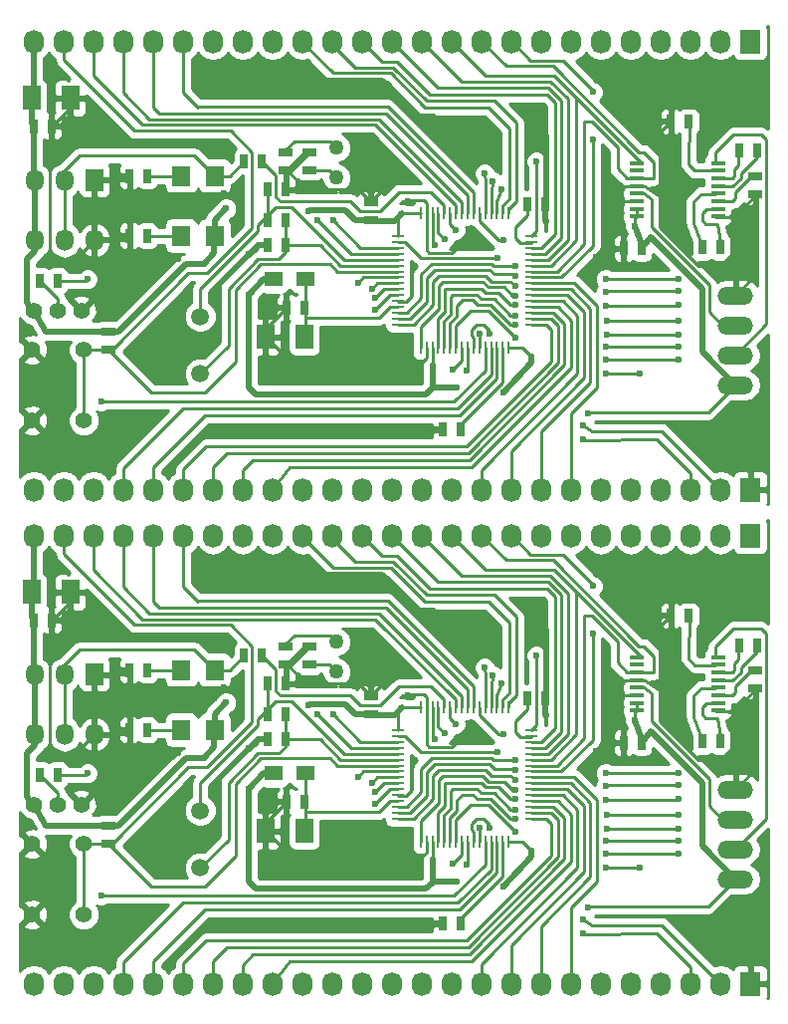
<source format=gtl>
G04 #@! TF.FileFunction,Copper,L1,Top,Signal*
%FSLAX46Y46*%
G04 Gerber Fmt 4.6, Leading zero omitted, Abs format (unit mm)*
G04 Created by KiCad (PCBNEW 4.0.7-e2-6376~58~ubuntu14.04.1) date Sat Jan 20 12:50:39 2018*
%MOMM*%
%LPD*%
G01*
G04 APERTURE LIST*
%ADD10C,0.100000*%
%ADD11R,1.200000X0.400000*%
%ADD12R,0.635000X1.143000*%
%ADD13R,1.524000X1.824000*%
%ADD14O,1.524000X1.824000*%
%ADD15C,1.400000*%
%ADD16O,3.014980X1.506220*%
%ADD17C,1.270000*%
%ADD18R,1.000000X0.250000*%
%ADD19R,0.250000X1.000000*%
%ADD20C,1.397000*%
%ADD21R,1.143000X0.635000*%
%ADD22R,1.500000X1.300000*%
%ADD23R,1.727200X2.032000*%
%ADD24O,1.727200X2.032000*%
%ADD25R,1.597660X1.800860*%
%ADD26R,1.524000X2.032000*%
%ADD27C,1.501140*%
%ADD28C,0.600000*%
%ADD29C,0.250000*%
%ADD30C,0.500000*%
%ADD31C,0.254000*%
G04 APERTURE END LIST*
D10*
D11*
X175050000Y-49075000D03*
X175050000Y-48425000D03*
X175050000Y-47775000D03*
X175050000Y-47125000D03*
X175050000Y-46475000D03*
X175050000Y-45825000D03*
X175050000Y-45175000D03*
X175050000Y-44525000D03*
X168150000Y-44525000D03*
X168150000Y-45175000D03*
X168150000Y-45825000D03*
X168150000Y-46475000D03*
X168150000Y-47125000D03*
X168150000Y-47775000D03*
X168150000Y-48425000D03*
X168150000Y-49075000D03*
D12*
X158838000Y-48000000D03*
X160362000Y-48000000D03*
X153162000Y-67200000D03*
X151638000Y-67200000D03*
D13*
X122000000Y-46000000D03*
D14*
X122000000Y-51080000D03*
X119460000Y-46000000D03*
X119460000Y-51080000D03*
X116920000Y-46000000D03*
X116920000Y-51080000D03*
D12*
X117348000Y-54520000D03*
X118872000Y-54520000D03*
D15*
X120870000Y-57060000D03*
X118870000Y-57060000D03*
X116870000Y-57060000D03*
D16*
X176530000Y-55790000D03*
X176530000Y-63410000D03*
X176530000Y-60870000D03*
X176530000Y-58330000D03*
D17*
X142600000Y-45770000D03*
X142600000Y-43230000D03*
D18*
X147800000Y-50750000D03*
X147800000Y-51250000D03*
X147800000Y-51750000D03*
X147800000Y-52250000D03*
X147800000Y-52750000D03*
X147800000Y-53250000D03*
X147800000Y-53750000D03*
X147800000Y-54250000D03*
X147800000Y-54750000D03*
X147800000Y-55250000D03*
X147800000Y-55750000D03*
X147800000Y-56250000D03*
X147800000Y-56750000D03*
X147800000Y-57250000D03*
X147800000Y-57750000D03*
X147800000Y-58250000D03*
D19*
X149750000Y-60200000D03*
X150250000Y-60200000D03*
X150750000Y-60200000D03*
X151250000Y-60200000D03*
X151750000Y-60200000D03*
X152250000Y-60200000D03*
X152750000Y-60200000D03*
X153250000Y-60200000D03*
X153750000Y-60200000D03*
X154250000Y-60200000D03*
X154750000Y-60200000D03*
X155250000Y-60200000D03*
X155750000Y-60200000D03*
X156250000Y-60200000D03*
X156750000Y-60200000D03*
X157250000Y-60200000D03*
D18*
X159200000Y-58250000D03*
X159200000Y-57750000D03*
X159200000Y-57250000D03*
X159200000Y-56750000D03*
X159200000Y-56250000D03*
X159200000Y-55750000D03*
X159200000Y-55250000D03*
X159200000Y-54750000D03*
X159200000Y-54250000D03*
X159200000Y-53750000D03*
X159200000Y-53250000D03*
X159200000Y-52750000D03*
X159200000Y-52250000D03*
X159200000Y-51750000D03*
X159200000Y-51250000D03*
X159200000Y-50750000D03*
D19*
X157250000Y-48800000D03*
X156750000Y-48800000D03*
X156250000Y-48800000D03*
X155750000Y-48800000D03*
X155250000Y-48800000D03*
X154750000Y-48800000D03*
X154250000Y-48800000D03*
X153750000Y-48800000D03*
X153250000Y-48800000D03*
X152750000Y-48800000D03*
X152250000Y-48800000D03*
X151750000Y-48800000D03*
X151250000Y-48800000D03*
X150750000Y-48800000D03*
X150250000Y-48800000D03*
X149750000Y-48800000D03*
D20*
X116690000Y-60420000D03*
X121090000Y-60420000D03*
X116690000Y-66420000D03*
X121090000Y-66420000D03*
D12*
X124968000Y-45630000D03*
X126492000Y-45630000D03*
X134738000Y-44400000D03*
X136262000Y-44400000D03*
D21*
X123190000Y-58838000D03*
X123190000Y-60362000D03*
D12*
X126492000Y-50710000D03*
X124968000Y-50710000D03*
D22*
X137250000Y-54400000D03*
X139950000Y-54400000D03*
D23*
X177800000Y-72300000D03*
D24*
X175260000Y-72300000D03*
X172720000Y-72300000D03*
X170180000Y-72300000D03*
X167640000Y-72300000D03*
X165100000Y-72300000D03*
X162560000Y-72300000D03*
X160020000Y-72300000D03*
X157480000Y-72300000D03*
X154940000Y-72300000D03*
X152400000Y-72300000D03*
X149860000Y-72300000D03*
X147320000Y-72300000D03*
X144780000Y-72300000D03*
X142240000Y-72300000D03*
X139700000Y-72300000D03*
X137160000Y-72300000D03*
X134620000Y-72300000D03*
X132080000Y-72300000D03*
X129540000Y-72300000D03*
X127000000Y-72300000D03*
X124460000Y-72300000D03*
X121920000Y-72300000D03*
X119380000Y-72300000D03*
X116840000Y-72300000D03*
D23*
X177800000Y-34200000D03*
D24*
X175260000Y-34200000D03*
X172720000Y-34200000D03*
X170180000Y-34200000D03*
X167640000Y-34200000D03*
X165100000Y-34200000D03*
X162560000Y-34200000D03*
X160020000Y-34200000D03*
X157480000Y-34200000D03*
X154940000Y-34200000D03*
X152400000Y-34200000D03*
X149860000Y-34200000D03*
X147320000Y-34200000D03*
X144780000Y-34200000D03*
X142240000Y-34200000D03*
X139700000Y-34200000D03*
X137160000Y-34200000D03*
X134620000Y-34200000D03*
X132080000Y-34200000D03*
X129540000Y-34200000D03*
X127000000Y-34200000D03*
X124460000Y-34200000D03*
X121920000Y-34200000D03*
X119380000Y-34200000D03*
X116840000Y-34200000D03*
D25*
X132229860Y-45630000D03*
X129390140Y-45630000D03*
X132229860Y-50710000D03*
X129390140Y-50710000D03*
D12*
X178362000Y-43500000D03*
X176838000Y-43500000D03*
X171038000Y-41000000D03*
X172562000Y-41000000D03*
D21*
X178250000Y-45688000D03*
X178250000Y-47212000D03*
D12*
X167038000Y-51800000D03*
X168562000Y-51800000D03*
X175262000Y-51700000D03*
X173738000Y-51700000D03*
D21*
X138300000Y-43638000D03*
X138300000Y-45162000D03*
X140300000Y-45162000D03*
X140300000Y-43638000D03*
X145500000Y-49362000D03*
X145500000Y-47838000D03*
D12*
X118362000Y-41400000D03*
X116838000Y-41400000D03*
X138338000Y-56800000D03*
X139862000Y-56800000D03*
D26*
X116649000Y-39000000D03*
X119951000Y-39000000D03*
X139851000Y-59300000D03*
X136549000Y-59300000D03*
D12*
X138262000Y-51500000D03*
X136738000Y-51500000D03*
X136738000Y-46800000D03*
X138262000Y-46800000D03*
D27*
X131000000Y-57559060D03*
X131000000Y-62440940D03*
D12*
X136738000Y-49400000D03*
X138262000Y-49400000D03*
X136738000Y-91400000D03*
X138262000Y-91400000D03*
D27*
X131000000Y-99559060D03*
X131000000Y-104440940D03*
D12*
X136738000Y-88800000D03*
X138262000Y-88800000D03*
X138262000Y-93500000D03*
X136738000Y-93500000D03*
D26*
X139851000Y-101300000D03*
X136549000Y-101300000D03*
X116649000Y-81000000D03*
X119951000Y-81000000D03*
D12*
X138338000Y-98800000D03*
X139862000Y-98800000D03*
X118362000Y-83400000D03*
X116838000Y-83400000D03*
D21*
X145500000Y-91362000D03*
X145500000Y-89838000D03*
X140300000Y-87162000D03*
X140300000Y-85638000D03*
X138300000Y-85638000D03*
X138300000Y-87162000D03*
D12*
X175262000Y-93700000D03*
X173738000Y-93700000D03*
X167038000Y-93800000D03*
X168562000Y-93800000D03*
D21*
X178250000Y-87688000D03*
X178250000Y-89212000D03*
D12*
X171038000Y-83000000D03*
X172562000Y-83000000D03*
X178362000Y-85500000D03*
X176838000Y-85500000D03*
D25*
X132229860Y-92710000D03*
X129390140Y-92710000D03*
X132229860Y-87630000D03*
X129390140Y-87630000D03*
D23*
X177800000Y-76200000D03*
D24*
X175260000Y-76200000D03*
X172720000Y-76200000D03*
X170180000Y-76200000D03*
X167640000Y-76200000D03*
X165100000Y-76200000D03*
X162560000Y-76200000D03*
X160020000Y-76200000D03*
X157480000Y-76200000D03*
X154940000Y-76200000D03*
X152400000Y-76200000D03*
X149860000Y-76200000D03*
X147320000Y-76200000D03*
X144780000Y-76200000D03*
X142240000Y-76200000D03*
X139700000Y-76200000D03*
X137160000Y-76200000D03*
X134620000Y-76200000D03*
X132080000Y-76200000D03*
X129540000Y-76200000D03*
X127000000Y-76200000D03*
X124460000Y-76200000D03*
X121920000Y-76200000D03*
X119380000Y-76200000D03*
X116840000Y-76200000D03*
D23*
X177800000Y-114300000D03*
D24*
X175260000Y-114300000D03*
X172720000Y-114300000D03*
X170180000Y-114300000D03*
X167640000Y-114300000D03*
X165100000Y-114300000D03*
X162560000Y-114300000D03*
X160020000Y-114300000D03*
X157480000Y-114300000D03*
X154940000Y-114300000D03*
X152400000Y-114300000D03*
X149860000Y-114300000D03*
X147320000Y-114300000D03*
X144780000Y-114300000D03*
X142240000Y-114300000D03*
X139700000Y-114300000D03*
X137160000Y-114300000D03*
X134620000Y-114300000D03*
X132080000Y-114300000D03*
X129540000Y-114300000D03*
X127000000Y-114300000D03*
X124460000Y-114300000D03*
X121920000Y-114300000D03*
X119380000Y-114300000D03*
X116840000Y-114300000D03*
D22*
X137250000Y-96400000D03*
X139950000Y-96400000D03*
D12*
X126492000Y-92710000D03*
X124968000Y-92710000D03*
D21*
X123190000Y-100838000D03*
X123190000Y-102362000D03*
D12*
X134738000Y-86400000D03*
X136262000Y-86400000D03*
X124968000Y-87630000D03*
X126492000Y-87630000D03*
D20*
X116690000Y-102420000D03*
X121090000Y-102420000D03*
X116690000Y-108420000D03*
X121090000Y-108420000D03*
D18*
X147800000Y-92750000D03*
X147800000Y-93250000D03*
X147800000Y-93750000D03*
X147800000Y-94250000D03*
X147800000Y-94750000D03*
X147800000Y-95250000D03*
X147800000Y-95750000D03*
X147800000Y-96250000D03*
X147800000Y-96750000D03*
X147800000Y-97250000D03*
X147800000Y-97750000D03*
X147800000Y-98250000D03*
X147800000Y-98750000D03*
X147800000Y-99250000D03*
X147800000Y-99750000D03*
X147800000Y-100250000D03*
D19*
X149750000Y-102200000D03*
X150250000Y-102200000D03*
X150750000Y-102200000D03*
X151250000Y-102200000D03*
X151750000Y-102200000D03*
X152250000Y-102200000D03*
X152750000Y-102200000D03*
X153250000Y-102200000D03*
X153750000Y-102200000D03*
X154250000Y-102200000D03*
X154750000Y-102200000D03*
X155250000Y-102200000D03*
X155750000Y-102200000D03*
X156250000Y-102200000D03*
X156750000Y-102200000D03*
X157250000Y-102200000D03*
D18*
X159200000Y-100250000D03*
X159200000Y-99750000D03*
X159200000Y-99250000D03*
X159200000Y-98750000D03*
X159200000Y-98250000D03*
X159200000Y-97750000D03*
X159200000Y-97250000D03*
X159200000Y-96750000D03*
X159200000Y-96250000D03*
X159200000Y-95750000D03*
X159200000Y-95250000D03*
X159200000Y-94750000D03*
X159200000Y-94250000D03*
X159200000Y-93750000D03*
X159200000Y-93250000D03*
X159200000Y-92750000D03*
D19*
X157250000Y-90800000D03*
X156750000Y-90800000D03*
X156250000Y-90800000D03*
X155750000Y-90800000D03*
X155250000Y-90800000D03*
X154750000Y-90800000D03*
X154250000Y-90800000D03*
X153750000Y-90800000D03*
X153250000Y-90800000D03*
X152750000Y-90800000D03*
X152250000Y-90800000D03*
X151750000Y-90800000D03*
X151250000Y-90800000D03*
X150750000Y-90800000D03*
X150250000Y-90800000D03*
X149750000Y-90800000D03*
D17*
X142600000Y-87770000D03*
X142600000Y-85230000D03*
D16*
X176530000Y-97790000D03*
X176530000Y-105410000D03*
X176530000Y-102870000D03*
X176530000Y-100330000D03*
D15*
X120870000Y-99060000D03*
X118870000Y-99060000D03*
X116870000Y-99060000D03*
D12*
X117348000Y-96520000D03*
X118872000Y-96520000D03*
D13*
X122000000Y-88000000D03*
D14*
X122000000Y-93080000D03*
X119460000Y-88000000D03*
X119460000Y-93080000D03*
X116920000Y-88000000D03*
X116920000Y-93080000D03*
D12*
X153162000Y-109200000D03*
X151638000Y-109200000D03*
X158838000Y-90000000D03*
X160362000Y-90000000D03*
D11*
X175050000Y-91075000D03*
X175050000Y-90425000D03*
X175050000Y-89775000D03*
X175050000Y-89125000D03*
X175050000Y-88475000D03*
X175050000Y-87825000D03*
X175050000Y-87175000D03*
X175050000Y-86525000D03*
X168150000Y-86525000D03*
X168150000Y-87175000D03*
X168150000Y-87825000D03*
X168150000Y-88475000D03*
X168150000Y-89125000D03*
X168150000Y-89775000D03*
X168150000Y-90425000D03*
X168150000Y-91075000D03*
D28*
X170500000Y-45300000D03*
X165900000Y-46900000D03*
X166500000Y-39600000D03*
X179000000Y-38400000D03*
X122600000Y-42400000D03*
X135300000Y-67200000D03*
X137000000Y-62300000D03*
X125300000Y-60700000D03*
X125300000Y-102700000D03*
X137000000Y-104300000D03*
X135300000Y-109200000D03*
X122600000Y-84400000D03*
X179000000Y-80400000D03*
X166500000Y-81600000D03*
X165900000Y-88900000D03*
X170500000Y-87300000D03*
X135100000Y-52300000D03*
X129100000Y-52700000D03*
X136400000Y-56100000D03*
X133000000Y-47100000D03*
X140000000Y-46800000D03*
X153100000Y-51600000D03*
X149100000Y-53300000D03*
X148700000Y-47800000D03*
X146600000Y-46700000D03*
X158800000Y-40600000D03*
X150800000Y-40600000D03*
X136200000Y-37500000D03*
X164700000Y-52500000D03*
X160400000Y-49500000D03*
X146200000Y-67200000D03*
X146100000Y-62700000D03*
X146100000Y-104700000D03*
X146200000Y-109200000D03*
X160400000Y-91500000D03*
X164700000Y-94500000D03*
X136200000Y-79500000D03*
X150800000Y-82600000D03*
X158800000Y-82600000D03*
X146600000Y-88700000D03*
X148700000Y-89800000D03*
X149100000Y-95300000D03*
X153100000Y-93600000D03*
X140000000Y-88800000D03*
X133000000Y-89100000D03*
X136400000Y-98100000D03*
X129100000Y-94700000D03*
X135100000Y-94300000D03*
X131300000Y-53100000D03*
X135100000Y-55700000D03*
X140200000Y-48600000D03*
X133200000Y-48400000D03*
X159200000Y-61000000D03*
X164000000Y-65800000D03*
X168000000Y-49900000D03*
X159600000Y-44400000D03*
X156800000Y-64000000D03*
X152800000Y-63600000D03*
X152800000Y-105600000D03*
X156800000Y-106000000D03*
X159600000Y-86400000D03*
X168000000Y-91900000D03*
X164000000Y-107800000D03*
X159200000Y-103000000D03*
X133200000Y-90400000D03*
X140200000Y-90600000D03*
X135100000Y-97700000D03*
X131300000Y-95100000D03*
X141000000Y-49400000D03*
X141000000Y-91400000D03*
X142300000Y-49400000D03*
X142300000Y-91400000D03*
X171700000Y-54400000D03*
X165500000Y-54400000D03*
X157800000Y-53300000D03*
X157800000Y-95300000D03*
X165500000Y-96400000D03*
X171700000Y-96400000D03*
X157800000Y-54100000D03*
X171700000Y-55400000D03*
X165500000Y-55500000D03*
X165500000Y-97500000D03*
X171700000Y-97400000D03*
X157800000Y-96100000D03*
X157800000Y-55000000D03*
X165500000Y-56700000D03*
X171700000Y-56600000D03*
X171700000Y-98600000D03*
X165500000Y-98700000D03*
X157800000Y-97000000D03*
X171700000Y-57900000D03*
X165600000Y-57900000D03*
X157800000Y-55800000D03*
X157800000Y-97800000D03*
X165600000Y-99900000D03*
X171700000Y-99900000D03*
X157800000Y-56600000D03*
X165600000Y-59100000D03*
X171700000Y-59100000D03*
X171700000Y-101100000D03*
X165600000Y-101100000D03*
X157800000Y-98600000D03*
X157800000Y-57500000D03*
X165500000Y-60100000D03*
X171700000Y-60100000D03*
X171700000Y-102100000D03*
X165500000Y-102100000D03*
X157800000Y-99500000D03*
X171700000Y-61200000D03*
X165500000Y-61200000D03*
X157800000Y-58300000D03*
X157800000Y-100300000D03*
X165500000Y-103200000D03*
X171700000Y-103200000D03*
X168400000Y-62400000D03*
X165500000Y-62400000D03*
X157800000Y-59400000D03*
X157800000Y-101400000D03*
X165500000Y-104400000D03*
X168400000Y-104400000D03*
X164400000Y-42500000D03*
X164400000Y-38500000D03*
X164400000Y-80500000D03*
X164400000Y-84500000D03*
X155600000Y-59000000D03*
X155600000Y-101000000D03*
X154800000Y-59000000D03*
X154800000Y-101000000D03*
X121400000Y-54400000D03*
X122600000Y-64800000D03*
X122600000Y-106800000D03*
X121400000Y-96400000D03*
X156800000Y-51100000D03*
X163600000Y-66800000D03*
X163600000Y-108800000D03*
X156800000Y-93100000D03*
X156300000Y-52600000D03*
X163600000Y-68000000D03*
X163600000Y-110000000D03*
X156300000Y-94600000D03*
X155200000Y-45400000D03*
X155200000Y-87400000D03*
X155900000Y-46100000D03*
X155900000Y-88100000D03*
X156600000Y-46800000D03*
X156600000Y-88800000D03*
X153700000Y-62200000D03*
X153700000Y-104200000D03*
X152500000Y-62100000D03*
X152500000Y-104100000D03*
X145900000Y-57000000D03*
X145900000Y-99000000D03*
X145900000Y-56000000D03*
X145900000Y-98000000D03*
X145600000Y-55200000D03*
X145600000Y-97200000D03*
X144400000Y-54700000D03*
X144400000Y-96700000D03*
X151000000Y-51500000D03*
X151000000Y-93500000D03*
X151800000Y-51000000D03*
X151800000Y-93000000D03*
X152700000Y-50200000D03*
X152700000Y-92200000D03*
D29*
X170500000Y-43900000D02*
X170500000Y-45300000D01*
X165900000Y-46900000D02*
X165800000Y-46800000D01*
X165800000Y-46800000D02*
X165800000Y-46100000D01*
X165800000Y-38900000D02*
X166500000Y-39600000D01*
X165800000Y-38700000D02*
X165800000Y-38900000D01*
X179000000Y-38400000D02*
X179000000Y-39400000D01*
X121800000Y-42400000D02*
X122600000Y-42400000D01*
X135300000Y-67200000D02*
X135400000Y-67300000D01*
X135400000Y-67300000D02*
X136200000Y-67300000D01*
X136900000Y-62200000D02*
X137000000Y-62300000D01*
X136600000Y-62200000D02*
X136900000Y-62200000D01*
X125300000Y-60700000D02*
X125400000Y-60800000D01*
X125400000Y-60800000D02*
X125400000Y-61300000D01*
X125400000Y-102800000D02*
X125400000Y-103300000D01*
X125300000Y-102700000D02*
X125400000Y-102800000D01*
X136600000Y-104200000D02*
X136900000Y-104200000D01*
X136900000Y-104200000D02*
X137000000Y-104300000D01*
X135400000Y-109300000D02*
X136200000Y-109300000D01*
X135300000Y-109200000D02*
X135400000Y-109300000D01*
X121800000Y-84400000D02*
X122600000Y-84400000D01*
X179000000Y-80400000D02*
X179000000Y-81400000D01*
X165800000Y-80700000D02*
X165800000Y-80900000D01*
X165800000Y-80900000D02*
X166500000Y-81600000D01*
X165800000Y-88800000D02*
X165800000Y-88100000D01*
X165900000Y-88900000D02*
X165800000Y-88800000D01*
X170500000Y-85900000D02*
X170500000Y-87300000D01*
X131000000Y-55200000D02*
X131000000Y-57559060D01*
X135900000Y-50300000D02*
X131000000Y-55200000D01*
X135900000Y-49838000D02*
X135900000Y-50300000D01*
X136738000Y-49000000D02*
X135900000Y-49838000D01*
X136738000Y-46500000D02*
X136738000Y-49000000D01*
X143250000Y-52750000D02*
X138800000Y-48300000D01*
X138800000Y-48300000D02*
X137438000Y-48300000D01*
X137438000Y-48300000D02*
X136738000Y-49000000D01*
X147800000Y-52750000D02*
X143250000Y-52750000D01*
X147800000Y-94750000D02*
X143250000Y-94750000D01*
X137438000Y-90300000D02*
X136738000Y-91000000D01*
X138800000Y-90300000D02*
X137438000Y-90300000D01*
X143250000Y-94750000D02*
X138800000Y-90300000D01*
X136738000Y-88500000D02*
X136738000Y-91000000D01*
X136738000Y-91000000D02*
X135900000Y-91838000D01*
X135900000Y-91838000D02*
X135900000Y-92300000D01*
X135900000Y-92300000D02*
X131000000Y-97200000D01*
X131000000Y-97200000D02*
X131000000Y-99559060D01*
X138262000Y-49000000D02*
X138262000Y-51500000D01*
X138262000Y-52138000D02*
X137700000Y-52700000D01*
X137700000Y-52700000D02*
X135900000Y-52700000D01*
X135900000Y-52700000D02*
X133400000Y-55200000D01*
X133400000Y-55200000D02*
X133400000Y-60040940D01*
X133400000Y-60040940D02*
X131000000Y-62440940D01*
X138262000Y-51500000D02*
X138262000Y-52138000D01*
X141200000Y-51500000D02*
X142950000Y-53250000D01*
X142950000Y-53250000D02*
X147800000Y-53250000D01*
X138262000Y-51500000D02*
X141200000Y-51500000D01*
X138262000Y-93500000D02*
X141200000Y-93500000D01*
X142950000Y-95250000D02*
X147800000Y-95250000D01*
X141200000Y-93500000D02*
X142950000Y-95250000D01*
X138262000Y-93500000D02*
X138262000Y-94138000D01*
X133400000Y-102040940D02*
X131000000Y-104440940D01*
X133400000Y-97200000D02*
X133400000Y-102040940D01*
X135900000Y-94700000D02*
X133400000Y-97200000D01*
X137700000Y-94700000D02*
X135900000Y-94700000D01*
X138262000Y-94138000D02*
X137700000Y-94700000D01*
X138262000Y-91000000D02*
X138262000Y-93500000D01*
X176404160Y-49095840D02*
X174865280Y-49095840D01*
X119951000Y-39811000D02*
X118362000Y-41400000D01*
X119951000Y-39000000D02*
X119951000Y-39811000D01*
X118362000Y-44638000D02*
X118200000Y-44800000D01*
X118200000Y-44800000D02*
X118200000Y-52000000D01*
X118200000Y-52000000D02*
X119400000Y-53200000D01*
X119400000Y-53200000D02*
X119880000Y-53200000D01*
X119880000Y-53200000D02*
X122000000Y-51080000D01*
X118362000Y-41400000D02*
X118362000Y-44638000D01*
X122000000Y-51080000D02*
X122000000Y-46000000D01*
X124598000Y-46000000D02*
X124968000Y-45630000D01*
X122000000Y-46000000D02*
X124598000Y-46000000D01*
X124598000Y-51080000D02*
X124968000Y-50710000D01*
X122000000Y-51080000D02*
X124598000Y-51080000D01*
X122000000Y-52400000D02*
X123300000Y-53700000D01*
X123300000Y-53700000D02*
X123300000Y-53870000D01*
X123300000Y-53870000D02*
X120870000Y-57060000D01*
X122000000Y-51080000D02*
X122000000Y-52400000D01*
X135900000Y-51500000D02*
X135100000Y-52300000D01*
X129100000Y-52700000D02*
X125800000Y-52700000D01*
X125800000Y-52700000D02*
X124968000Y-51868000D01*
X124968000Y-51868000D02*
X124968000Y-50710000D01*
X136738000Y-51500000D02*
X135900000Y-51500000D01*
X136549000Y-58589000D02*
X138338000Y-56800000D01*
X136549000Y-59300000D02*
X136549000Y-58589000D01*
X136400000Y-56100000D02*
X137100000Y-56800000D01*
X137100000Y-56800000D02*
X138338000Y-56800000D01*
X138362000Y-45162000D02*
X138300000Y-45162000D01*
X124968000Y-46668000D02*
X125400000Y-47100000D01*
X125400000Y-47100000D02*
X133000000Y-47100000D01*
X140000000Y-46800000D02*
X138362000Y-45162000D01*
X124968000Y-45630000D02*
X124968000Y-46668000D01*
X138776000Y-45162000D02*
X140300000Y-43638000D01*
X138300000Y-45162000D02*
X138776000Y-45162000D01*
X144462000Y-46800000D02*
X145500000Y-47838000D01*
X140000000Y-46800000D02*
X144462000Y-46800000D01*
X138300000Y-46762000D02*
X138262000Y-46800000D01*
X138300000Y-45162000D02*
X138300000Y-46762000D01*
X150250000Y-61113602D02*
X149663602Y-61700000D01*
X146100000Y-61700000D02*
X138949000Y-61700000D01*
X149663602Y-61700000D02*
X146100000Y-61700000D01*
X138949000Y-61700000D02*
X136549000Y-59300000D01*
X150250000Y-60200000D02*
X150250000Y-61113602D01*
X147800000Y-56299998D02*
X147800000Y-56250000D01*
X150250000Y-51950000D02*
X150449998Y-52149998D01*
X150449998Y-52149998D02*
X152400000Y-52149998D01*
X152400000Y-52149998D02*
X152949998Y-51600000D01*
X152949998Y-51600000D02*
X153100000Y-51600000D01*
X149100000Y-53300000D02*
X149000000Y-53400000D01*
X149000000Y-53400000D02*
X149000000Y-55800000D01*
X149000000Y-55800000D02*
X148500002Y-56299998D01*
X148500002Y-56299998D02*
X147800000Y-56299998D01*
X150250000Y-48800000D02*
X150250000Y-51950000D01*
X150000000Y-47700000D02*
X150250000Y-47950000D01*
X148800000Y-47700000D02*
X150000000Y-47700000D01*
X148700000Y-47800000D02*
X148800000Y-47700000D01*
X150250000Y-47950000D02*
X150250000Y-48800000D01*
X145500000Y-47800000D02*
X146600000Y-46700000D01*
X145500000Y-47838000D02*
X145500000Y-47800000D01*
X178250000Y-47250000D02*
X176404160Y-49095840D01*
X178250000Y-47212000D02*
X178250000Y-47250000D01*
X178250000Y-54070000D02*
X176530000Y-55790000D01*
X178250000Y-47212000D02*
X178250000Y-54070000D01*
D30*
X138638000Y-45162000D02*
X138300000Y-45162000D01*
X140162000Y-43638000D02*
X138638000Y-45162000D01*
X140300000Y-43638000D02*
X140162000Y-43638000D01*
X160400000Y-47962000D02*
X160362000Y-48000000D01*
X160400000Y-42200000D02*
X158800000Y-40600000D01*
X150800000Y-40600000D02*
X149600000Y-40600000D01*
X149600000Y-40600000D02*
X146500000Y-37500000D01*
X146500000Y-37500000D02*
X136200000Y-37500000D01*
X160400000Y-47962000D02*
X160400000Y-42200000D01*
X160362000Y-49462000D02*
X160400000Y-49500000D01*
D29*
X166200000Y-51800000D02*
X167038000Y-51800000D01*
X164700000Y-52500000D02*
X166200000Y-51800000D01*
D30*
X160362000Y-48000000D02*
X160362000Y-49462000D01*
X146100000Y-61800000D02*
X146100000Y-61700000D01*
X146100000Y-61700000D02*
X146100000Y-61800000D01*
X146100000Y-62700000D02*
X146100000Y-61700000D01*
X151638000Y-67200000D02*
X146200000Y-67200000D01*
D29*
X167038000Y-49938000D02*
X166400000Y-49300000D01*
X166400000Y-49300000D02*
X166400000Y-48200000D01*
X166400000Y-48200000D02*
X166825000Y-47775000D01*
X166825000Y-47775000D02*
X168150000Y-47775000D01*
X167038000Y-51800000D02*
X167038000Y-49938000D01*
X167225000Y-46475000D02*
X166825000Y-46875000D01*
X166825000Y-46875000D02*
X166825000Y-47775000D01*
X168744880Y-46480120D02*
X167225000Y-46475000D01*
X168900000Y-46500000D02*
X168700000Y-46500000D01*
X170100000Y-50000000D02*
X173400000Y-53300000D01*
X173400000Y-53300000D02*
X175200000Y-53300000D01*
X175200000Y-53300000D02*
X176500000Y-52000000D01*
X176500000Y-52000000D02*
X176500000Y-49095840D01*
X168900000Y-46500000D02*
X168822464Y-46494880D01*
X168822464Y-46494880D02*
X170100000Y-47368374D01*
X170100000Y-47368374D02*
X170100000Y-50000000D01*
X170100000Y-41938000D02*
X171038000Y-41000000D01*
X170100000Y-44100000D02*
X170100000Y-41938000D01*
X170100000Y-47368374D02*
X170100000Y-46400000D01*
X170100000Y-46400000D02*
X170100000Y-44100000D01*
X170100000Y-88400000D02*
X170100000Y-86100000D01*
X170100000Y-89368374D02*
X170100000Y-88400000D01*
X170100000Y-86100000D02*
X170100000Y-83938000D01*
X170100000Y-83938000D02*
X171038000Y-83000000D01*
X170100000Y-89368374D02*
X170100000Y-92000000D01*
X168822464Y-88494880D02*
X170100000Y-89368374D01*
X168900000Y-88500000D02*
X168822464Y-88494880D01*
X176500000Y-94000000D02*
X176500000Y-91095840D01*
X175200000Y-95300000D02*
X176500000Y-94000000D01*
X173400000Y-95300000D02*
X175200000Y-95300000D01*
X170100000Y-92000000D02*
X173400000Y-95300000D01*
X168900000Y-88500000D02*
X168700000Y-88500000D01*
X168744880Y-88480120D02*
X167225000Y-88475000D01*
X166825000Y-88875000D02*
X166825000Y-89775000D01*
X167225000Y-88475000D02*
X166825000Y-88875000D01*
X167038000Y-93800000D02*
X167038000Y-91938000D01*
X166825000Y-89775000D02*
X168150000Y-89775000D01*
X166400000Y-90200000D02*
X166825000Y-89775000D01*
X166400000Y-91300000D02*
X166400000Y-90200000D01*
X167038000Y-91938000D02*
X166400000Y-91300000D01*
D30*
X151638000Y-109200000D02*
X146200000Y-109200000D01*
X146100000Y-104700000D02*
X146100000Y-103700000D01*
X146100000Y-103700000D02*
X146100000Y-103800000D01*
X146100000Y-103800000D02*
X146100000Y-103700000D01*
X160362000Y-90000000D02*
X160362000Y-91462000D01*
D29*
X164700000Y-94500000D02*
X166200000Y-93800000D01*
X166200000Y-93800000D02*
X167038000Y-93800000D01*
D30*
X160362000Y-91462000D02*
X160400000Y-91500000D01*
X160400000Y-89962000D02*
X160400000Y-84200000D01*
X146500000Y-79500000D02*
X136200000Y-79500000D01*
X149600000Y-82600000D02*
X146500000Y-79500000D01*
X150800000Y-82600000D02*
X149600000Y-82600000D01*
X160400000Y-84200000D02*
X158800000Y-82600000D01*
X160400000Y-89962000D02*
X160362000Y-90000000D01*
X140300000Y-85638000D02*
X140162000Y-85638000D01*
X140162000Y-85638000D02*
X138638000Y-87162000D01*
X138638000Y-87162000D02*
X138300000Y-87162000D01*
D29*
X178250000Y-89212000D02*
X178250000Y-96070000D01*
X178250000Y-96070000D02*
X176530000Y-97790000D01*
X178250000Y-89212000D02*
X178250000Y-89250000D01*
X178250000Y-89250000D02*
X176404160Y-91095840D01*
X145500000Y-89838000D02*
X145500000Y-89800000D01*
X145500000Y-89800000D02*
X146600000Y-88700000D01*
X150250000Y-89950000D02*
X150250000Y-90800000D01*
X148700000Y-89800000D02*
X148800000Y-89700000D01*
X148800000Y-89700000D02*
X150000000Y-89700000D01*
X150000000Y-89700000D02*
X150250000Y-89950000D01*
X150250000Y-90800000D02*
X150250000Y-93950000D01*
X148500002Y-98299998D02*
X147800000Y-98299998D01*
X149000000Y-97800000D02*
X148500002Y-98299998D01*
X149000000Y-95400000D02*
X149000000Y-97800000D01*
X149100000Y-95300000D02*
X149000000Y-95400000D01*
X152949998Y-93600000D02*
X153100000Y-93600000D01*
X152400000Y-94149998D02*
X152949998Y-93600000D01*
X150449998Y-94149998D02*
X152400000Y-94149998D01*
X150250000Y-93950000D02*
X150449998Y-94149998D01*
X147800000Y-98299998D02*
X147800000Y-98250000D01*
X150250000Y-102200000D02*
X150250000Y-103113602D01*
X138949000Y-103700000D02*
X136549000Y-101300000D01*
X149663602Y-103700000D02*
X146100000Y-103700000D01*
X146100000Y-103700000D02*
X138949000Y-103700000D01*
X150250000Y-103113602D02*
X149663602Y-103700000D01*
X138300000Y-87162000D02*
X138300000Y-88762000D01*
X138300000Y-88762000D02*
X138262000Y-88800000D01*
X140000000Y-88800000D02*
X144462000Y-88800000D01*
X144462000Y-88800000D02*
X145500000Y-89838000D01*
X138300000Y-87162000D02*
X138776000Y-87162000D01*
X138776000Y-87162000D02*
X140300000Y-85638000D01*
X124968000Y-87630000D02*
X124968000Y-88668000D01*
X140000000Y-88800000D02*
X138362000Y-87162000D01*
X125400000Y-89100000D02*
X133000000Y-89100000D01*
X124968000Y-88668000D02*
X125400000Y-89100000D01*
X138362000Y-87162000D02*
X138300000Y-87162000D01*
X137100000Y-98800000D02*
X138338000Y-98800000D01*
X136400000Y-98100000D02*
X137100000Y-98800000D01*
X136549000Y-101300000D02*
X136549000Y-100589000D01*
X136549000Y-100589000D02*
X138338000Y-98800000D01*
X136738000Y-93500000D02*
X135900000Y-93500000D01*
X124968000Y-93868000D02*
X124968000Y-92710000D01*
X125800000Y-94700000D02*
X124968000Y-93868000D01*
X129100000Y-94700000D02*
X125800000Y-94700000D01*
X135900000Y-93500000D02*
X135100000Y-94300000D01*
X122000000Y-93080000D02*
X122000000Y-94400000D01*
X123300000Y-95870000D02*
X120870000Y-99060000D01*
X123300000Y-95700000D02*
X123300000Y-95870000D01*
X122000000Y-94400000D02*
X123300000Y-95700000D01*
X122000000Y-93080000D02*
X124598000Y-93080000D01*
X124598000Y-93080000D02*
X124968000Y-92710000D01*
X122000000Y-88000000D02*
X124598000Y-88000000D01*
X124598000Y-88000000D02*
X124968000Y-87630000D01*
X122000000Y-93080000D02*
X122000000Y-88000000D01*
X118362000Y-83400000D02*
X118362000Y-86638000D01*
X119880000Y-95200000D02*
X122000000Y-93080000D01*
X119400000Y-95200000D02*
X119880000Y-95200000D01*
X118200000Y-94000000D02*
X119400000Y-95200000D01*
X118200000Y-86800000D02*
X118200000Y-94000000D01*
X118362000Y-86638000D02*
X118200000Y-86800000D01*
X119951000Y-81000000D02*
X119951000Y-81811000D01*
X119951000Y-81811000D02*
X118362000Y-83400000D01*
X176404160Y-91095840D02*
X174865280Y-91095840D01*
X139950000Y-59201000D02*
X139851000Y-59300000D01*
X139950000Y-57700000D02*
X139950000Y-59201000D01*
X139950000Y-54400000D02*
X139950000Y-57700000D01*
X139912000Y-56750000D02*
X139862000Y-56800000D01*
X147150000Y-56750000D02*
X146200000Y-57700000D01*
X146200000Y-57700000D02*
X139950000Y-57700000D01*
X147800000Y-56750000D02*
X147150000Y-56750000D01*
X139950000Y-56712000D02*
X139862000Y-56800000D01*
X139950000Y-54400000D02*
X139950000Y-56712000D01*
X139950000Y-96400000D02*
X139950000Y-98712000D01*
X139950000Y-98712000D02*
X139862000Y-98800000D01*
X147800000Y-98750000D02*
X147150000Y-98750000D01*
X146200000Y-99700000D02*
X139950000Y-99700000D01*
X147150000Y-98750000D02*
X146200000Y-99700000D01*
X139912000Y-98750000D02*
X139862000Y-98800000D01*
X139950000Y-96400000D02*
X139950000Y-99700000D01*
X139950000Y-99700000D02*
X139950000Y-101201000D01*
X139950000Y-101201000D02*
X139851000Y-101300000D01*
D30*
X116920000Y-46000000D02*
X116920000Y-51080000D01*
X117838000Y-58838000D02*
X123190000Y-58838000D01*
X116870000Y-57110000D02*
X117838000Y-58838000D01*
D29*
X116870000Y-57060000D02*
X116870000Y-57110000D01*
D30*
X124062000Y-58838000D02*
X129800000Y-53100000D01*
X129800000Y-53100000D02*
X131300000Y-53100000D01*
X123190000Y-58838000D02*
X124062000Y-58838000D01*
X145300000Y-49462000D02*
X146512000Y-49462000D01*
X135100000Y-55700000D02*
X136400000Y-54400000D01*
X136400000Y-54400000D02*
X137250000Y-54400000D01*
X132200000Y-52200000D02*
X131300000Y-53100000D01*
X132229860Y-50710000D02*
X132200000Y-52200000D01*
X144162000Y-49362000D02*
X145500000Y-49362000D01*
X143300000Y-48500000D02*
X144162000Y-49362000D01*
X140300000Y-48500000D02*
X143300000Y-48500000D01*
X140200000Y-48600000D02*
X140300000Y-48500000D01*
X132229860Y-49370140D02*
X133200000Y-48400000D01*
X132229860Y-50710000D02*
X132229860Y-49370140D01*
X150750000Y-63650000D02*
X150200000Y-64200000D01*
X135100000Y-63600000D02*
X135100000Y-55700000D01*
X150200000Y-64200000D02*
X135700000Y-64200000D01*
X135700000Y-64200000D02*
X135100000Y-63600000D01*
X150750000Y-63600000D02*
X150750000Y-63650000D01*
X173700000Y-60580000D02*
X176530000Y-63410000D01*
X168562000Y-51800000D02*
X169300000Y-50800000D01*
D29*
X168562000Y-51800000D02*
X168562000Y-51462000D01*
X164000000Y-65800000D02*
X164100000Y-65700000D01*
X164100000Y-65700000D02*
X174240000Y-65700000D01*
X174240000Y-65700000D02*
X176530000Y-63410000D01*
X158400000Y-60200000D02*
X159200000Y-61000000D01*
X157250000Y-60200000D02*
X158400000Y-60200000D01*
D30*
X168562000Y-51462000D02*
X168000000Y-49900000D01*
D29*
X159624894Y-50299895D02*
X159200000Y-50750000D01*
X159600000Y-44400000D02*
X159624894Y-50299895D01*
X116838000Y-45918000D02*
X116920000Y-46000000D01*
D30*
X116838000Y-41400000D02*
X116838000Y-45918000D01*
D29*
X116840000Y-38809000D02*
X116649000Y-39000000D01*
D30*
X116840000Y-34130000D02*
X116840000Y-38809000D01*
D29*
X116649000Y-41211000D02*
X116838000Y-41400000D01*
D30*
X116649000Y-39000000D02*
X116649000Y-41211000D01*
D29*
X150750000Y-63500000D02*
X150750000Y-63600000D01*
X150750000Y-60200000D02*
X150750000Y-61650000D01*
D30*
X150750000Y-63500000D02*
X150750000Y-61650000D01*
D29*
X148200000Y-48800000D02*
X149750000Y-48800000D01*
X147800000Y-49200000D02*
X148200000Y-48800000D01*
X147800000Y-50750000D02*
X147800000Y-49200000D01*
D30*
X147538000Y-49462000D02*
X148200000Y-48800000D01*
X146512000Y-49462000D02*
X147538000Y-49462000D01*
X159200000Y-61500000D02*
X159200000Y-61000000D01*
X156800000Y-64000000D02*
X159200000Y-61500000D01*
X150750000Y-63600000D02*
X152800000Y-63600000D01*
X116920000Y-52045000D02*
X116250000Y-52715000D01*
X116250000Y-52715000D02*
X116250000Y-56440000D01*
X116250000Y-56440000D02*
X116870000Y-57060000D01*
X116920000Y-51080000D02*
X116920000Y-52045000D01*
X173700000Y-55200000D02*
X173700000Y-60580000D01*
X169300000Y-50800000D02*
X173700000Y-55200000D01*
D29*
X168000000Y-49225000D02*
X168150000Y-49075000D01*
X168000000Y-49900000D02*
X168000000Y-49225000D01*
X168150000Y-49075000D02*
X168150000Y-48425000D01*
X168150000Y-91075000D02*
X168150000Y-90425000D01*
X168000000Y-91900000D02*
X168000000Y-91225000D01*
X168000000Y-91225000D02*
X168150000Y-91075000D01*
D30*
X169300000Y-92800000D02*
X173700000Y-97200000D01*
X173700000Y-97200000D02*
X173700000Y-102580000D01*
X116920000Y-93080000D02*
X116920000Y-94045000D01*
X116250000Y-98440000D02*
X116870000Y-99060000D01*
X116250000Y-94715000D02*
X116250000Y-98440000D01*
X116920000Y-94045000D02*
X116250000Y-94715000D01*
X150750000Y-105600000D02*
X152800000Y-105600000D01*
X156800000Y-106000000D02*
X159200000Y-103500000D01*
X159200000Y-103500000D02*
X159200000Y-103000000D01*
X146512000Y-91462000D02*
X147538000Y-91462000D01*
X147538000Y-91462000D02*
X148200000Y-90800000D01*
D29*
X147800000Y-92750000D02*
X147800000Y-91200000D01*
X147800000Y-91200000D02*
X148200000Y-90800000D01*
X148200000Y-90800000D02*
X149750000Y-90800000D01*
D30*
X150750000Y-105500000D02*
X150750000Y-103650000D01*
D29*
X150750000Y-102200000D02*
X150750000Y-103650000D01*
X150750000Y-105500000D02*
X150750000Y-105600000D01*
D30*
X116649000Y-81000000D02*
X116649000Y-83211000D01*
D29*
X116649000Y-83211000D02*
X116838000Y-83400000D01*
D30*
X116840000Y-76130000D02*
X116840000Y-80809000D01*
D29*
X116840000Y-80809000D02*
X116649000Y-81000000D01*
D30*
X116838000Y-83400000D02*
X116838000Y-87918000D01*
D29*
X116838000Y-87918000D02*
X116920000Y-88000000D01*
X159600000Y-86400000D02*
X159624894Y-92299895D01*
X159624894Y-92299895D02*
X159200000Y-92750000D01*
D30*
X168562000Y-93462000D02*
X168000000Y-91900000D01*
D29*
X157250000Y-102200000D02*
X158400000Y-102200000D01*
X158400000Y-102200000D02*
X159200000Y-103000000D01*
X174240000Y-107700000D02*
X176530000Y-105410000D01*
X164100000Y-107700000D02*
X174240000Y-107700000D01*
X164000000Y-107800000D02*
X164100000Y-107700000D01*
X168562000Y-93800000D02*
X168562000Y-93462000D01*
D30*
X168562000Y-93800000D02*
X169300000Y-92800000D01*
X173700000Y-102580000D02*
X176530000Y-105410000D01*
X150750000Y-105600000D02*
X150750000Y-105650000D01*
X135700000Y-106200000D02*
X135100000Y-105600000D01*
X150200000Y-106200000D02*
X135700000Y-106200000D01*
X135100000Y-105600000D02*
X135100000Y-97700000D01*
X150750000Y-105650000D02*
X150200000Y-106200000D01*
X132229860Y-92710000D02*
X132229860Y-91370140D01*
X132229860Y-91370140D02*
X133200000Y-90400000D01*
X140200000Y-90600000D02*
X140300000Y-90500000D01*
X140300000Y-90500000D02*
X143300000Y-90500000D01*
X143300000Y-90500000D02*
X144162000Y-91362000D01*
X144162000Y-91362000D02*
X145500000Y-91362000D01*
X132229860Y-92710000D02*
X132200000Y-94200000D01*
X132200000Y-94200000D02*
X131300000Y-95100000D01*
X136400000Y-96400000D02*
X137250000Y-96400000D01*
X135100000Y-97700000D02*
X136400000Y-96400000D01*
X145300000Y-91462000D02*
X146512000Y-91462000D01*
X123190000Y-100838000D02*
X124062000Y-100838000D01*
X129800000Y-95100000D02*
X131300000Y-95100000D01*
X124062000Y-100838000D02*
X129800000Y-95100000D01*
D29*
X116870000Y-99060000D02*
X116870000Y-99110000D01*
D30*
X116870000Y-99110000D02*
X117838000Y-100838000D01*
X117838000Y-100838000D02*
X123190000Y-100838000D01*
X116920000Y-88000000D02*
X116920000Y-93080000D01*
D29*
X141992000Y-45162000D02*
X142600000Y-45770000D01*
X140300000Y-45162000D02*
X141992000Y-45162000D01*
X143850000Y-52250000D02*
X141000000Y-49400000D01*
X147800000Y-52250000D02*
X143850000Y-52250000D01*
X147800000Y-94250000D02*
X143850000Y-94250000D01*
X143850000Y-94250000D02*
X141000000Y-91400000D01*
X140300000Y-87162000D02*
X141992000Y-87162000D01*
X141992000Y-87162000D02*
X142600000Y-87770000D01*
X142070000Y-42700000D02*
X142600000Y-43230000D01*
X139000000Y-42700000D02*
X142070000Y-42700000D01*
X138300000Y-43400000D02*
X139000000Y-42700000D01*
X138300000Y-43638000D02*
X138300000Y-43400000D01*
X144650000Y-51750000D02*
X142300000Y-49400000D01*
X147800000Y-51750000D02*
X144650000Y-51750000D01*
X147800000Y-93750000D02*
X144650000Y-93750000D01*
X144650000Y-93750000D02*
X142300000Y-91400000D01*
X138300000Y-85638000D02*
X138300000Y-85400000D01*
X138300000Y-85400000D02*
X139000000Y-84700000D01*
X139000000Y-84700000D02*
X142070000Y-84700000D01*
X142070000Y-84700000D02*
X142600000Y-85230000D01*
X174054400Y-48445600D02*
X174865280Y-48445600D01*
X173700000Y-48800000D02*
X174054400Y-48445600D01*
X173700000Y-49400000D02*
X173700000Y-48800000D01*
X174000000Y-49700000D02*
X173700000Y-49400000D01*
X175000000Y-49700000D02*
X174000000Y-49700000D01*
X175262000Y-51262000D02*
X175000000Y-49700000D01*
X175262000Y-51700000D02*
X175262000Y-51262000D01*
X175262000Y-93700000D02*
X175262000Y-93262000D01*
X175262000Y-93262000D02*
X175000000Y-91700000D01*
X175000000Y-91700000D02*
X174000000Y-91700000D01*
X174000000Y-91700000D02*
X173700000Y-91400000D01*
X173700000Y-91400000D02*
X173700000Y-90800000D01*
X173700000Y-90800000D02*
X174054400Y-90445600D01*
X174054400Y-90445600D02*
X174865280Y-90445600D01*
X173000000Y-49662000D02*
X173738000Y-51700000D01*
X173000000Y-47800000D02*
X173000000Y-49662000D01*
X173654880Y-47145120D02*
X173000000Y-47800000D01*
X174865280Y-47145120D02*
X173654880Y-47145120D01*
X174865280Y-89145120D02*
X173654880Y-89145120D01*
X173654880Y-89145120D02*
X173000000Y-89800000D01*
X173000000Y-89800000D02*
X173000000Y-91662000D01*
X173000000Y-91662000D02*
X173738000Y-93700000D01*
X176304640Y-47795360D02*
X174865280Y-47795360D01*
X176550000Y-47550000D02*
X176304640Y-47795360D01*
X176550000Y-47050000D02*
X176550000Y-47550000D01*
X177912000Y-45688000D02*
X176550000Y-47050000D01*
X178250000Y-45688000D02*
X177912000Y-45688000D01*
X178250000Y-87688000D02*
X177912000Y-87688000D01*
X177912000Y-87688000D02*
X176550000Y-89050000D01*
X176550000Y-89050000D02*
X176550000Y-89550000D01*
X176550000Y-89550000D02*
X176304640Y-89795360D01*
X176304640Y-89795360D02*
X174865280Y-89795360D01*
X172600000Y-40962000D02*
X172562000Y-41000000D01*
X172550000Y-44650000D02*
X172600000Y-40962000D01*
X173094400Y-45194400D02*
X172550000Y-44650000D01*
X174865280Y-45194400D02*
X173094400Y-45194400D01*
X174865280Y-87194400D02*
X173094400Y-87194400D01*
X173094400Y-87194400D02*
X172550000Y-86650000D01*
X172550000Y-86650000D02*
X172600000Y-82962000D01*
X172600000Y-82962000D02*
X172562000Y-83000000D01*
X174865280Y-46494880D02*
X176305120Y-46494880D01*
X176305120Y-46494880D02*
X177000000Y-45800000D01*
X178362000Y-44038000D02*
X178362000Y-43500000D01*
X177000000Y-45800000D02*
X177000000Y-45400000D01*
X177000000Y-45400000D02*
X178362000Y-44038000D01*
X177000000Y-87400000D02*
X178362000Y-86038000D01*
X177000000Y-87800000D02*
X177000000Y-87400000D01*
X178362000Y-86038000D02*
X178362000Y-85500000D01*
X176305120Y-88494880D02*
X177000000Y-87800000D01*
X174865280Y-88494880D02*
X176305120Y-88494880D01*
X176788000Y-43450000D02*
X176788000Y-44712000D01*
X176788000Y-44712000D02*
X176450000Y-45050000D01*
X176450000Y-45050000D02*
X176450000Y-45650000D01*
X176450000Y-45650000D02*
X176255360Y-45844640D01*
X176255360Y-45844640D02*
X174865280Y-45844640D01*
X176255360Y-87844640D02*
X174865280Y-87844640D01*
X176450000Y-87650000D02*
X176255360Y-87844640D01*
X176450000Y-87050000D02*
X176450000Y-87650000D01*
X176788000Y-86712000D02*
X176450000Y-87050000D01*
X176788000Y-85450000D02*
X176788000Y-86712000D01*
X129390140Y-50710000D02*
X126492000Y-50710000D01*
X129390140Y-92710000D02*
X126492000Y-92710000D01*
X119460000Y-46000000D02*
X119460000Y-51080000D01*
X120700000Y-43900000D02*
X130499860Y-43900000D01*
X130499860Y-43900000D02*
X132229860Y-45630000D01*
X119460000Y-45140000D02*
X120700000Y-43900000D01*
X119460000Y-46000000D02*
X119460000Y-45140000D01*
X133508000Y-45630000D02*
X134738000Y-44400000D01*
X132229860Y-45630000D02*
X133508000Y-45630000D01*
X132229860Y-87630000D02*
X133508000Y-87630000D01*
X133508000Y-87630000D02*
X134738000Y-86400000D01*
X119460000Y-88000000D02*
X119460000Y-87140000D01*
X119460000Y-87140000D02*
X120700000Y-85900000D01*
X130499860Y-85900000D02*
X132229860Y-87630000D01*
X120700000Y-85900000D02*
X130499860Y-85900000D01*
X119460000Y-88000000D02*
X119460000Y-93080000D01*
X126492000Y-45630000D02*
X129390140Y-45630000D01*
X126492000Y-87630000D02*
X129390140Y-87630000D01*
X155750002Y-53100000D02*
X155950002Y-53300000D01*
X155950002Y-53300000D02*
X157800000Y-53300000D01*
X148550000Y-57250000D02*
X147800000Y-57250000D01*
X165500000Y-54400000D02*
X171700000Y-54400000D01*
X149800000Y-54000000D02*
X150700000Y-53100000D01*
X149800000Y-56000000D02*
X149800000Y-54000000D01*
X148550000Y-57250000D02*
X149800000Y-56000000D01*
X150700000Y-53100000D02*
X155750002Y-53100000D01*
X150700000Y-95100000D02*
X155750002Y-95100000D01*
X148550000Y-99250000D02*
X149800000Y-98000000D01*
X149800000Y-98000000D02*
X149800000Y-96000000D01*
X149800000Y-96000000D02*
X150700000Y-95100000D01*
X165500000Y-96400000D02*
X171700000Y-96400000D01*
X148550000Y-99250000D02*
X147800000Y-99250000D01*
X155950002Y-95300000D02*
X157800000Y-95300000D01*
X155750002Y-95100000D02*
X155950002Y-95300000D01*
X155600000Y-53600000D02*
X156000000Y-54000000D01*
X156000000Y-54000000D02*
X157700000Y-54000000D01*
X157700000Y-54000000D02*
X157800000Y-54100000D01*
X147800000Y-57750000D02*
X148850000Y-57750000D01*
X150300000Y-54300000D02*
X151000000Y-53600000D01*
X150300000Y-56300000D02*
X150300000Y-54300000D01*
X148850000Y-57750000D02*
X150300000Y-56300000D01*
X151000000Y-53600000D02*
X155600000Y-53600000D01*
X165600000Y-55400000D02*
X171700000Y-55400000D01*
X165500000Y-55500000D02*
X165600000Y-55400000D01*
X165500000Y-97500000D02*
X165600000Y-97400000D01*
X165600000Y-97400000D02*
X171700000Y-97400000D01*
X151000000Y-95600000D02*
X155600000Y-95600000D01*
X148850000Y-99750000D02*
X150300000Y-98300000D01*
X150300000Y-98300000D02*
X150300000Y-96300000D01*
X150300000Y-96300000D02*
X151000000Y-95600000D01*
X147800000Y-99750000D02*
X148850000Y-99750000D01*
X157700000Y-96000000D02*
X157800000Y-96100000D01*
X156000000Y-96000000D02*
X157700000Y-96000000D01*
X155600000Y-95600000D02*
X156000000Y-96000000D01*
X150800000Y-54600000D02*
X151300000Y-54100000D01*
X149150000Y-58250000D02*
X150800000Y-56600000D01*
X147800000Y-58250000D02*
X149150000Y-58250000D01*
X150800000Y-56600000D02*
X150800000Y-54600000D01*
X151300000Y-54100000D02*
X155300000Y-54100000D01*
X155300000Y-54100000D02*
X155800000Y-54600000D01*
X155800000Y-54600000D02*
X157400000Y-54600000D01*
X157400000Y-54600000D02*
X157800000Y-55000000D01*
X165500000Y-56700000D02*
X165500000Y-56700000D01*
X171800000Y-56700000D02*
X171700000Y-56600000D01*
X165500000Y-56700000D02*
X171800000Y-56700000D01*
X165500000Y-98700000D02*
X171800000Y-98700000D01*
X171800000Y-98700000D02*
X171700000Y-98600000D01*
X165500000Y-98700000D02*
X165500000Y-98700000D01*
X157400000Y-96600000D02*
X157800000Y-97000000D01*
X155800000Y-96600000D02*
X157400000Y-96600000D01*
X155300000Y-96100000D02*
X155800000Y-96600000D01*
X151300000Y-96100000D02*
X155300000Y-96100000D01*
X150800000Y-98600000D02*
X150800000Y-96600000D01*
X147800000Y-100250000D02*
X149150000Y-100250000D01*
X149150000Y-100250000D02*
X150800000Y-98600000D01*
X150800000Y-96600000D02*
X151300000Y-96100000D01*
X155050000Y-54650000D02*
X155500000Y-55100000D01*
X149750000Y-60200000D02*
X149750000Y-58450000D01*
X149750000Y-58450000D02*
X151300000Y-56900000D01*
X151300000Y-56900000D02*
X151300000Y-55000000D01*
X151300000Y-55000000D02*
X151650000Y-54650000D01*
X165600000Y-57900000D02*
X171700000Y-57900000D01*
X151650000Y-54650000D02*
X155050000Y-54650000D01*
X157600000Y-55800000D02*
X157800000Y-55800000D01*
X156900000Y-55100000D02*
X157600000Y-55800000D01*
X155500000Y-55100000D02*
X156900000Y-55100000D01*
X155500000Y-97100000D02*
X156900000Y-97100000D01*
X156900000Y-97100000D02*
X157600000Y-97800000D01*
X157600000Y-97800000D02*
X157800000Y-97800000D01*
X151650000Y-96650000D02*
X155050000Y-96650000D01*
X165600000Y-99900000D02*
X171700000Y-99900000D01*
X151300000Y-97000000D02*
X151650000Y-96650000D01*
X151300000Y-98900000D02*
X151300000Y-97000000D01*
X149750000Y-100450000D02*
X151300000Y-98900000D01*
X149750000Y-102200000D02*
X149750000Y-100450000D01*
X155050000Y-96650000D02*
X155500000Y-97100000D01*
X156400000Y-55600000D02*
X157400000Y-56600000D01*
X157400000Y-56600000D02*
X157800000Y-56600000D01*
X151800000Y-55200000D02*
X154900000Y-55200000D01*
X151250000Y-57750000D02*
X151800000Y-57200000D01*
X151800000Y-57200000D02*
X151800000Y-55200000D01*
X165600000Y-59100000D02*
X171700000Y-59100000D01*
X151250000Y-60200000D02*
X151250000Y-57750000D01*
X154900000Y-55200000D02*
X155300000Y-55600000D01*
X155300000Y-55600000D02*
X156400000Y-55600000D01*
X155300000Y-97600000D02*
X156400000Y-97600000D01*
X154900000Y-97200000D02*
X155300000Y-97600000D01*
X151250000Y-102200000D02*
X151250000Y-99750000D01*
X165600000Y-101100000D02*
X171700000Y-101100000D01*
X151800000Y-99200000D02*
X151800000Y-97200000D01*
X151250000Y-99750000D02*
X151800000Y-99200000D01*
X151800000Y-97200000D02*
X154900000Y-97200000D01*
X157400000Y-98600000D02*
X157800000Y-98600000D01*
X156400000Y-97600000D02*
X157400000Y-98600000D01*
X151750000Y-57950000D02*
X152300000Y-57400000D01*
X152300000Y-57400000D02*
X152300000Y-55900000D01*
X152300000Y-55900000D02*
X152500000Y-55700000D01*
X152500000Y-55700000D02*
X154500000Y-55700000D01*
X154500000Y-55700000D02*
X154900000Y-56100000D01*
X154900000Y-56100000D02*
X156000000Y-56100000D01*
X156000000Y-56100000D02*
X157400000Y-57500000D01*
X157400000Y-57500000D02*
X157800000Y-57500000D01*
X165500000Y-60100000D02*
X171800000Y-60100000D01*
X171800000Y-60100000D02*
X171700000Y-60100000D01*
X151750000Y-60200000D02*
X151750000Y-57950000D01*
X151750000Y-102200000D02*
X151750000Y-99950000D01*
X171800000Y-102100000D02*
X171700000Y-102100000D01*
X165500000Y-102100000D02*
X171800000Y-102100000D01*
X157400000Y-99500000D02*
X157800000Y-99500000D01*
X156000000Y-98100000D02*
X157400000Y-99500000D01*
X154900000Y-98100000D02*
X156000000Y-98100000D01*
X154500000Y-97700000D02*
X154900000Y-98100000D01*
X152500000Y-97700000D02*
X154500000Y-97700000D01*
X152300000Y-97900000D02*
X152500000Y-97700000D01*
X152300000Y-99400000D02*
X152300000Y-97900000D01*
X151750000Y-99950000D02*
X152300000Y-99400000D01*
X152250000Y-60200000D02*
X152250000Y-58150000D01*
X165500000Y-61200000D02*
X171700000Y-61200000D01*
X157400000Y-58300000D02*
X157800000Y-58300000D01*
X155700000Y-56600000D02*
X157400000Y-58300000D01*
X154600000Y-56600000D02*
X155700000Y-56600000D01*
X154200000Y-56200000D02*
X154600000Y-56600000D01*
X153300000Y-56200000D02*
X154200000Y-56200000D01*
X152800000Y-56700000D02*
X153300000Y-56200000D01*
X152800000Y-57600000D02*
X152800000Y-56700000D01*
X152250000Y-58150000D02*
X152800000Y-57600000D01*
X152250000Y-100150000D02*
X152800000Y-99600000D01*
X152800000Y-99600000D02*
X152800000Y-98700000D01*
X152800000Y-98700000D02*
X153300000Y-98200000D01*
X153300000Y-98200000D02*
X154200000Y-98200000D01*
X154200000Y-98200000D02*
X154600000Y-98600000D01*
X154600000Y-98600000D02*
X155700000Y-98600000D01*
X155700000Y-98600000D02*
X157400000Y-100300000D01*
X157400000Y-100300000D02*
X157800000Y-100300000D01*
X165500000Y-103200000D02*
X171700000Y-103200000D01*
X152250000Y-102200000D02*
X152250000Y-100150000D01*
X165500000Y-62400000D02*
X168400000Y-62400000D01*
X155500000Y-57100000D02*
X157800000Y-59400000D01*
X154000000Y-57100000D02*
X155500000Y-57100000D01*
X152750000Y-58350000D02*
X154000000Y-57100000D01*
X152750000Y-60200000D02*
X152750000Y-58350000D01*
X152750000Y-102200000D02*
X152750000Y-100350000D01*
X152750000Y-100350000D02*
X154000000Y-99100000D01*
X154000000Y-99100000D02*
X155500000Y-99100000D01*
X155500000Y-99100000D02*
X157800000Y-101400000D01*
X165500000Y-104400000D02*
X168400000Y-104400000D01*
X164400000Y-51600000D02*
X164300000Y-51700000D01*
X164300000Y-51700000D02*
X161750000Y-54250000D01*
X161750000Y-54250000D02*
X159200000Y-54250000D01*
X157460000Y-34180000D02*
X159080000Y-35800000D01*
X161900000Y-35800000D02*
X159080000Y-35800000D01*
X164400000Y-42500000D02*
X164400000Y-51600000D01*
X164400000Y-38400000D02*
X161900000Y-35800000D01*
X164400000Y-80400000D02*
X161900000Y-77800000D01*
X164400000Y-84500000D02*
X164400000Y-93600000D01*
X161900000Y-77800000D02*
X159080000Y-77800000D01*
X157460000Y-76180000D02*
X159080000Y-77800000D01*
X161750000Y-96250000D02*
X159200000Y-96250000D01*
X164300000Y-93700000D02*
X161750000Y-96250000D01*
X164400000Y-93600000D02*
X164300000Y-93700000D01*
X161350000Y-53750000D02*
X159200000Y-53750000D01*
X157040000Y-36300000D02*
X154940000Y-34200000D01*
X163700000Y-51400000D02*
X161350000Y-53750000D01*
X163700000Y-41000000D02*
X163700000Y-51400000D01*
X163700000Y-41000000D02*
X163700000Y-41000000D01*
X158300000Y-36300000D02*
X158200000Y-36300000D01*
X158300000Y-36300000D02*
X157040000Y-36300000D01*
X161000000Y-36300000D02*
X158300000Y-36300000D01*
X168300000Y-43600000D02*
X161000000Y-36300000D01*
X168700000Y-43600000D02*
X168300000Y-43600000D01*
X169114720Y-45844640D02*
X168244640Y-45844640D01*
X169600000Y-45800000D02*
X169600000Y-44500000D01*
X169555360Y-45844640D02*
X169600000Y-45800000D01*
X169600000Y-44500000D02*
X168700000Y-43600000D01*
X169114720Y-45844640D02*
X169555360Y-45844640D01*
X167325000Y-45825000D02*
X166500000Y-45000000D01*
X166500000Y-45000000D02*
X166500000Y-43200000D01*
X166500000Y-43200000D02*
X164300000Y-41000000D01*
X164300000Y-41000000D02*
X163700000Y-41000000D01*
X168150000Y-45825000D02*
X167325000Y-45825000D01*
X168150000Y-87825000D02*
X167325000Y-87825000D01*
X164300000Y-83000000D02*
X163700000Y-83000000D01*
X166500000Y-85200000D02*
X164300000Y-83000000D01*
X166500000Y-87000000D02*
X166500000Y-85200000D01*
X167325000Y-87825000D02*
X166500000Y-87000000D01*
X169114720Y-87844640D02*
X169555360Y-87844640D01*
X169600000Y-86500000D02*
X168700000Y-85600000D01*
X169555360Y-87844640D02*
X169600000Y-87800000D01*
X169600000Y-87800000D02*
X169600000Y-86500000D01*
X169114720Y-87844640D02*
X168244640Y-87844640D01*
X168700000Y-85600000D02*
X168300000Y-85600000D01*
X168300000Y-85600000D02*
X161000000Y-78300000D01*
X161000000Y-78300000D02*
X158300000Y-78300000D01*
X158300000Y-78300000D02*
X157040000Y-78300000D01*
X158300000Y-78300000D02*
X158200000Y-78300000D01*
X163700000Y-83000000D02*
X163700000Y-83000000D01*
X163700000Y-83000000D02*
X163700000Y-93400000D01*
X163700000Y-93400000D02*
X161350000Y-95750000D01*
X157040000Y-78300000D02*
X154940000Y-76200000D01*
X161350000Y-95750000D02*
X159200000Y-95750000D01*
X155300000Y-37100000D02*
X152400000Y-34200000D01*
X159200000Y-53250000D02*
X160850000Y-53250000D01*
X161100000Y-37100000D02*
X155300000Y-37100000D01*
X168544160Y-44544160D02*
X163000000Y-39000000D01*
X163000000Y-39000000D02*
X161100000Y-37100000D01*
X160850000Y-53250000D02*
X163000000Y-51100000D01*
X163000000Y-51100000D02*
X163000000Y-39000000D01*
X163000000Y-93100000D02*
X163000000Y-81000000D01*
X160850000Y-95250000D02*
X163000000Y-93100000D01*
X163000000Y-81000000D02*
X161100000Y-79100000D01*
X168544160Y-86544160D02*
X163000000Y-81000000D01*
X161100000Y-79100000D02*
X155300000Y-79100000D01*
X159200000Y-95250000D02*
X160850000Y-95250000D01*
X155300000Y-79100000D02*
X152400000Y-76200000D01*
X160650000Y-52750000D02*
X162300000Y-51100000D01*
X162300000Y-51100000D02*
X162300000Y-39100000D01*
X162300000Y-39100000D02*
X160800000Y-37600000D01*
X160800000Y-37600000D02*
X153260000Y-37600000D01*
X153260000Y-37600000D02*
X149810000Y-34150000D01*
X159200000Y-52750000D02*
X160650000Y-52750000D01*
X159200000Y-94750000D02*
X160650000Y-94750000D01*
X153260000Y-79600000D02*
X149810000Y-76150000D01*
X160800000Y-79600000D02*
X153260000Y-79600000D01*
X162300000Y-81100000D02*
X160800000Y-79600000D01*
X162300000Y-93100000D02*
X162300000Y-81100000D01*
X160650000Y-94750000D02*
X162300000Y-93100000D01*
X160350000Y-52250000D02*
X161700000Y-50900000D01*
X161700000Y-50900000D02*
X161700000Y-39200000D01*
X161700000Y-39200000D02*
X160600000Y-38100000D01*
X160600000Y-38100000D02*
X151220000Y-38100000D01*
X151220000Y-38100000D02*
X147320000Y-34200000D01*
X159200000Y-52250000D02*
X160350000Y-52250000D01*
X159200000Y-94250000D02*
X160350000Y-94250000D01*
X151220000Y-80100000D02*
X147320000Y-76200000D01*
X160600000Y-80100000D02*
X151220000Y-80100000D01*
X161700000Y-81200000D02*
X160600000Y-80100000D01*
X161700000Y-92900000D02*
X161700000Y-81200000D01*
X160350000Y-94250000D02*
X161700000Y-92900000D01*
X146480000Y-35900000D02*
X144780000Y-34200000D01*
X159200000Y-51750000D02*
X160050000Y-51750000D01*
X150500000Y-38700000D02*
X147700000Y-35900000D01*
X160500000Y-38700000D02*
X150500000Y-38700000D01*
X161200000Y-39400000D02*
X160500000Y-38700000D01*
X161200000Y-50600000D02*
X161200000Y-39400000D01*
X160050000Y-51750000D02*
X161200000Y-50600000D01*
X147700000Y-35900000D02*
X146480000Y-35900000D01*
X147700000Y-77900000D02*
X146480000Y-77900000D01*
X160050000Y-93750000D02*
X161200000Y-92600000D01*
X161200000Y-92600000D02*
X161200000Y-81400000D01*
X161200000Y-81400000D02*
X160500000Y-80700000D01*
X160500000Y-80700000D02*
X150500000Y-80700000D01*
X150500000Y-80700000D02*
X147700000Y-77900000D01*
X159200000Y-93750000D02*
X160050000Y-93750000D01*
X146480000Y-77900000D02*
X144780000Y-76200000D01*
X157250000Y-48450000D02*
X157900000Y-47800000D01*
X157250000Y-48800000D02*
X157250000Y-48450000D01*
X157900000Y-47800000D02*
X157900000Y-41100000D01*
X157900000Y-41100000D02*
X156049998Y-39249998D01*
X156049998Y-39249998D02*
X150249998Y-39249998D01*
X150249998Y-39249998D02*
X147400000Y-36400000D01*
X144200000Y-36400000D02*
X142100000Y-34300000D01*
X147400000Y-36400000D02*
X144200000Y-36400000D01*
X147400000Y-78400000D02*
X144200000Y-78400000D01*
X144200000Y-78400000D02*
X142100000Y-76300000D01*
X150249998Y-81249998D02*
X147400000Y-78400000D01*
X156049998Y-81249998D02*
X150249998Y-81249998D01*
X157900000Y-83100000D02*
X156049998Y-81249998D01*
X157900000Y-89800000D02*
X157900000Y-83100000D01*
X157250000Y-90800000D02*
X157250000Y-90450000D01*
X157250000Y-90450000D02*
X157900000Y-89800000D01*
X156750000Y-48150000D02*
X157300000Y-47600000D01*
X157300000Y-47600000D02*
X157300000Y-41600000D01*
X157300000Y-41600000D02*
X155500000Y-39800000D01*
X155500000Y-39800000D02*
X150100000Y-39800000D01*
X150100000Y-39800000D02*
X147200000Y-36900000D01*
X147200000Y-36900000D02*
X142300000Y-36900000D01*
X142300000Y-36900000D02*
X139700000Y-34300000D01*
X156750000Y-48800000D02*
X156750000Y-48150000D01*
X156750000Y-90800000D02*
X156750000Y-90150000D01*
X142300000Y-78900000D02*
X139700000Y-76300000D01*
X147200000Y-78900000D02*
X142300000Y-78900000D01*
X150100000Y-81800000D02*
X147200000Y-78900000D01*
X155500000Y-81800000D02*
X150100000Y-81800000D01*
X157300000Y-83600000D02*
X155500000Y-81800000D01*
X157300000Y-89600000D02*
X157300000Y-83600000D01*
X156750000Y-90150000D02*
X157300000Y-89600000D01*
X154250000Y-60200000D02*
X154250000Y-59350000D01*
X154100000Y-58700000D02*
X154500000Y-58300000D01*
X154100000Y-59200000D02*
X154100000Y-58700000D01*
X154250000Y-59350000D02*
X154100000Y-59200000D01*
X154500000Y-58300000D02*
X155100000Y-58300000D01*
X155600000Y-58800000D02*
X155600000Y-59000000D01*
X155100000Y-58300000D02*
X155600000Y-58800000D01*
X155100000Y-100300000D02*
X155600000Y-100800000D01*
X155600000Y-100800000D02*
X155600000Y-101000000D01*
X154500000Y-100300000D02*
X155100000Y-100300000D01*
X154250000Y-101350000D02*
X154100000Y-101200000D01*
X154100000Y-101200000D02*
X154100000Y-100700000D01*
X154100000Y-100700000D02*
X154500000Y-100300000D01*
X154250000Y-102200000D02*
X154250000Y-101350000D01*
X154750000Y-59050000D02*
X154800000Y-59000000D01*
X154750000Y-60200000D02*
X154750000Y-59050000D01*
X154750000Y-102200000D02*
X154750000Y-101050000D01*
X154750000Y-101050000D02*
X154800000Y-101000000D01*
X121280000Y-54520000D02*
X121400000Y-54400000D01*
X118872000Y-54520000D02*
X121280000Y-54520000D01*
X155250000Y-60200000D02*
X155250000Y-62150000D01*
X152600000Y-64800000D02*
X122600000Y-64800000D01*
X155250000Y-62150000D02*
X152600000Y-64800000D01*
X155250000Y-104150000D02*
X152600000Y-106800000D01*
X152600000Y-106800000D02*
X122600000Y-106800000D01*
X155250000Y-102200000D02*
X155250000Y-104150000D01*
X118872000Y-96520000D02*
X121280000Y-96520000D01*
X121280000Y-96520000D02*
X121400000Y-96400000D01*
X154250000Y-47050000D02*
X146949998Y-39749998D01*
X146949998Y-39749998D02*
X130849998Y-39749998D01*
X130800000Y-39800000D02*
X129540000Y-38540000D01*
X129540000Y-38540000D02*
X129540000Y-34130000D01*
X154250000Y-48800000D02*
X154250000Y-47050000D01*
X154250000Y-90800000D02*
X154250000Y-89050000D01*
X129540000Y-80540000D02*
X129540000Y-76130000D01*
X130800000Y-81800000D02*
X129540000Y-80540000D01*
X146949998Y-81749998D02*
X130849998Y-81749998D01*
X154250000Y-89050000D02*
X146949998Y-81749998D01*
X127000000Y-39800000D02*
X127500000Y-40300000D01*
X146800000Y-40300000D02*
X153750000Y-47250000D01*
X153750000Y-47250000D02*
X153750000Y-48800000D01*
X127000000Y-34130000D02*
X127000000Y-39800000D01*
X127500000Y-40300000D02*
X146800000Y-40300000D01*
X127500000Y-82300000D02*
X146800000Y-82300000D01*
X127000000Y-76130000D02*
X127000000Y-81800000D01*
X153750000Y-89250000D02*
X153750000Y-90800000D01*
X146800000Y-82300000D02*
X153750000Y-89250000D01*
X127000000Y-81800000D02*
X127500000Y-82300000D01*
X153250000Y-47850000D02*
X146200000Y-40800000D01*
X146200000Y-40800000D02*
X126700000Y-40800000D01*
X126700000Y-40800000D02*
X124460000Y-38560000D01*
X124460000Y-38560000D02*
X124460000Y-34130000D01*
X153250000Y-48800000D02*
X153250000Y-47850000D01*
X153250000Y-90800000D02*
X153250000Y-89850000D01*
X124460000Y-80560000D02*
X124460000Y-76130000D01*
X126700000Y-82800000D02*
X124460000Y-80560000D01*
X146200000Y-82800000D02*
X126700000Y-82800000D01*
X153250000Y-89850000D02*
X146200000Y-82800000D01*
X121920000Y-37120000D02*
X126100000Y-41300000D01*
X145900000Y-41300000D02*
X152750000Y-48150000D01*
X152750000Y-48150000D02*
X152750000Y-48800000D01*
X121920000Y-34130000D02*
X121920000Y-37120000D01*
X126100000Y-41300000D02*
X145900000Y-41300000D01*
X126100000Y-83300000D02*
X145900000Y-83300000D01*
X121920000Y-76130000D02*
X121920000Y-79120000D01*
X152750000Y-90150000D02*
X152750000Y-90800000D01*
X145900000Y-83300000D02*
X152750000Y-90150000D01*
X121920000Y-79120000D02*
X126100000Y-83300000D01*
X121138000Y-60372000D02*
X123190000Y-60362000D01*
X121090000Y-60420000D02*
X121138000Y-60372000D01*
X121090000Y-66420000D02*
X121090000Y-60420000D01*
X142650000Y-53750000D02*
X142050002Y-53150002D01*
X142050002Y-53150002D02*
X136149998Y-53150002D01*
X136149998Y-53150002D02*
X134000000Y-55300000D01*
X134000000Y-55300000D02*
X134000000Y-61400000D01*
X134000000Y-61400000D02*
X131400000Y-64000000D01*
X131400000Y-64000000D02*
X126828000Y-64000000D01*
X126828000Y-64000000D02*
X123190000Y-60362000D01*
X147800000Y-53750000D02*
X142650000Y-53750000D01*
X119380000Y-34230000D02*
X119380000Y-35780000D01*
X130100000Y-53900000D02*
X130052000Y-53900000D01*
X131600000Y-53900000D02*
X130100000Y-53900000D01*
X135400000Y-50100000D02*
X131600000Y-53900000D01*
X135400000Y-43600000D02*
X135400000Y-50100000D01*
X133600000Y-41800000D02*
X135400000Y-43600000D01*
X125400000Y-41800000D02*
X133600000Y-41800000D01*
X119380000Y-35780000D02*
X125400000Y-41800000D01*
X123538000Y-60362000D02*
X123190000Y-60362000D01*
X130000000Y-53900000D02*
X123538000Y-60362000D01*
X130100000Y-53900000D02*
X130000000Y-53900000D01*
X130100000Y-95900000D02*
X130000000Y-95900000D01*
X130000000Y-95900000D02*
X123538000Y-102362000D01*
X123538000Y-102362000D02*
X123190000Y-102362000D01*
X119380000Y-77780000D02*
X125400000Y-83800000D01*
X125400000Y-83800000D02*
X133600000Y-83800000D01*
X133600000Y-83800000D02*
X135400000Y-85600000D01*
X135400000Y-85600000D02*
X135400000Y-92100000D01*
X135400000Y-92100000D02*
X131600000Y-95900000D01*
X131600000Y-95900000D02*
X130100000Y-95900000D01*
X130100000Y-95900000D02*
X130052000Y-95900000D01*
X119380000Y-76230000D02*
X119380000Y-77780000D01*
X147800000Y-95750000D02*
X142650000Y-95750000D01*
X126828000Y-106000000D02*
X123190000Y-102362000D01*
X131400000Y-106000000D02*
X126828000Y-106000000D01*
X134000000Y-103400000D02*
X131400000Y-106000000D01*
X134000000Y-97300000D02*
X134000000Y-103400000D01*
X136149998Y-95150002D02*
X134000000Y-97300000D01*
X142050002Y-95150002D02*
X136149998Y-95150002D01*
X142650000Y-95750000D02*
X142050002Y-95150002D01*
X121090000Y-108420000D02*
X121090000Y-102420000D01*
X121090000Y-102420000D02*
X121138000Y-102372000D01*
X121138000Y-102372000D02*
X123190000Y-102362000D01*
X154750000Y-49450000D02*
X156400000Y-51100000D01*
X156400000Y-51100000D02*
X156800000Y-51100000D01*
X170260000Y-67300000D02*
X175260000Y-72300000D01*
X163600000Y-66800000D02*
X164300000Y-67300000D01*
X164300000Y-67300000D02*
X170260000Y-67300000D01*
X154750000Y-48800000D02*
X154750000Y-49450000D01*
X154750000Y-90800000D02*
X154750000Y-91450000D01*
X164300000Y-109300000D02*
X170260000Y-109300000D01*
X163600000Y-108800000D02*
X164300000Y-109300000D01*
X170260000Y-109300000D02*
X175260000Y-114300000D01*
X156400000Y-93100000D02*
X156800000Y-93100000D01*
X154750000Y-91450000D02*
X156400000Y-93100000D01*
X148450000Y-51250000D02*
X149800000Y-52600000D01*
X149800000Y-52600000D02*
X156300000Y-52600000D01*
X163600000Y-68000000D02*
X163700000Y-68100000D01*
X163700000Y-68100000D02*
X169800000Y-68000000D01*
X169800000Y-68000000D02*
X172720000Y-70920000D01*
X172720000Y-70920000D02*
X172720000Y-72300000D01*
X147800000Y-51250000D02*
X148450000Y-51250000D01*
X147800000Y-93250000D02*
X148450000Y-93250000D01*
X172720000Y-112920000D02*
X172720000Y-114300000D01*
X169800000Y-110000000D02*
X172720000Y-112920000D01*
X163700000Y-110100000D02*
X169800000Y-110000000D01*
X163600000Y-110000000D02*
X163700000Y-110100000D01*
X149800000Y-94600000D02*
X156300000Y-94600000D01*
X148450000Y-93250000D02*
X149800000Y-94600000D01*
X155250000Y-46150000D02*
X155250000Y-48800000D01*
X155250000Y-46150000D02*
X155200000Y-45400000D01*
X155250000Y-88150000D02*
X155200000Y-87400000D01*
X155250000Y-88150000D02*
X155250000Y-90800000D01*
X155750000Y-47050000D02*
X155900000Y-46100000D01*
X155750000Y-48800000D02*
X155750000Y-47050000D01*
X155750000Y-90800000D02*
X155750000Y-89050000D01*
X155750000Y-89050000D02*
X155900000Y-88100000D01*
X156250000Y-47750000D02*
X156600000Y-46800000D01*
X156250000Y-48800000D02*
X156250000Y-47750000D01*
X156250000Y-90800000D02*
X156250000Y-89750000D01*
X156250000Y-89750000D02*
X156600000Y-88800000D01*
X162850000Y-54750000D02*
X164800000Y-56700000D01*
X164800000Y-56700000D02*
X164800000Y-63600000D01*
X164800000Y-63600000D02*
X162560000Y-65840000D01*
X162560000Y-65840000D02*
X162560000Y-72300000D01*
X159200000Y-54750000D02*
X162850000Y-54750000D01*
X159200000Y-96750000D02*
X162850000Y-96750000D01*
X162560000Y-107840000D02*
X162560000Y-114300000D01*
X164800000Y-105600000D02*
X162560000Y-107840000D01*
X164800000Y-98700000D02*
X164800000Y-105600000D01*
X162850000Y-96750000D02*
X164800000Y-98700000D01*
X162550000Y-55250000D02*
X164200000Y-56900000D01*
X164200000Y-56900000D02*
X164200000Y-63200000D01*
X164200000Y-63200000D02*
X160020000Y-67380000D01*
X160020000Y-67380000D02*
X160020000Y-72300000D01*
X159200000Y-55250000D02*
X162550000Y-55250000D01*
X159200000Y-97250000D02*
X162550000Y-97250000D01*
X160020000Y-109380000D02*
X160020000Y-114300000D01*
X164200000Y-105200000D02*
X160020000Y-109380000D01*
X164200000Y-98900000D02*
X164200000Y-105200000D01*
X162550000Y-97250000D02*
X164200000Y-98900000D01*
X162250000Y-55750000D02*
X163700000Y-57200000D01*
X163700000Y-57200000D02*
X163700000Y-62800000D01*
X163700000Y-62800000D02*
X157480000Y-69020000D01*
X157480000Y-69020000D02*
X157480000Y-72300000D01*
X159200000Y-55750000D02*
X162250000Y-55750000D01*
X159200000Y-97750000D02*
X162250000Y-97750000D01*
X157480000Y-111020000D02*
X157480000Y-114300000D01*
X163700000Y-104800000D02*
X157480000Y-111020000D01*
X163700000Y-99200000D02*
X163700000Y-104800000D01*
X162250000Y-97750000D02*
X163700000Y-99200000D01*
X154900000Y-72260000D02*
X154940000Y-72300000D01*
X161850000Y-56250000D02*
X163100000Y-57500000D01*
X163100000Y-57500000D02*
X163100000Y-62400000D01*
X163100000Y-62400000D02*
X154900000Y-70600000D01*
X154900000Y-70600000D02*
X154900000Y-72260000D01*
X159200000Y-56250000D02*
X161850000Y-56250000D01*
X159200000Y-98250000D02*
X161850000Y-98250000D01*
X154900000Y-112600000D02*
X154900000Y-114260000D01*
X163100000Y-104400000D02*
X154900000Y-112600000D01*
X163100000Y-99500000D02*
X163100000Y-104400000D01*
X161850000Y-98250000D02*
X163100000Y-99500000D01*
X154900000Y-114260000D02*
X154940000Y-114300000D01*
X153750000Y-60200000D02*
X153750000Y-62150000D01*
X153750000Y-62150000D02*
X153700000Y-62200000D01*
X153750000Y-104150000D02*
X153700000Y-104200000D01*
X153750000Y-102200000D02*
X153750000Y-104150000D01*
X153250000Y-61350000D02*
X152500000Y-62100000D01*
X153250000Y-60200000D02*
X153250000Y-61350000D01*
X153250000Y-102200000D02*
X153250000Y-103350000D01*
X153250000Y-103350000D02*
X152500000Y-104100000D01*
X147800000Y-55750000D02*
X147150000Y-55750000D01*
X147150000Y-55750000D02*
X145900000Y-57000000D01*
X147150000Y-97750000D02*
X145900000Y-99000000D01*
X147800000Y-97750000D02*
X147150000Y-97750000D01*
X147800000Y-55250000D02*
X146650000Y-55250000D01*
X146650000Y-55250000D02*
X145900000Y-56000000D01*
X146650000Y-97250000D02*
X145900000Y-98000000D01*
X147800000Y-97250000D02*
X146650000Y-97250000D01*
X147800000Y-54750000D02*
X146050000Y-54750000D01*
X146050000Y-54750000D02*
X145600000Y-55200000D01*
X146050000Y-96750000D02*
X145600000Y-97200000D01*
X147800000Y-96750000D02*
X146050000Y-96750000D01*
X144850000Y-54250000D02*
X144400000Y-54700000D01*
X147800000Y-54250000D02*
X144850000Y-54250000D01*
X147800000Y-96250000D02*
X144850000Y-96250000D01*
X144850000Y-96250000D02*
X144400000Y-96700000D01*
X159200000Y-56750000D02*
X161450000Y-56750000D01*
X161450000Y-56750000D02*
X162600000Y-57900000D01*
X162600000Y-57900000D02*
X162600000Y-61900000D01*
X162600000Y-61900000D02*
X154100000Y-70400000D01*
X154100000Y-70400000D02*
X138640541Y-70400000D01*
X138640541Y-70400000D02*
X137100000Y-72300000D01*
X138640541Y-112400000D02*
X137100000Y-114300000D01*
X154100000Y-112400000D02*
X138640541Y-112400000D01*
X162600000Y-103900000D02*
X154100000Y-112400000D01*
X162600000Y-99900000D02*
X162600000Y-103900000D01*
X161450000Y-98750000D02*
X162600000Y-99900000D01*
X159200000Y-98750000D02*
X161450000Y-98750000D01*
X161050000Y-57250000D02*
X162000000Y-58200000D01*
X162000000Y-58200000D02*
X162000000Y-61700000D01*
X162000000Y-61700000D02*
X153900000Y-69800000D01*
X153900000Y-69800000D02*
X135500000Y-69800000D01*
X135500000Y-69800000D02*
X134620000Y-70680000D01*
X134620000Y-70680000D02*
X134620000Y-72300000D01*
X159200000Y-57250000D02*
X161050000Y-57250000D01*
X159200000Y-99250000D02*
X161050000Y-99250000D01*
X134620000Y-112680000D02*
X134620000Y-114300000D01*
X135500000Y-111800000D02*
X134620000Y-112680000D01*
X153900000Y-111800000D02*
X135500000Y-111800000D01*
X162000000Y-103700000D02*
X153900000Y-111800000D01*
X162000000Y-100200000D02*
X162000000Y-103700000D01*
X161050000Y-99250000D02*
X162000000Y-100200000D01*
X160899998Y-57750000D02*
X161500000Y-58350002D01*
X161500000Y-58350002D02*
X161500000Y-61500000D01*
X161500000Y-61500000D02*
X153800000Y-69200000D01*
X153800000Y-69200000D02*
X133300000Y-69200000D01*
X133300000Y-69200000D02*
X132080000Y-70420000D01*
X132080000Y-70420000D02*
X132080000Y-72300000D01*
X159200000Y-57750000D02*
X160899998Y-57750000D01*
X159200000Y-99750000D02*
X160899998Y-99750000D01*
X132080000Y-112420000D02*
X132080000Y-114300000D01*
X133300000Y-111200000D02*
X132080000Y-112420000D01*
X153800000Y-111200000D02*
X133300000Y-111200000D01*
X161500000Y-103500000D02*
X153800000Y-111200000D01*
X161500000Y-100350002D02*
X161500000Y-103500000D01*
X160899998Y-99750000D02*
X161500000Y-100350002D01*
X160450000Y-58250000D02*
X160900000Y-58700000D01*
X160900000Y-58700000D02*
X160900000Y-61400000D01*
X160900000Y-61400000D02*
X153700000Y-68600000D01*
X153700000Y-68600000D02*
X131500000Y-68600000D01*
X131500000Y-68600000D02*
X129540000Y-70560000D01*
X129540000Y-70560000D02*
X129540000Y-72300000D01*
X159200000Y-58250000D02*
X160450000Y-58250000D01*
X159200000Y-100250000D02*
X160450000Y-100250000D01*
X129540000Y-112560000D02*
X129540000Y-114300000D01*
X131500000Y-110600000D02*
X129540000Y-112560000D01*
X153700000Y-110600000D02*
X131500000Y-110600000D01*
X160900000Y-103400000D02*
X153700000Y-110600000D01*
X160900000Y-100700000D02*
X160900000Y-103400000D01*
X160450000Y-100250000D02*
X160900000Y-100700000D01*
X156250000Y-62850000D02*
X153100000Y-66000000D01*
X153100000Y-66000000D02*
X131400000Y-66000000D01*
X131400000Y-66000000D02*
X127000000Y-70400000D01*
X127000000Y-70400000D02*
X127000000Y-72300000D01*
X156250000Y-60200000D02*
X156250000Y-62850000D01*
X156250000Y-102200000D02*
X156250000Y-104850000D01*
X127000000Y-112400000D02*
X127000000Y-114300000D01*
X131400000Y-108000000D02*
X127000000Y-112400000D01*
X153100000Y-108000000D02*
X131400000Y-108000000D01*
X156250000Y-104850000D02*
X153100000Y-108000000D01*
X155750000Y-62550000D02*
X152900000Y-65400000D01*
X152900000Y-65400000D02*
X129500000Y-65400000D01*
X129500000Y-65400000D02*
X124460000Y-70440000D01*
X124460000Y-70440000D02*
X124460000Y-72300000D01*
X155750000Y-60200000D02*
X155750000Y-62550000D01*
X155750000Y-102200000D02*
X155750000Y-104550000D01*
X124460000Y-112440000D02*
X124460000Y-114300000D01*
X129500000Y-107400000D02*
X124460000Y-112440000D01*
X152900000Y-107400000D02*
X129500000Y-107400000D01*
X155750000Y-104550000D02*
X152900000Y-107400000D01*
X150750000Y-51250000D02*
X151000000Y-51500000D01*
X150750000Y-48800000D02*
X150750000Y-51250000D01*
X150750000Y-90800000D02*
X150750000Y-93250000D01*
X150750000Y-93250000D02*
X151000000Y-93500000D01*
X151250000Y-50450000D02*
X151800000Y-51000000D01*
X151250000Y-48800000D02*
X151250000Y-50450000D01*
X151250000Y-90800000D02*
X151250000Y-92450000D01*
X151250000Y-92450000D02*
X151800000Y-93000000D01*
X152250000Y-49750000D02*
X152700000Y-50200000D01*
X152250000Y-48800000D02*
X152250000Y-49750000D01*
X152250000Y-90800000D02*
X152250000Y-91750000D01*
X152250000Y-91750000D02*
X152700000Y-92200000D01*
X179165000Y-58235000D02*
X176530000Y-60870000D01*
X179165000Y-42565000D02*
X179165000Y-58235000D01*
X178700000Y-42100000D02*
X179165000Y-42565000D01*
X176400000Y-42100000D02*
X178700000Y-42100000D01*
X174865280Y-43634720D02*
X176400000Y-42100000D01*
X174865280Y-44544160D02*
X174865280Y-43634720D01*
X174865280Y-86544160D02*
X174865280Y-85634720D01*
X174865280Y-85634720D02*
X176400000Y-84100000D01*
X176400000Y-84100000D02*
X178700000Y-84100000D01*
X178700000Y-84100000D02*
X179165000Y-84565000D01*
X179165000Y-84565000D02*
X179165000Y-100235000D01*
X179165000Y-100235000D02*
X176530000Y-102870000D01*
X151750000Y-48150000D02*
X150600000Y-47000000D01*
X150600000Y-47000000D02*
X147900000Y-47000000D01*
X147900000Y-47000000D02*
X146300000Y-48600000D01*
X146300000Y-48600000D02*
X144600000Y-48600000D01*
X144600000Y-48600000D02*
X143800000Y-47800000D01*
X143800000Y-47800000D02*
X137800000Y-47800000D01*
X137800000Y-47800000D02*
X137400000Y-47400000D01*
X137400000Y-47400000D02*
X137400000Y-45538000D01*
X137400000Y-45538000D02*
X137262000Y-45400000D01*
X137262000Y-45400000D02*
X136262000Y-44400000D01*
X151750000Y-48800000D02*
X151750000Y-48150000D01*
X151750000Y-90800000D02*
X151750000Y-90150000D01*
X137262000Y-87400000D02*
X136262000Y-86400000D01*
X137400000Y-87538000D02*
X137262000Y-87400000D01*
X137400000Y-89400000D02*
X137400000Y-87538000D01*
X137800000Y-89800000D02*
X137400000Y-89400000D01*
X143800000Y-89800000D02*
X137800000Y-89800000D01*
X144600000Y-90600000D02*
X143800000Y-89800000D01*
X146300000Y-90600000D02*
X144600000Y-90600000D01*
X147900000Y-89000000D02*
X146300000Y-90600000D01*
X150600000Y-89000000D02*
X147900000Y-89000000D01*
X151750000Y-90150000D02*
X150600000Y-89000000D01*
X175430000Y-58330000D02*
X176530000Y-58330000D01*
X174300000Y-57200000D02*
X175430000Y-58330000D01*
X174300000Y-54900000D02*
X174300000Y-57200000D01*
X169400000Y-50000000D02*
X174300000Y-54900000D01*
X169400000Y-47626827D02*
X169400000Y-50000000D01*
X168773827Y-47115202D02*
X169400000Y-47626827D01*
X168100000Y-47100000D02*
X168773827Y-47115202D01*
X168100000Y-89100000D02*
X168773827Y-89115202D01*
X168773827Y-89115202D02*
X169400000Y-89626827D01*
X169400000Y-89626827D02*
X169400000Y-92000000D01*
X169400000Y-92000000D02*
X174300000Y-96900000D01*
X174300000Y-96900000D02*
X174300000Y-99200000D01*
X174300000Y-99200000D02*
X175430000Y-100330000D01*
X175430000Y-100330000D02*
X176530000Y-100330000D01*
X118870000Y-56042000D02*
X117348000Y-54520000D01*
X118870000Y-57060000D02*
X118870000Y-56042000D01*
X118870000Y-99060000D02*
X118870000Y-98042000D01*
X118870000Y-98042000D02*
X117348000Y-96520000D01*
X153162000Y-66738000D02*
X153162000Y-67200000D01*
X156750000Y-63150000D02*
X153162000Y-66738000D01*
X156750000Y-60200000D02*
X156750000Y-63150000D01*
X156750000Y-102200000D02*
X156750000Y-105150000D01*
X156750000Y-105150000D02*
X153162000Y-108738000D01*
X153162000Y-108738000D02*
X153162000Y-109200000D01*
X159200000Y-51299998D02*
X159200000Y-51250000D01*
X158838000Y-48962000D02*
X157800000Y-50000000D01*
X157800000Y-50000000D02*
X157800000Y-50900000D01*
X157800000Y-50900000D02*
X158199998Y-51299998D01*
X158199998Y-51299998D02*
X159200000Y-51299998D01*
X158838000Y-48300000D02*
X158838000Y-48962000D01*
X158838000Y-90300000D02*
X158838000Y-90962000D01*
X158199998Y-93299998D02*
X159200000Y-93299998D01*
X157800000Y-92900000D02*
X158199998Y-93299998D01*
X157800000Y-92000000D02*
X157800000Y-92900000D01*
X158838000Y-90962000D02*
X157800000Y-92000000D01*
X159200000Y-93299998D02*
X159200000Y-93250000D01*
D31*
G36*
X179315000Y-115515000D02*
X179268490Y-115515000D01*
X179298600Y-115442309D01*
X179298600Y-114585750D01*
X179139850Y-114427000D01*
X177927000Y-114427000D01*
X177927000Y-114447000D01*
X177673000Y-114447000D01*
X177673000Y-114427000D01*
X177653000Y-114427000D01*
X177653000Y-114173000D01*
X177673000Y-114173000D01*
X177673000Y-112807750D01*
X177927000Y-112807750D01*
X177927000Y-114173000D01*
X179139850Y-114173000D01*
X179298600Y-114014250D01*
X179298600Y-113157691D01*
X179201927Y-112924302D01*
X179023299Y-112745673D01*
X178789910Y-112649000D01*
X178085750Y-112649000D01*
X177927000Y-112807750D01*
X177673000Y-112807750D01*
X177514250Y-112649000D01*
X176810090Y-112649000D01*
X176576701Y-112745673D01*
X176398073Y-112924302D01*
X176334500Y-113077780D01*
X176319670Y-113055585D01*
X175833489Y-112730729D01*
X175260000Y-112616655D01*
X174752421Y-112717619D01*
X170797401Y-108762599D01*
X170550839Y-108597852D01*
X170260000Y-108540000D01*
X164582153Y-108540000D01*
X164662293Y-108460000D01*
X174240000Y-108460000D01*
X174530839Y-108402148D01*
X174777401Y-108237401D01*
X176216692Y-106798110D01*
X177326354Y-106798110D01*
X177857561Y-106692446D01*
X178307896Y-106391542D01*
X178608800Y-105941207D01*
X178714464Y-105410000D01*
X178608800Y-104878793D01*
X178307896Y-104428458D01*
X177876188Y-104140000D01*
X178307896Y-103851542D01*
X178608800Y-103401207D01*
X178714464Y-102870000D01*
X178608800Y-102338793D01*
X178419427Y-102055375D01*
X179315000Y-101159802D01*
X179315000Y-115515000D01*
X179315000Y-115515000D01*
G37*
X179315000Y-115515000D02*
X179268490Y-115515000D01*
X179298600Y-115442309D01*
X179298600Y-114585750D01*
X179139850Y-114427000D01*
X177927000Y-114427000D01*
X177927000Y-114447000D01*
X177673000Y-114447000D01*
X177673000Y-114427000D01*
X177653000Y-114427000D01*
X177653000Y-114173000D01*
X177673000Y-114173000D01*
X177673000Y-112807750D01*
X177927000Y-112807750D01*
X177927000Y-114173000D01*
X179139850Y-114173000D01*
X179298600Y-114014250D01*
X179298600Y-113157691D01*
X179201927Y-112924302D01*
X179023299Y-112745673D01*
X178789910Y-112649000D01*
X178085750Y-112649000D01*
X177927000Y-112807750D01*
X177673000Y-112807750D01*
X177514250Y-112649000D01*
X176810090Y-112649000D01*
X176576701Y-112745673D01*
X176398073Y-112924302D01*
X176334500Y-113077780D01*
X176319670Y-113055585D01*
X175833489Y-112730729D01*
X175260000Y-112616655D01*
X174752421Y-112717619D01*
X170797401Y-108762599D01*
X170550839Y-108597852D01*
X170260000Y-108540000D01*
X164582153Y-108540000D01*
X164662293Y-108460000D01*
X174240000Y-108460000D01*
X174530839Y-108402148D01*
X174777401Y-108237401D01*
X176216692Y-106798110D01*
X177326354Y-106798110D01*
X177857561Y-106692446D01*
X178307896Y-106391542D01*
X178608800Y-105941207D01*
X178714464Y-105410000D01*
X178608800Y-104878793D01*
X178307896Y-104428458D01*
X177876188Y-104140000D01*
X178307896Y-103851542D01*
X178608800Y-103401207D01*
X178714464Y-102870000D01*
X178608800Y-102338793D01*
X178419427Y-102055375D01*
X179315000Y-101159802D01*
X179315000Y-115515000D01*
G36*
X150685500Y-108914250D02*
X150844250Y-109073000D01*
X151511000Y-109073000D01*
X151511000Y-109053000D01*
X151765000Y-109053000D01*
X151765000Y-109073000D01*
X151785000Y-109073000D01*
X151785000Y-109327000D01*
X151765000Y-109327000D01*
X151765000Y-109347000D01*
X151511000Y-109347000D01*
X151511000Y-109327000D01*
X150844250Y-109327000D01*
X150685500Y-109485750D01*
X150685500Y-109840000D01*
X131500000Y-109840000D01*
X131209161Y-109897852D01*
X130962599Y-110062599D01*
X129002599Y-112022599D01*
X128837852Y-112269161D01*
X128780000Y-112560000D01*
X128780000Y-112855352D01*
X128480330Y-113055585D01*
X128270000Y-113370366D01*
X128059670Y-113055585D01*
X127760000Y-112855352D01*
X127760000Y-112714802D01*
X131714802Y-108760000D01*
X150685500Y-108760000D01*
X150685500Y-108914250D01*
X150685500Y-108914250D01*
G37*
X150685500Y-108914250D02*
X150844250Y-109073000D01*
X151511000Y-109073000D01*
X151511000Y-109053000D01*
X151765000Y-109053000D01*
X151765000Y-109073000D01*
X151785000Y-109073000D01*
X151785000Y-109327000D01*
X151765000Y-109327000D01*
X151765000Y-109347000D01*
X151511000Y-109347000D01*
X151511000Y-109327000D01*
X150844250Y-109327000D01*
X150685500Y-109485750D01*
X150685500Y-109840000D01*
X131500000Y-109840000D01*
X131209161Y-109897852D01*
X130962599Y-110062599D01*
X129002599Y-112022599D01*
X128837852Y-112269161D01*
X128780000Y-112560000D01*
X128780000Y-112855352D01*
X128480330Y-113055585D01*
X128270000Y-113370366D01*
X128059670Y-113055585D01*
X127760000Y-112855352D01*
X127760000Y-112714802D01*
X131714802Y-108760000D01*
X150685500Y-108760000D01*
X150685500Y-108914250D01*
G36*
X115737582Y-99815229D02*
X116112796Y-100191098D01*
X116566827Y-100379629D01*
X116973853Y-101106219D01*
X116882520Y-101074073D01*
X116352801Y-101102852D01*
X115997071Y-101250200D01*
X115935417Y-101485812D01*
X116690000Y-102240395D01*
X116704143Y-102226253D01*
X116883748Y-102405858D01*
X116869605Y-102420000D01*
X117624188Y-103174583D01*
X117859800Y-103112929D01*
X118035927Y-102612520D01*
X118007148Y-102082801D01*
X117859800Y-101727071D01*
X117844243Y-101723000D01*
X119935527Y-101723000D01*
X119756732Y-102153587D01*
X119756269Y-102684086D01*
X119958854Y-103174380D01*
X120330000Y-103546174D01*
X120330000Y-107294464D01*
X119960173Y-107663647D01*
X119756732Y-108153587D01*
X119756269Y-108684086D01*
X119958854Y-109174380D01*
X120333647Y-109549827D01*
X120823587Y-109753268D01*
X121354086Y-109753731D01*
X121844380Y-109551146D01*
X122219827Y-109176353D01*
X122423268Y-108686413D01*
X122423731Y-108155914D01*
X122221146Y-107665620D01*
X122203191Y-107647634D01*
X122413201Y-107734838D01*
X122785167Y-107735162D01*
X123128943Y-107593117D01*
X123162118Y-107560000D01*
X128265198Y-107560000D01*
X123922599Y-111902599D01*
X123757852Y-112149161D01*
X123700000Y-112440000D01*
X123700000Y-112855352D01*
X123400330Y-113055585D01*
X123190000Y-113370366D01*
X122979670Y-113055585D01*
X122493489Y-112730729D01*
X121920000Y-112616655D01*
X121346511Y-112730729D01*
X120860330Y-113055585D01*
X120650000Y-113370366D01*
X120439670Y-113055585D01*
X119953489Y-112730729D01*
X119380000Y-112616655D01*
X118806511Y-112730729D01*
X118320330Y-113055585D01*
X118110000Y-113370366D01*
X117899670Y-113055585D01*
X117413489Y-112730729D01*
X116840000Y-112616655D01*
X116266511Y-112730729D01*
X115780330Y-113055585D01*
X115685000Y-113198256D01*
X115685000Y-109354188D01*
X115935417Y-109354188D01*
X115997071Y-109589800D01*
X116497480Y-109765927D01*
X117027199Y-109737148D01*
X117382929Y-109589800D01*
X117444583Y-109354188D01*
X116690000Y-108599605D01*
X115935417Y-109354188D01*
X115685000Y-109354188D01*
X115685000Y-109156053D01*
X115755812Y-109174583D01*
X116510395Y-108420000D01*
X116869605Y-108420000D01*
X117624188Y-109174583D01*
X117859800Y-109112929D01*
X118035927Y-108612520D01*
X118007148Y-108082801D01*
X117859800Y-107727071D01*
X117624188Y-107665417D01*
X116869605Y-108420000D01*
X116510395Y-108420000D01*
X115755812Y-107665417D01*
X115685000Y-107683947D01*
X115685000Y-107485812D01*
X115935417Y-107485812D01*
X116690000Y-108240395D01*
X117444583Y-107485812D01*
X117382929Y-107250200D01*
X116882520Y-107074073D01*
X116352801Y-107102852D01*
X115997071Y-107250200D01*
X115935417Y-107485812D01*
X115685000Y-107485812D01*
X115685000Y-103354188D01*
X115935417Y-103354188D01*
X115997071Y-103589800D01*
X116497480Y-103765927D01*
X117027199Y-103737148D01*
X117382929Y-103589800D01*
X117444583Y-103354188D01*
X116690000Y-102599605D01*
X115935417Y-103354188D01*
X115685000Y-103354188D01*
X115685000Y-103156053D01*
X115755812Y-103174583D01*
X116510395Y-102420000D01*
X115755812Y-101665417D01*
X115685000Y-101683947D01*
X115685000Y-99687971D01*
X115737582Y-99815229D01*
X115737582Y-99815229D01*
G37*
X115737582Y-99815229D02*
X116112796Y-100191098D01*
X116566827Y-100379629D01*
X116973853Y-101106219D01*
X116882520Y-101074073D01*
X116352801Y-101102852D01*
X115997071Y-101250200D01*
X115935417Y-101485812D01*
X116690000Y-102240395D01*
X116704143Y-102226253D01*
X116883748Y-102405858D01*
X116869605Y-102420000D01*
X117624188Y-103174583D01*
X117859800Y-103112929D01*
X118035927Y-102612520D01*
X118007148Y-102082801D01*
X117859800Y-101727071D01*
X117844243Y-101723000D01*
X119935527Y-101723000D01*
X119756732Y-102153587D01*
X119756269Y-102684086D01*
X119958854Y-103174380D01*
X120330000Y-103546174D01*
X120330000Y-107294464D01*
X119960173Y-107663647D01*
X119756732Y-108153587D01*
X119756269Y-108684086D01*
X119958854Y-109174380D01*
X120333647Y-109549827D01*
X120823587Y-109753268D01*
X121354086Y-109753731D01*
X121844380Y-109551146D01*
X122219827Y-109176353D01*
X122423268Y-108686413D01*
X122423731Y-108155914D01*
X122221146Y-107665620D01*
X122203191Y-107647634D01*
X122413201Y-107734838D01*
X122785167Y-107735162D01*
X123128943Y-107593117D01*
X123162118Y-107560000D01*
X128265198Y-107560000D01*
X123922599Y-111902599D01*
X123757852Y-112149161D01*
X123700000Y-112440000D01*
X123700000Y-112855352D01*
X123400330Y-113055585D01*
X123190000Y-113370366D01*
X122979670Y-113055585D01*
X122493489Y-112730729D01*
X121920000Y-112616655D01*
X121346511Y-112730729D01*
X120860330Y-113055585D01*
X120650000Y-113370366D01*
X120439670Y-113055585D01*
X119953489Y-112730729D01*
X119380000Y-112616655D01*
X118806511Y-112730729D01*
X118320330Y-113055585D01*
X118110000Y-113370366D01*
X117899670Y-113055585D01*
X117413489Y-112730729D01*
X116840000Y-112616655D01*
X116266511Y-112730729D01*
X115780330Y-113055585D01*
X115685000Y-113198256D01*
X115685000Y-109354188D01*
X115935417Y-109354188D01*
X115997071Y-109589800D01*
X116497480Y-109765927D01*
X117027199Y-109737148D01*
X117382929Y-109589800D01*
X117444583Y-109354188D01*
X116690000Y-108599605D01*
X115935417Y-109354188D01*
X115685000Y-109354188D01*
X115685000Y-109156053D01*
X115755812Y-109174583D01*
X116510395Y-108420000D01*
X116869605Y-108420000D01*
X117624188Y-109174583D01*
X117859800Y-109112929D01*
X118035927Y-108612520D01*
X118007148Y-108082801D01*
X117859800Y-107727071D01*
X117624188Y-107665417D01*
X116869605Y-108420000D01*
X116510395Y-108420000D01*
X115755812Y-107665417D01*
X115685000Y-107683947D01*
X115685000Y-107485812D01*
X115935417Y-107485812D01*
X116690000Y-108240395D01*
X117444583Y-107485812D01*
X117382929Y-107250200D01*
X116882520Y-107074073D01*
X116352801Y-107102852D01*
X115997071Y-107250200D01*
X115935417Y-107485812D01*
X115685000Y-107485812D01*
X115685000Y-103354188D01*
X115935417Y-103354188D01*
X115997071Y-103589800D01*
X116497480Y-103765927D01*
X117027199Y-103737148D01*
X117382929Y-103589800D01*
X117444583Y-103354188D01*
X116690000Y-102599605D01*
X115935417Y-103354188D01*
X115685000Y-103354188D01*
X115685000Y-103156053D01*
X115755812Y-103174583D01*
X116510395Y-102420000D01*
X115755812Y-101665417D01*
X115685000Y-101683947D01*
X115685000Y-99687971D01*
X115737582Y-99815229D01*
G36*
X138735910Y-97501441D02*
X138948110Y-97646431D01*
X139190000Y-97695415D01*
X139190000Y-97702030D01*
X139093059Y-97764410D01*
X139091588Y-97766563D01*
X139015198Y-97690173D01*
X138781809Y-97593500D01*
X138623750Y-97593500D01*
X138465000Y-97752250D01*
X138465000Y-98673000D01*
X138485000Y-98673000D01*
X138485000Y-98927000D01*
X138465000Y-98927000D01*
X138465000Y-99847750D01*
X138556213Y-99938963D01*
X138492569Y-100032110D01*
X138441560Y-100284000D01*
X138441560Y-102316000D01*
X138485838Y-102551317D01*
X138624910Y-102767441D01*
X138837110Y-102912431D01*
X139089000Y-102963440D01*
X140613000Y-102963440D01*
X140848317Y-102919162D01*
X141064441Y-102780090D01*
X141209431Y-102567890D01*
X141260440Y-102316000D01*
X141260440Y-100460000D01*
X146200000Y-100460000D01*
X146490839Y-100402148D01*
X146652560Y-100294090D01*
X146652560Y-100375000D01*
X146696838Y-100610317D01*
X146835910Y-100826441D01*
X147048110Y-100971431D01*
X147300000Y-101022440D01*
X148300000Y-101022440D01*
X148366113Y-101010000D01*
X148990000Y-101010000D01*
X148990000Y-101638569D01*
X148977560Y-101700000D01*
X148977560Y-102700000D01*
X149021838Y-102935317D01*
X149160910Y-103151441D01*
X149373110Y-103296431D01*
X149625000Y-103347440D01*
X149875000Y-103347440D01*
X149927135Y-103337630D01*
X149865000Y-103650000D01*
X149865000Y-105283421D01*
X149833420Y-105315000D01*
X136066579Y-105315000D01*
X135985000Y-105233420D01*
X135985000Y-102951000D01*
X136263250Y-102951000D01*
X136422000Y-102792250D01*
X136422000Y-101427000D01*
X136676000Y-101427000D01*
X136676000Y-102792250D01*
X136834750Y-102951000D01*
X137437309Y-102951000D01*
X137670698Y-102854327D01*
X137849327Y-102675699D01*
X137946000Y-102442310D01*
X137946000Y-101585750D01*
X137787250Y-101427000D01*
X136676000Y-101427000D01*
X136422000Y-101427000D01*
X136402000Y-101427000D01*
X136402000Y-101173000D01*
X136422000Y-101173000D01*
X136422000Y-99807750D01*
X136676000Y-99807750D01*
X136676000Y-101173000D01*
X137787250Y-101173000D01*
X137946000Y-101014250D01*
X137946000Y-100157690D01*
X137881135Y-100001092D01*
X137894191Y-100006500D01*
X138052250Y-100006500D01*
X138211000Y-99847750D01*
X138211000Y-98927000D01*
X137544250Y-98927000D01*
X137385500Y-99085750D01*
X137385500Y-99497810D01*
X137450365Y-99654408D01*
X137437309Y-99649000D01*
X136834750Y-99649000D01*
X136676000Y-99807750D01*
X136422000Y-99807750D01*
X136263250Y-99649000D01*
X135985000Y-99649000D01*
X135985000Y-98066580D01*
X136378703Y-97672877D01*
X136500000Y-97697440D01*
X137653535Y-97697440D01*
X137482173Y-97868801D01*
X137385500Y-98102190D01*
X137385500Y-98514250D01*
X137544250Y-98673000D01*
X138211000Y-98673000D01*
X138211000Y-97752250D01*
X138131455Y-97672705D01*
X138235317Y-97653162D01*
X138451441Y-97514090D01*
X138596431Y-97301890D01*
X138599081Y-97288803D01*
X138735910Y-97501441D01*
X138735910Y-97501441D01*
G37*
X138735910Y-97501441D02*
X138948110Y-97646431D01*
X139190000Y-97695415D01*
X139190000Y-97702030D01*
X139093059Y-97764410D01*
X139091588Y-97766563D01*
X139015198Y-97690173D01*
X138781809Y-97593500D01*
X138623750Y-97593500D01*
X138465000Y-97752250D01*
X138465000Y-98673000D01*
X138485000Y-98673000D01*
X138485000Y-98927000D01*
X138465000Y-98927000D01*
X138465000Y-99847750D01*
X138556213Y-99938963D01*
X138492569Y-100032110D01*
X138441560Y-100284000D01*
X138441560Y-102316000D01*
X138485838Y-102551317D01*
X138624910Y-102767441D01*
X138837110Y-102912431D01*
X139089000Y-102963440D01*
X140613000Y-102963440D01*
X140848317Y-102919162D01*
X141064441Y-102780090D01*
X141209431Y-102567890D01*
X141260440Y-102316000D01*
X141260440Y-100460000D01*
X146200000Y-100460000D01*
X146490839Y-100402148D01*
X146652560Y-100294090D01*
X146652560Y-100375000D01*
X146696838Y-100610317D01*
X146835910Y-100826441D01*
X147048110Y-100971431D01*
X147300000Y-101022440D01*
X148300000Y-101022440D01*
X148366113Y-101010000D01*
X148990000Y-101010000D01*
X148990000Y-101638569D01*
X148977560Y-101700000D01*
X148977560Y-102700000D01*
X149021838Y-102935317D01*
X149160910Y-103151441D01*
X149373110Y-103296431D01*
X149625000Y-103347440D01*
X149875000Y-103347440D01*
X149927135Y-103337630D01*
X149865000Y-103650000D01*
X149865000Y-105283421D01*
X149833420Y-105315000D01*
X136066579Y-105315000D01*
X135985000Y-105233420D01*
X135985000Y-102951000D01*
X136263250Y-102951000D01*
X136422000Y-102792250D01*
X136422000Y-101427000D01*
X136676000Y-101427000D01*
X136676000Y-102792250D01*
X136834750Y-102951000D01*
X137437309Y-102951000D01*
X137670698Y-102854327D01*
X137849327Y-102675699D01*
X137946000Y-102442310D01*
X137946000Y-101585750D01*
X137787250Y-101427000D01*
X136676000Y-101427000D01*
X136422000Y-101427000D01*
X136402000Y-101427000D01*
X136402000Y-101173000D01*
X136422000Y-101173000D01*
X136422000Y-99807750D01*
X136676000Y-99807750D01*
X136676000Y-101173000D01*
X137787250Y-101173000D01*
X137946000Y-101014250D01*
X137946000Y-100157690D01*
X137881135Y-100001092D01*
X137894191Y-100006500D01*
X138052250Y-100006500D01*
X138211000Y-99847750D01*
X138211000Y-98927000D01*
X137544250Y-98927000D01*
X137385500Y-99085750D01*
X137385500Y-99497810D01*
X137450365Y-99654408D01*
X137437309Y-99649000D01*
X136834750Y-99649000D01*
X136676000Y-99807750D01*
X136422000Y-99807750D01*
X136263250Y-99649000D01*
X135985000Y-99649000D01*
X135985000Y-98066580D01*
X136378703Y-97672877D01*
X136500000Y-97697440D01*
X137653535Y-97697440D01*
X137482173Y-97868801D01*
X137385500Y-98102190D01*
X137385500Y-98514250D01*
X137544250Y-98673000D01*
X138211000Y-98673000D01*
X138211000Y-97752250D01*
X138131455Y-97672705D01*
X138235317Y-97653162D01*
X138451441Y-97514090D01*
X138596431Y-97301890D01*
X138599081Y-97288803D01*
X138735910Y-97501441D01*
G36*
X135944250Y-93373000D02*
X136611000Y-93373000D01*
X136611000Y-93353000D01*
X136865000Y-93353000D01*
X136865000Y-93373000D01*
X136885000Y-93373000D01*
X136885000Y-93627000D01*
X136865000Y-93627000D01*
X136865000Y-93647000D01*
X136611000Y-93647000D01*
X136611000Y-93627000D01*
X135944250Y-93627000D01*
X135785500Y-93785750D01*
X135785500Y-93962776D01*
X135609161Y-93997852D01*
X135362599Y-94162599D01*
X132862599Y-96662599D01*
X132697852Y-96909161D01*
X132640000Y-97200000D01*
X132640000Y-101726138D01*
X131300636Y-103065502D01*
X131276816Y-103055611D01*
X130725602Y-103055130D01*
X130216163Y-103265626D01*
X129826056Y-103655053D01*
X129614671Y-104164124D01*
X129614190Y-104715338D01*
X129824686Y-105224777D01*
X129839882Y-105240000D01*
X127142802Y-105240000D01*
X124438802Y-102536000D01*
X130314802Y-96660000D01*
X130465198Y-96660000D01*
X130462599Y-96662599D01*
X130297852Y-96909161D01*
X130240000Y-97200000D01*
X130240000Y-98373897D01*
X130216163Y-98383746D01*
X129826056Y-98773173D01*
X129614671Y-99282244D01*
X129614190Y-99833458D01*
X129824686Y-100342897D01*
X130214113Y-100733004D01*
X130723184Y-100944389D01*
X131274398Y-100944870D01*
X131783837Y-100734374D01*
X132173944Y-100344947D01*
X132385329Y-99835876D01*
X132385810Y-99284662D01*
X132175314Y-98775223D01*
X131785887Y-98385116D01*
X131760000Y-98374367D01*
X131760000Y-97514802D01*
X135923026Y-93351776D01*
X135944250Y-93373000D01*
X135944250Y-93373000D01*
G37*
X135944250Y-93373000D02*
X136611000Y-93373000D01*
X136611000Y-93353000D01*
X136865000Y-93353000D01*
X136865000Y-93373000D01*
X136885000Y-93373000D01*
X136885000Y-93627000D01*
X136865000Y-93627000D01*
X136865000Y-93647000D01*
X136611000Y-93647000D01*
X136611000Y-93627000D01*
X135944250Y-93627000D01*
X135785500Y-93785750D01*
X135785500Y-93962776D01*
X135609161Y-93997852D01*
X135362599Y-94162599D01*
X132862599Y-96662599D01*
X132697852Y-96909161D01*
X132640000Y-97200000D01*
X132640000Y-101726138D01*
X131300636Y-103065502D01*
X131276816Y-103055611D01*
X130725602Y-103055130D01*
X130216163Y-103265626D01*
X129826056Y-103655053D01*
X129614671Y-104164124D01*
X129614190Y-104715338D01*
X129824686Y-105224777D01*
X129839882Y-105240000D01*
X127142802Y-105240000D01*
X124438802Y-102536000D01*
X130314802Y-96660000D01*
X130465198Y-96660000D01*
X130462599Y-96662599D01*
X130297852Y-96909161D01*
X130240000Y-97200000D01*
X130240000Y-98373897D01*
X130216163Y-98383746D01*
X129826056Y-98773173D01*
X129614671Y-99282244D01*
X129614190Y-99833458D01*
X129824686Y-100342897D01*
X130214113Y-100733004D01*
X130723184Y-100944389D01*
X131274398Y-100944870D01*
X131783837Y-100734374D01*
X132173944Y-100344947D01*
X132385329Y-99835876D01*
X132385810Y-99284662D01*
X132175314Y-98775223D01*
X131785887Y-98385116D01*
X131760000Y-98374367D01*
X131760000Y-97514802D01*
X135923026Y-93351776D01*
X135944250Y-93373000D01*
G36*
X124112173Y-86698801D02*
X124015500Y-86932190D01*
X124015500Y-87344250D01*
X124174250Y-87503000D01*
X124841000Y-87503000D01*
X124841000Y-87483000D01*
X125095000Y-87483000D01*
X125095000Y-87503000D01*
X125115000Y-87503000D01*
X125115000Y-87757000D01*
X125095000Y-87757000D01*
X125095000Y-88677750D01*
X125253750Y-88836500D01*
X125411809Y-88836500D01*
X125645198Y-88739827D01*
X125723286Y-88661739D01*
X125922610Y-88797931D01*
X126174500Y-88848940D01*
X126809500Y-88848940D01*
X127044817Y-88804662D01*
X127260941Y-88665590D01*
X127405931Y-88453390D01*
X127418768Y-88390000D01*
X127943870Y-88390000D01*
X127943870Y-88530430D01*
X127988148Y-88765747D01*
X128127220Y-88981871D01*
X128339420Y-89126861D01*
X128591310Y-89177870D01*
X130188970Y-89177870D01*
X130424287Y-89133592D01*
X130640411Y-88994520D01*
X130785401Y-88782320D01*
X130809030Y-88665634D01*
X130827868Y-88765747D01*
X130966940Y-88981871D01*
X131179140Y-89126861D01*
X131431030Y-89177870D01*
X133028690Y-89177870D01*
X133264007Y-89133592D01*
X133480131Y-88994520D01*
X133625121Y-88782320D01*
X133676130Y-88530430D01*
X133676130Y-88356557D01*
X133798839Y-88332148D01*
X134045401Y-88167401D01*
X134593862Y-87618940D01*
X134640000Y-87618940D01*
X134640000Y-91785198D01*
X133676130Y-92749068D01*
X133676130Y-91809570D01*
X133631852Y-91574253D01*
X133493042Y-91358537D01*
X133608835Y-91242745D01*
X133728943Y-91193117D01*
X133992192Y-90930327D01*
X134134838Y-90586799D01*
X134135162Y-90214833D01*
X133993117Y-89871057D01*
X133730327Y-89607808D01*
X133386799Y-89465162D01*
X133014833Y-89464838D01*
X132671057Y-89606883D01*
X132407808Y-89869673D01*
X132357434Y-89990987D01*
X131604070Y-90744350D01*
X131412227Y-91031465D01*
X131407419Y-91055637D01*
X131384494Y-91170886D01*
X131195713Y-91206408D01*
X130979589Y-91345480D01*
X130834599Y-91557680D01*
X130810970Y-91674366D01*
X130792132Y-91574253D01*
X130653060Y-91358129D01*
X130440860Y-91213139D01*
X130188970Y-91162130D01*
X128591310Y-91162130D01*
X128355993Y-91206408D01*
X128139869Y-91345480D01*
X127994879Y-91557680D01*
X127943870Y-91809570D01*
X127943870Y-91950000D01*
X127421471Y-91950000D01*
X127412662Y-91903183D01*
X127273590Y-91687059D01*
X127061390Y-91542069D01*
X126809500Y-91491060D01*
X126174500Y-91491060D01*
X125939183Y-91535338D01*
X125723059Y-91674410D01*
X125721588Y-91676563D01*
X125645198Y-91600173D01*
X125411809Y-91503500D01*
X125253750Y-91503500D01*
X125095000Y-91662250D01*
X125095000Y-92583000D01*
X125115000Y-92583000D01*
X125115000Y-92837000D01*
X125095000Y-92837000D01*
X125095000Y-93757750D01*
X125253750Y-93916500D01*
X125411809Y-93916500D01*
X125645198Y-93819827D01*
X125723286Y-93741739D01*
X125922610Y-93877931D01*
X126174500Y-93928940D01*
X126809500Y-93928940D01*
X127044817Y-93884662D01*
X127260941Y-93745590D01*
X127405931Y-93533390D01*
X127418768Y-93470000D01*
X127943870Y-93470000D01*
X127943870Y-93610430D01*
X127988148Y-93845747D01*
X128127220Y-94061871D01*
X128339420Y-94206861D01*
X128591310Y-94257870D01*
X129584479Y-94257870D01*
X129461325Y-94282367D01*
X129174210Y-94474210D01*
X129174208Y-94474213D01*
X123773026Y-99875394D01*
X123761500Y-99873060D01*
X122618500Y-99873060D01*
X122383183Y-99917338D01*
X122327763Y-99953000D01*
X121898444Y-99953000D01*
X121920526Y-99930918D01*
X121805277Y-99815669D01*
X122041042Y-99753831D01*
X122217419Y-99252878D01*
X122188664Y-98722560D01*
X122041042Y-98366169D01*
X121805275Y-98304331D01*
X121049605Y-99060000D01*
X121063748Y-99074142D01*
X120884142Y-99253748D01*
X120870000Y-99239605D01*
X120855858Y-99253748D01*
X120676252Y-99074142D01*
X120690395Y-99060000D01*
X120049773Y-98419379D01*
X120002418Y-98304771D01*
X119822686Y-98124725D01*
X120114331Y-98124725D01*
X120870000Y-98880395D01*
X121625669Y-98124725D01*
X121563831Y-97888958D01*
X121062878Y-97712581D01*
X120532560Y-97741336D01*
X120176169Y-97888958D01*
X120114331Y-98124725D01*
X119822686Y-98124725D01*
X119627204Y-97928902D01*
X119605729Y-97919985D01*
X119572148Y-97751161D01*
X119501448Y-97645351D01*
X119640941Y-97555590D01*
X119785931Y-97343390D01*
X119798768Y-97280000D01*
X121081137Y-97280000D01*
X121213201Y-97334838D01*
X121585167Y-97335162D01*
X121928943Y-97193117D01*
X122192192Y-96930327D01*
X122334838Y-96586799D01*
X122335162Y-96214833D01*
X122193117Y-95871057D01*
X121930327Y-95607808D01*
X121586799Y-95465162D01*
X121214833Y-95464838D01*
X120871057Y-95606883D01*
X120717673Y-95760000D01*
X119801471Y-95760000D01*
X119792662Y-95713183D01*
X119653590Y-95497059D01*
X119441390Y-95352069D01*
X119189500Y-95301060D01*
X118554500Y-95301060D01*
X118319183Y-95345338D01*
X118107189Y-95481753D01*
X117917390Y-95352069D01*
X117665500Y-95301060D01*
X117135000Y-95301060D01*
X117135000Y-95081580D01*
X117545787Y-94670792D01*
X117545790Y-94670790D01*
X117737633Y-94383675D01*
X117740055Y-94371500D01*
X117742638Y-94358513D01*
X117907828Y-94248136D01*
X118190000Y-93825837D01*
X118472172Y-94248136D01*
X118925391Y-94550968D01*
X119460000Y-94657308D01*
X119994609Y-94550968D01*
X120447828Y-94248136D01*
X120746831Y-93800648D01*
X120795955Y-93940865D01*
X121159644Y-94347522D01*
X121651269Y-94584046D01*
X121656930Y-94584220D01*
X121873000Y-94461720D01*
X121873000Y-93207000D01*
X122127000Y-93207000D01*
X122127000Y-94461720D01*
X122343070Y-94584220D01*
X122348731Y-94584046D01*
X122840356Y-94347522D01*
X123204045Y-93940865D01*
X123384429Y-93425985D01*
X123239293Y-93207000D01*
X122127000Y-93207000D01*
X121873000Y-93207000D01*
X121853000Y-93207000D01*
X121853000Y-92995750D01*
X124015500Y-92995750D01*
X124015500Y-93407810D01*
X124112173Y-93641199D01*
X124290802Y-93819827D01*
X124524191Y-93916500D01*
X124682250Y-93916500D01*
X124841000Y-93757750D01*
X124841000Y-92837000D01*
X124174250Y-92837000D01*
X124015500Y-92995750D01*
X121853000Y-92995750D01*
X121853000Y-92953000D01*
X121873000Y-92953000D01*
X121873000Y-91698280D01*
X122127000Y-91698280D01*
X122127000Y-92953000D01*
X123239293Y-92953000D01*
X123384429Y-92734015D01*
X123204045Y-92219135D01*
X123018967Y-92012190D01*
X124015500Y-92012190D01*
X124015500Y-92424250D01*
X124174250Y-92583000D01*
X124841000Y-92583000D01*
X124841000Y-91662250D01*
X124682250Y-91503500D01*
X124524191Y-91503500D01*
X124290802Y-91600173D01*
X124112173Y-91778801D01*
X124015500Y-92012190D01*
X123018967Y-92012190D01*
X122840356Y-91812478D01*
X122348731Y-91575954D01*
X122343070Y-91575780D01*
X122127000Y-91698280D01*
X121873000Y-91698280D01*
X121656930Y-91575780D01*
X121651269Y-91575954D01*
X121159644Y-91812478D01*
X120795955Y-92219135D01*
X120746831Y-92359352D01*
X120447828Y-91911864D01*
X120220000Y-91759634D01*
X120220000Y-89320366D01*
X120447828Y-89168136D01*
X120603000Y-88935905D01*
X120603000Y-89038310D01*
X120699673Y-89271699D01*
X120878302Y-89450327D01*
X121111691Y-89547000D01*
X121714250Y-89547000D01*
X121873000Y-89388250D01*
X121873000Y-88127000D01*
X122127000Y-88127000D01*
X122127000Y-89388250D01*
X122285750Y-89547000D01*
X122888309Y-89547000D01*
X123121698Y-89450327D01*
X123300327Y-89271699D01*
X123397000Y-89038310D01*
X123397000Y-88285750D01*
X123238250Y-88127000D01*
X122127000Y-88127000D01*
X121873000Y-88127000D01*
X121853000Y-88127000D01*
X121853000Y-87915750D01*
X124015500Y-87915750D01*
X124015500Y-88327810D01*
X124112173Y-88561199D01*
X124290802Y-88739827D01*
X124524191Y-88836500D01*
X124682250Y-88836500D01*
X124841000Y-88677750D01*
X124841000Y-87757000D01*
X124174250Y-87757000D01*
X124015500Y-87915750D01*
X121853000Y-87915750D01*
X121853000Y-87873000D01*
X121873000Y-87873000D01*
X121873000Y-87853000D01*
X122127000Y-87853000D01*
X122127000Y-87873000D01*
X123238250Y-87873000D01*
X123397000Y-87714250D01*
X123397000Y-86961690D01*
X123300327Y-86728301D01*
X123232026Y-86660000D01*
X124150974Y-86660000D01*
X124112173Y-86698801D01*
X124112173Y-86698801D01*
G37*
X124112173Y-86698801D02*
X124015500Y-86932190D01*
X124015500Y-87344250D01*
X124174250Y-87503000D01*
X124841000Y-87503000D01*
X124841000Y-87483000D01*
X125095000Y-87483000D01*
X125095000Y-87503000D01*
X125115000Y-87503000D01*
X125115000Y-87757000D01*
X125095000Y-87757000D01*
X125095000Y-88677750D01*
X125253750Y-88836500D01*
X125411809Y-88836500D01*
X125645198Y-88739827D01*
X125723286Y-88661739D01*
X125922610Y-88797931D01*
X126174500Y-88848940D01*
X126809500Y-88848940D01*
X127044817Y-88804662D01*
X127260941Y-88665590D01*
X127405931Y-88453390D01*
X127418768Y-88390000D01*
X127943870Y-88390000D01*
X127943870Y-88530430D01*
X127988148Y-88765747D01*
X128127220Y-88981871D01*
X128339420Y-89126861D01*
X128591310Y-89177870D01*
X130188970Y-89177870D01*
X130424287Y-89133592D01*
X130640411Y-88994520D01*
X130785401Y-88782320D01*
X130809030Y-88665634D01*
X130827868Y-88765747D01*
X130966940Y-88981871D01*
X131179140Y-89126861D01*
X131431030Y-89177870D01*
X133028690Y-89177870D01*
X133264007Y-89133592D01*
X133480131Y-88994520D01*
X133625121Y-88782320D01*
X133676130Y-88530430D01*
X133676130Y-88356557D01*
X133798839Y-88332148D01*
X134045401Y-88167401D01*
X134593862Y-87618940D01*
X134640000Y-87618940D01*
X134640000Y-91785198D01*
X133676130Y-92749068D01*
X133676130Y-91809570D01*
X133631852Y-91574253D01*
X133493042Y-91358537D01*
X133608835Y-91242745D01*
X133728943Y-91193117D01*
X133992192Y-90930327D01*
X134134838Y-90586799D01*
X134135162Y-90214833D01*
X133993117Y-89871057D01*
X133730327Y-89607808D01*
X133386799Y-89465162D01*
X133014833Y-89464838D01*
X132671057Y-89606883D01*
X132407808Y-89869673D01*
X132357434Y-89990987D01*
X131604070Y-90744350D01*
X131412227Y-91031465D01*
X131407419Y-91055637D01*
X131384494Y-91170886D01*
X131195713Y-91206408D01*
X130979589Y-91345480D01*
X130834599Y-91557680D01*
X130810970Y-91674366D01*
X130792132Y-91574253D01*
X130653060Y-91358129D01*
X130440860Y-91213139D01*
X130188970Y-91162130D01*
X128591310Y-91162130D01*
X128355993Y-91206408D01*
X128139869Y-91345480D01*
X127994879Y-91557680D01*
X127943870Y-91809570D01*
X127943870Y-91950000D01*
X127421471Y-91950000D01*
X127412662Y-91903183D01*
X127273590Y-91687059D01*
X127061390Y-91542069D01*
X126809500Y-91491060D01*
X126174500Y-91491060D01*
X125939183Y-91535338D01*
X125723059Y-91674410D01*
X125721588Y-91676563D01*
X125645198Y-91600173D01*
X125411809Y-91503500D01*
X125253750Y-91503500D01*
X125095000Y-91662250D01*
X125095000Y-92583000D01*
X125115000Y-92583000D01*
X125115000Y-92837000D01*
X125095000Y-92837000D01*
X125095000Y-93757750D01*
X125253750Y-93916500D01*
X125411809Y-93916500D01*
X125645198Y-93819827D01*
X125723286Y-93741739D01*
X125922610Y-93877931D01*
X126174500Y-93928940D01*
X126809500Y-93928940D01*
X127044817Y-93884662D01*
X127260941Y-93745590D01*
X127405931Y-93533390D01*
X127418768Y-93470000D01*
X127943870Y-93470000D01*
X127943870Y-93610430D01*
X127988148Y-93845747D01*
X128127220Y-94061871D01*
X128339420Y-94206861D01*
X128591310Y-94257870D01*
X129584479Y-94257870D01*
X129461325Y-94282367D01*
X129174210Y-94474210D01*
X129174208Y-94474213D01*
X123773026Y-99875394D01*
X123761500Y-99873060D01*
X122618500Y-99873060D01*
X122383183Y-99917338D01*
X122327763Y-99953000D01*
X121898444Y-99953000D01*
X121920526Y-99930918D01*
X121805277Y-99815669D01*
X122041042Y-99753831D01*
X122217419Y-99252878D01*
X122188664Y-98722560D01*
X122041042Y-98366169D01*
X121805275Y-98304331D01*
X121049605Y-99060000D01*
X121063748Y-99074142D01*
X120884142Y-99253748D01*
X120870000Y-99239605D01*
X120855858Y-99253748D01*
X120676252Y-99074142D01*
X120690395Y-99060000D01*
X120049773Y-98419379D01*
X120002418Y-98304771D01*
X119822686Y-98124725D01*
X120114331Y-98124725D01*
X120870000Y-98880395D01*
X121625669Y-98124725D01*
X121563831Y-97888958D01*
X121062878Y-97712581D01*
X120532560Y-97741336D01*
X120176169Y-97888958D01*
X120114331Y-98124725D01*
X119822686Y-98124725D01*
X119627204Y-97928902D01*
X119605729Y-97919985D01*
X119572148Y-97751161D01*
X119501448Y-97645351D01*
X119640941Y-97555590D01*
X119785931Y-97343390D01*
X119798768Y-97280000D01*
X121081137Y-97280000D01*
X121213201Y-97334838D01*
X121585167Y-97335162D01*
X121928943Y-97193117D01*
X122192192Y-96930327D01*
X122334838Y-96586799D01*
X122335162Y-96214833D01*
X122193117Y-95871057D01*
X121930327Y-95607808D01*
X121586799Y-95465162D01*
X121214833Y-95464838D01*
X120871057Y-95606883D01*
X120717673Y-95760000D01*
X119801471Y-95760000D01*
X119792662Y-95713183D01*
X119653590Y-95497059D01*
X119441390Y-95352069D01*
X119189500Y-95301060D01*
X118554500Y-95301060D01*
X118319183Y-95345338D01*
X118107189Y-95481753D01*
X117917390Y-95352069D01*
X117665500Y-95301060D01*
X117135000Y-95301060D01*
X117135000Y-95081580D01*
X117545787Y-94670792D01*
X117545790Y-94670790D01*
X117737633Y-94383675D01*
X117740055Y-94371500D01*
X117742638Y-94358513D01*
X117907828Y-94248136D01*
X118190000Y-93825837D01*
X118472172Y-94248136D01*
X118925391Y-94550968D01*
X119460000Y-94657308D01*
X119994609Y-94550968D01*
X120447828Y-94248136D01*
X120746831Y-93800648D01*
X120795955Y-93940865D01*
X121159644Y-94347522D01*
X121651269Y-94584046D01*
X121656930Y-94584220D01*
X121873000Y-94461720D01*
X121873000Y-93207000D01*
X122127000Y-93207000D01*
X122127000Y-94461720D01*
X122343070Y-94584220D01*
X122348731Y-94584046D01*
X122840356Y-94347522D01*
X123204045Y-93940865D01*
X123384429Y-93425985D01*
X123239293Y-93207000D01*
X122127000Y-93207000D01*
X121873000Y-93207000D01*
X121853000Y-93207000D01*
X121853000Y-92995750D01*
X124015500Y-92995750D01*
X124015500Y-93407810D01*
X124112173Y-93641199D01*
X124290802Y-93819827D01*
X124524191Y-93916500D01*
X124682250Y-93916500D01*
X124841000Y-93757750D01*
X124841000Y-92837000D01*
X124174250Y-92837000D01*
X124015500Y-92995750D01*
X121853000Y-92995750D01*
X121853000Y-92953000D01*
X121873000Y-92953000D01*
X121873000Y-91698280D01*
X122127000Y-91698280D01*
X122127000Y-92953000D01*
X123239293Y-92953000D01*
X123384429Y-92734015D01*
X123204045Y-92219135D01*
X123018967Y-92012190D01*
X124015500Y-92012190D01*
X124015500Y-92424250D01*
X124174250Y-92583000D01*
X124841000Y-92583000D01*
X124841000Y-91662250D01*
X124682250Y-91503500D01*
X124524191Y-91503500D01*
X124290802Y-91600173D01*
X124112173Y-91778801D01*
X124015500Y-92012190D01*
X123018967Y-92012190D01*
X122840356Y-91812478D01*
X122348731Y-91575954D01*
X122343070Y-91575780D01*
X122127000Y-91698280D01*
X121873000Y-91698280D01*
X121656930Y-91575780D01*
X121651269Y-91575954D01*
X121159644Y-91812478D01*
X120795955Y-92219135D01*
X120746831Y-92359352D01*
X120447828Y-91911864D01*
X120220000Y-91759634D01*
X120220000Y-89320366D01*
X120447828Y-89168136D01*
X120603000Y-88935905D01*
X120603000Y-89038310D01*
X120699673Y-89271699D01*
X120878302Y-89450327D01*
X121111691Y-89547000D01*
X121714250Y-89547000D01*
X121873000Y-89388250D01*
X121873000Y-88127000D01*
X122127000Y-88127000D01*
X122127000Y-89388250D01*
X122285750Y-89547000D01*
X122888309Y-89547000D01*
X123121698Y-89450327D01*
X123300327Y-89271699D01*
X123397000Y-89038310D01*
X123397000Y-88285750D01*
X123238250Y-88127000D01*
X122127000Y-88127000D01*
X121873000Y-88127000D01*
X121853000Y-88127000D01*
X121853000Y-87915750D01*
X124015500Y-87915750D01*
X124015500Y-88327810D01*
X124112173Y-88561199D01*
X124290802Y-88739827D01*
X124524191Y-88836500D01*
X124682250Y-88836500D01*
X124841000Y-88677750D01*
X124841000Y-87757000D01*
X124174250Y-87757000D01*
X124015500Y-87915750D01*
X121853000Y-87915750D01*
X121853000Y-87873000D01*
X121873000Y-87873000D01*
X121873000Y-87853000D01*
X122127000Y-87853000D01*
X122127000Y-87873000D01*
X123238250Y-87873000D01*
X123397000Y-87714250D01*
X123397000Y-86961690D01*
X123300327Y-86728301D01*
X123232026Y-86660000D01*
X124150974Y-86660000D01*
X124112173Y-86698801D01*
G36*
X178377000Y-89085000D02*
X178397000Y-89085000D01*
X178397000Y-89339000D01*
X178377000Y-89339000D01*
X178377000Y-90005750D01*
X178405000Y-90033750D01*
X178405000Y-96988930D01*
X178355724Y-96898260D01*
X177932919Y-96556154D01*
X177411380Y-96401890D01*
X176657000Y-96401890D01*
X176657000Y-97663000D01*
X176677000Y-97663000D01*
X176677000Y-97917000D01*
X176657000Y-97917000D01*
X176657000Y-97937000D01*
X176403000Y-97937000D01*
X176403000Y-97917000D01*
X176383000Y-97917000D01*
X176383000Y-97663000D01*
X176403000Y-97663000D01*
X176403000Y-96401890D01*
X175648620Y-96401890D01*
X175127081Y-96556154D01*
X175010386Y-96650576D01*
X175002148Y-96609161D01*
X175002148Y-96609160D01*
X174837401Y-96362599D01*
X173386947Y-94912145D01*
X173420500Y-94918940D01*
X174055500Y-94918940D01*
X174290817Y-94874662D01*
X174502811Y-94738247D01*
X174692610Y-94867931D01*
X174944500Y-94918940D01*
X175579500Y-94918940D01*
X175814817Y-94874662D01*
X176030941Y-94735590D01*
X176175931Y-94523390D01*
X176226940Y-94271500D01*
X176226940Y-93128500D01*
X176182662Y-92893183D01*
X176043590Y-92677059D01*
X175920382Y-92592874D01*
X175803922Y-91898562D01*
X176009698Y-91813327D01*
X176188327Y-91634699D01*
X176285000Y-91401310D01*
X176285000Y-91333750D01*
X176126250Y-91175000D01*
X175967933Y-91175000D01*
X176101441Y-91089090D01*
X176246431Y-90876890D01*
X176252035Y-90849215D01*
X176285000Y-90816250D01*
X176285000Y-90748690D01*
X176276532Y-90728247D01*
X176297440Y-90625000D01*
X176297440Y-90555360D01*
X176304640Y-90555360D01*
X176595479Y-90497508D01*
X176842041Y-90332761D01*
X177087401Y-90087401D01*
X177187927Y-89936953D01*
X177318801Y-90067827D01*
X177552190Y-90164500D01*
X177964250Y-90164500D01*
X178123000Y-90005750D01*
X178123000Y-89339000D01*
X178103000Y-89339000D01*
X178103000Y-89085000D01*
X178123000Y-89085000D01*
X178123000Y-89065000D01*
X178377000Y-89065000D01*
X178377000Y-89085000D01*
X178377000Y-89085000D01*
G37*
X178377000Y-89085000D02*
X178397000Y-89085000D01*
X178397000Y-89339000D01*
X178377000Y-89339000D01*
X178377000Y-90005750D01*
X178405000Y-90033750D01*
X178405000Y-96988930D01*
X178355724Y-96898260D01*
X177932919Y-96556154D01*
X177411380Y-96401890D01*
X176657000Y-96401890D01*
X176657000Y-97663000D01*
X176677000Y-97663000D01*
X176677000Y-97917000D01*
X176657000Y-97917000D01*
X176657000Y-97937000D01*
X176403000Y-97937000D01*
X176403000Y-97917000D01*
X176383000Y-97917000D01*
X176383000Y-97663000D01*
X176403000Y-97663000D01*
X176403000Y-96401890D01*
X175648620Y-96401890D01*
X175127081Y-96556154D01*
X175010386Y-96650576D01*
X175002148Y-96609161D01*
X175002148Y-96609160D01*
X174837401Y-96362599D01*
X173386947Y-94912145D01*
X173420500Y-94918940D01*
X174055500Y-94918940D01*
X174290817Y-94874662D01*
X174502811Y-94738247D01*
X174692610Y-94867931D01*
X174944500Y-94918940D01*
X175579500Y-94918940D01*
X175814817Y-94874662D01*
X176030941Y-94735590D01*
X176175931Y-94523390D01*
X176226940Y-94271500D01*
X176226940Y-93128500D01*
X176182662Y-92893183D01*
X176043590Y-92677059D01*
X175920382Y-92592874D01*
X175803922Y-91898562D01*
X176009698Y-91813327D01*
X176188327Y-91634699D01*
X176285000Y-91401310D01*
X176285000Y-91333750D01*
X176126250Y-91175000D01*
X175967933Y-91175000D01*
X176101441Y-91089090D01*
X176246431Y-90876890D01*
X176252035Y-90849215D01*
X176285000Y-90816250D01*
X176285000Y-90748690D01*
X176276532Y-90728247D01*
X176297440Y-90625000D01*
X176297440Y-90555360D01*
X176304640Y-90555360D01*
X176595479Y-90497508D01*
X176842041Y-90332761D01*
X177087401Y-90087401D01*
X177187927Y-89936953D01*
X177318801Y-90067827D01*
X177552190Y-90164500D01*
X177964250Y-90164500D01*
X178123000Y-90005750D01*
X178123000Y-89339000D01*
X178103000Y-89339000D01*
X178103000Y-89085000D01*
X178123000Y-89085000D01*
X178123000Y-89065000D01*
X178377000Y-89065000D01*
X178377000Y-89085000D01*
G36*
X149262599Y-95137401D02*
X149457541Y-95267657D01*
X149262599Y-95462599D01*
X149097852Y-95709161D01*
X149040000Y-96000000D01*
X149040000Y-97685198D01*
X148947440Y-97777758D01*
X148947440Y-97625000D01*
X148923056Y-97495411D01*
X148947440Y-97375000D01*
X148947440Y-97125000D01*
X148923056Y-96995411D01*
X148947440Y-96875000D01*
X148947440Y-96625000D01*
X148923056Y-96495411D01*
X148947440Y-96375000D01*
X148947440Y-96125000D01*
X148923056Y-95995411D01*
X148947440Y-95875000D01*
X148947440Y-95625000D01*
X148923056Y-95495411D01*
X148947440Y-95375000D01*
X148947440Y-95125000D01*
X148923056Y-94995411D01*
X148947440Y-94875000D01*
X148947440Y-94822242D01*
X149262599Y-95137401D01*
X149262599Y-95137401D01*
G37*
X149262599Y-95137401D02*
X149457541Y-95267657D01*
X149262599Y-95462599D01*
X149097852Y-95709161D01*
X149040000Y-96000000D01*
X149040000Y-97685198D01*
X148947440Y-97777758D01*
X148947440Y-97625000D01*
X148923056Y-97495411D01*
X148947440Y-97375000D01*
X148947440Y-97125000D01*
X148923056Y-96995411D01*
X148947440Y-96875000D01*
X148947440Y-96625000D01*
X148923056Y-96495411D01*
X148947440Y-96375000D01*
X148947440Y-96125000D01*
X148923056Y-95995411D01*
X148947440Y-95875000D01*
X148947440Y-95625000D01*
X148923056Y-95495411D01*
X148947440Y-95375000D01*
X148947440Y-95125000D01*
X148923056Y-94995411D01*
X148947440Y-94875000D01*
X148947440Y-94822242D01*
X149262599Y-95137401D01*
G36*
X165740000Y-85514802D02*
X165740000Y-87000000D01*
X165797852Y-87290839D01*
X165962599Y-87537401D01*
X166787599Y-88362401D01*
X167034160Y-88527148D01*
X167051010Y-88530500D01*
X166953569Y-88673110D01*
X166947965Y-88700785D01*
X166915000Y-88733750D01*
X166915000Y-88801310D01*
X166923468Y-88821753D01*
X166902560Y-88925000D01*
X166902560Y-89325000D01*
X166922450Y-89430705D01*
X166915000Y-89448690D01*
X166915000Y-89516250D01*
X166944004Y-89545254D01*
X166946838Y-89560317D01*
X167085910Y-89776441D01*
X167087299Y-89777390D01*
X166953569Y-89973110D01*
X166947965Y-90000785D01*
X166915000Y-90033750D01*
X166915000Y-90101310D01*
X166923468Y-90121753D01*
X166902560Y-90225000D01*
X166902560Y-90625000D01*
X166926944Y-90754589D01*
X166902560Y-90875000D01*
X166902560Y-91275000D01*
X166946838Y-91510317D01*
X167069958Y-91701651D01*
X167065162Y-91713201D01*
X167064838Y-92085167D01*
X167206883Y-92428943D01*
X167273939Y-92496117D01*
X167312886Y-92604364D01*
X167165000Y-92752250D01*
X167165000Y-93673000D01*
X167185000Y-93673000D01*
X167185000Y-93927000D01*
X167165000Y-93927000D01*
X167165000Y-94847750D01*
X167323750Y-95006500D01*
X167481809Y-95006500D01*
X167715198Y-94909827D01*
X167793286Y-94831739D01*
X167992610Y-94967931D01*
X168244500Y-95018940D01*
X168879500Y-95018940D01*
X169114817Y-94974662D01*
X169330941Y-94835590D01*
X169475931Y-94623390D01*
X169526940Y-94371500D01*
X169526940Y-94278520D01*
X170888421Y-95640000D01*
X166062463Y-95640000D01*
X166030327Y-95607808D01*
X165686799Y-95465162D01*
X165314833Y-95464838D01*
X164971057Y-95606883D01*
X164707808Y-95869673D01*
X164565162Y-96213201D01*
X164564838Y-96585167D01*
X164706883Y-96928943D01*
X164727710Y-96949806D01*
X164707808Y-96969673D01*
X164565162Y-97313201D01*
X164565095Y-97390293D01*
X163387401Y-96212599D01*
X163140839Y-96047852D01*
X163045846Y-96028956D01*
X164937401Y-94137401D01*
X164971913Y-94085750D01*
X166085500Y-94085750D01*
X166085500Y-94497810D01*
X166182173Y-94731199D01*
X166360802Y-94909827D01*
X166594191Y-95006500D01*
X166752250Y-95006500D01*
X166911000Y-94847750D01*
X166911000Y-93927000D01*
X166244250Y-93927000D01*
X166085500Y-94085750D01*
X164971913Y-94085750D01*
X165102148Y-93890840D01*
X165160000Y-93600000D01*
X165160000Y-93102190D01*
X166085500Y-93102190D01*
X166085500Y-93514250D01*
X166244250Y-93673000D01*
X166911000Y-93673000D01*
X166911000Y-92752250D01*
X166752250Y-92593500D01*
X166594191Y-92593500D01*
X166360802Y-92690173D01*
X166182173Y-92868801D01*
X166085500Y-93102190D01*
X165160000Y-93102190D01*
X165160000Y-85062463D01*
X165192192Y-85030327D01*
X165210774Y-84985576D01*
X165740000Y-85514802D01*
X165740000Y-85514802D01*
G37*
X165740000Y-85514802D02*
X165740000Y-87000000D01*
X165797852Y-87290839D01*
X165962599Y-87537401D01*
X166787599Y-88362401D01*
X167034160Y-88527148D01*
X167051010Y-88530500D01*
X166953569Y-88673110D01*
X166947965Y-88700785D01*
X166915000Y-88733750D01*
X166915000Y-88801310D01*
X166923468Y-88821753D01*
X166902560Y-88925000D01*
X166902560Y-89325000D01*
X166922450Y-89430705D01*
X166915000Y-89448690D01*
X166915000Y-89516250D01*
X166944004Y-89545254D01*
X166946838Y-89560317D01*
X167085910Y-89776441D01*
X167087299Y-89777390D01*
X166953569Y-89973110D01*
X166947965Y-90000785D01*
X166915000Y-90033750D01*
X166915000Y-90101310D01*
X166923468Y-90121753D01*
X166902560Y-90225000D01*
X166902560Y-90625000D01*
X166926944Y-90754589D01*
X166902560Y-90875000D01*
X166902560Y-91275000D01*
X166946838Y-91510317D01*
X167069958Y-91701651D01*
X167065162Y-91713201D01*
X167064838Y-92085167D01*
X167206883Y-92428943D01*
X167273939Y-92496117D01*
X167312886Y-92604364D01*
X167165000Y-92752250D01*
X167165000Y-93673000D01*
X167185000Y-93673000D01*
X167185000Y-93927000D01*
X167165000Y-93927000D01*
X167165000Y-94847750D01*
X167323750Y-95006500D01*
X167481809Y-95006500D01*
X167715198Y-94909827D01*
X167793286Y-94831739D01*
X167992610Y-94967931D01*
X168244500Y-95018940D01*
X168879500Y-95018940D01*
X169114817Y-94974662D01*
X169330941Y-94835590D01*
X169475931Y-94623390D01*
X169526940Y-94371500D01*
X169526940Y-94278520D01*
X170888421Y-95640000D01*
X166062463Y-95640000D01*
X166030327Y-95607808D01*
X165686799Y-95465162D01*
X165314833Y-95464838D01*
X164971057Y-95606883D01*
X164707808Y-95869673D01*
X164565162Y-96213201D01*
X164564838Y-96585167D01*
X164706883Y-96928943D01*
X164727710Y-96949806D01*
X164707808Y-96969673D01*
X164565162Y-97313201D01*
X164565095Y-97390293D01*
X163387401Y-96212599D01*
X163140839Y-96047852D01*
X163045846Y-96028956D01*
X164937401Y-94137401D01*
X164971913Y-94085750D01*
X166085500Y-94085750D01*
X166085500Y-94497810D01*
X166182173Y-94731199D01*
X166360802Y-94909827D01*
X166594191Y-95006500D01*
X166752250Y-95006500D01*
X166911000Y-94847750D01*
X166911000Y-93927000D01*
X166244250Y-93927000D01*
X166085500Y-94085750D01*
X164971913Y-94085750D01*
X165102148Y-93890840D01*
X165160000Y-93600000D01*
X165160000Y-93102190D01*
X166085500Y-93102190D01*
X166085500Y-93514250D01*
X166244250Y-93673000D01*
X166911000Y-93673000D01*
X166911000Y-92752250D01*
X166752250Y-92593500D01*
X166594191Y-92593500D01*
X166360802Y-92690173D01*
X166182173Y-92868801D01*
X166085500Y-93102190D01*
X165160000Y-93102190D01*
X165160000Y-85062463D01*
X165192192Y-85030327D01*
X165210774Y-84985576D01*
X165740000Y-85514802D01*
G36*
X179315000Y-83640198D02*
X179237401Y-83562599D01*
X178990839Y-83397852D01*
X178700000Y-83340000D01*
X176400000Y-83340000D01*
X176109161Y-83397852D01*
X175862599Y-83562599D01*
X174327879Y-85097319D01*
X174163132Y-85343881D01*
X174105280Y-85634720D01*
X174105280Y-85792237D01*
X173998559Y-85860910D01*
X173853569Y-86073110D01*
X173802560Y-86325000D01*
X173802560Y-86434400D01*
X173409202Y-86434400D01*
X173314280Y-86339478D01*
X173345810Y-84013829D01*
X173475931Y-83823390D01*
X173526940Y-83571500D01*
X173526940Y-82428500D01*
X173482662Y-82193183D01*
X173343590Y-81977059D01*
X173131390Y-81832069D01*
X172879500Y-81781060D01*
X172244500Y-81781060D01*
X172009183Y-81825338D01*
X171793059Y-81964410D01*
X171791588Y-81966563D01*
X171715198Y-81890173D01*
X171481809Y-81793500D01*
X171323750Y-81793500D01*
X171165000Y-81952250D01*
X171165000Y-82873000D01*
X171185000Y-82873000D01*
X171185000Y-83127000D01*
X171165000Y-83127000D01*
X171165000Y-84047750D01*
X171323750Y-84206500D01*
X171481809Y-84206500D01*
X171715198Y-84109827D01*
X171793286Y-84031739D01*
X171825132Y-84053498D01*
X171790070Y-86639697D01*
X171791023Y-86644855D01*
X171790000Y-86650000D01*
X171817943Y-86790477D01*
X171843974Y-86931294D01*
X171846829Y-86935694D01*
X171847852Y-86940839D01*
X171927420Y-87059921D01*
X172005363Y-87180066D01*
X172009684Y-87183039D01*
X172012599Y-87187401D01*
X172556999Y-87731801D01*
X172803561Y-87896548D01*
X173094400Y-87954400D01*
X173802560Y-87954400D01*
X173802560Y-88025000D01*
X173826944Y-88154589D01*
X173802560Y-88275000D01*
X173802560Y-88385120D01*
X173654880Y-88385120D01*
X173364040Y-88442972D01*
X173117479Y-88607719D01*
X172462599Y-89262599D01*
X172297852Y-89509161D01*
X172240000Y-89800000D01*
X172240000Y-91662000D01*
X172265635Y-91790874D01*
X172285410Y-91920767D01*
X172773060Y-93267423D01*
X172773060Y-94271500D01*
X172779262Y-94304460D01*
X170160000Y-91685198D01*
X170160000Y-89626827D01*
X170152485Y-89589046D01*
X170156178Y-89550699D01*
X170123771Y-89444694D01*
X170102148Y-89335988D01*
X170080747Y-89303959D01*
X170069484Y-89267117D01*
X169998978Y-89181583D01*
X169937401Y-89089426D01*
X169905372Y-89068025D01*
X169880868Y-89038298D01*
X169350117Y-88604640D01*
X169555360Y-88604640D01*
X169846199Y-88546788D01*
X170092761Y-88382041D01*
X170137401Y-88337402D01*
X170263493Y-88148690D01*
X170302148Y-88090839D01*
X170360000Y-87800000D01*
X170360000Y-86500000D01*
X170321416Y-86306026D01*
X170302148Y-86209160D01*
X170137401Y-85962599D01*
X169237401Y-85062599D01*
X168990839Y-84897852D01*
X168700000Y-84840000D01*
X168614802Y-84840000D01*
X167060552Y-83285750D01*
X170085500Y-83285750D01*
X170085500Y-83697810D01*
X170182173Y-83931199D01*
X170360802Y-84109827D01*
X170594191Y-84206500D01*
X170752250Y-84206500D01*
X170911000Y-84047750D01*
X170911000Y-83127000D01*
X170244250Y-83127000D01*
X170085500Y-83285750D01*
X167060552Y-83285750D01*
X166076992Y-82302190D01*
X170085500Y-82302190D01*
X170085500Y-82714250D01*
X170244250Y-82873000D01*
X170911000Y-82873000D01*
X170911000Y-81952250D01*
X170752250Y-81793500D01*
X170594191Y-81793500D01*
X170360802Y-81890173D01*
X170182173Y-82068801D01*
X170085500Y-82302190D01*
X166076992Y-82302190D01*
X164998492Y-81223690D01*
X165192192Y-81030327D01*
X165334838Y-80686799D01*
X165335162Y-80314833D01*
X165193117Y-79971057D01*
X164930327Y-79707808D01*
X164694679Y-79609958D01*
X162958296Y-77804119D01*
X163133489Y-77769271D01*
X163619670Y-77444415D01*
X163830000Y-77129634D01*
X164040330Y-77444415D01*
X164526511Y-77769271D01*
X165100000Y-77883345D01*
X165673489Y-77769271D01*
X166159670Y-77444415D01*
X166370000Y-77129634D01*
X166580330Y-77444415D01*
X167066511Y-77769271D01*
X167640000Y-77883345D01*
X168213489Y-77769271D01*
X168699670Y-77444415D01*
X168910000Y-77129634D01*
X169120330Y-77444415D01*
X169606511Y-77769271D01*
X170180000Y-77883345D01*
X170753489Y-77769271D01*
X171239670Y-77444415D01*
X171450000Y-77129634D01*
X171660330Y-77444415D01*
X172146511Y-77769271D01*
X172720000Y-77883345D01*
X173293489Y-77769271D01*
X173779670Y-77444415D01*
X173990000Y-77129634D01*
X174200330Y-77444415D01*
X174686511Y-77769271D01*
X175260000Y-77883345D01*
X175833489Y-77769271D01*
X176319670Y-77444415D01*
X176329243Y-77430087D01*
X176333238Y-77451317D01*
X176472310Y-77667441D01*
X176684510Y-77812431D01*
X176936400Y-77863440D01*
X178663600Y-77863440D01*
X178898917Y-77819162D01*
X179115041Y-77680090D01*
X179260031Y-77467890D01*
X179311040Y-77216000D01*
X179311040Y-75184000D01*
X179266762Y-74948683D01*
X179225783Y-74885000D01*
X179315000Y-74885000D01*
X179315000Y-83640198D01*
X179315000Y-83640198D01*
G37*
X179315000Y-83640198D02*
X179237401Y-83562599D01*
X178990839Y-83397852D01*
X178700000Y-83340000D01*
X176400000Y-83340000D01*
X176109161Y-83397852D01*
X175862599Y-83562599D01*
X174327879Y-85097319D01*
X174163132Y-85343881D01*
X174105280Y-85634720D01*
X174105280Y-85792237D01*
X173998559Y-85860910D01*
X173853569Y-86073110D01*
X173802560Y-86325000D01*
X173802560Y-86434400D01*
X173409202Y-86434400D01*
X173314280Y-86339478D01*
X173345810Y-84013829D01*
X173475931Y-83823390D01*
X173526940Y-83571500D01*
X173526940Y-82428500D01*
X173482662Y-82193183D01*
X173343590Y-81977059D01*
X173131390Y-81832069D01*
X172879500Y-81781060D01*
X172244500Y-81781060D01*
X172009183Y-81825338D01*
X171793059Y-81964410D01*
X171791588Y-81966563D01*
X171715198Y-81890173D01*
X171481809Y-81793500D01*
X171323750Y-81793500D01*
X171165000Y-81952250D01*
X171165000Y-82873000D01*
X171185000Y-82873000D01*
X171185000Y-83127000D01*
X171165000Y-83127000D01*
X171165000Y-84047750D01*
X171323750Y-84206500D01*
X171481809Y-84206500D01*
X171715198Y-84109827D01*
X171793286Y-84031739D01*
X171825132Y-84053498D01*
X171790070Y-86639697D01*
X171791023Y-86644855D01*
X171790000Y-86650000D01*
X171817943Y-86790477D01*
X171843974Y-86931294D01*
X171846829Y-86935694D01*
X171847852Y-86940839D01*
X171927420Y-87059921D01*
X172005363Y-87180066D01*
X172009684Y-87183039D01*
X172012599Y-87187401D01*
X172556999Y-87731801D01*
X172803561Y-87896548D01*
X173094400Y-87954400D01*
X173802560Y-87954400D01*
X173802560Y-88025000D01*
X173826944Y-88154589D01*
X173802560Y-88275000D01*
X173802560Y-88385120D01*
X173654880Y-88385120D01*
X173364040Y-88442972D01*
X173117479Y-88607719D01*
X172462599Y-89262599D01*
X172297852Y-89509161D01*
X172240000Y-89800000D01*
X172240000Y-91662000D01*
X172265635Y-91790874D01*
X172285410Y-91920767D01*
X172773060Y-93267423D01*
X172773060Y-94271500D01*
X172779262Y-94304460D01*
X170160000Y-91685198D01*
X170160000Y-89626827D01*
X170152485Y-89589046D01*
X170156178Y-89550699D01*
X170123771Y-89444694D01*
X170102148Y-89335988D01*
X170080747Y-89303959D01*
X170069484Y-89267117D01*
X169998978Y-89181583D01*
X169937401Y-89089426D01*
X169905372Y-89068025D01*
X169880868Y-89038298D01*
X169350117Y-88604640D01*
X169555360Y-88604640D01*
X169846199Y-88546788D01*
X170092761Y-88382041D01*
X170137401Y-88337402D01*
X170263493Y-88148690D01*
X170302148Y-88090839D01*
X170360000Y-87800000D01*
X170360000Y-86500000D01*
X170321416Y-86306026D01*
X170302148Y-86209160D01*
X170137401Y-85962599D01*
X169237401Y-85062599D01*
X168990839Y-84897852D01*
X168700000Y-84840000D01*
X168614802Y-84840000D01*
X167060552Y-83285750D01*
X170085500Y-83285750D01*
X170085500Y-83697810D01*
X170182173Y-83931199D01*
X170360802Y-84109827D01*
X170594191Y-84206500D01*
X170752250Y-84206500D01*
X170911000Y-84047750D01*
X170911000Y-83127000D01*
X170244250Y-83127000D01*
X170085500Y-83285750D01*
X167060552Y-83285750D01*
X166076992Y-82302190D01*
X170085500Y-82302190D01*
X170085500Y-82714250D01*
X170244250Y-82873000D01*
X170911000Y-82873000D01*
X170911000Y-81952250D01*
X170752250Y-81793500D01*
X170594191Y-81793500D01*
X170360802Y-81890173D01*
X170182173Y-82068801D01*
X170085500Y-82302190D01*
X166076992Y-82302190D01*
X164998492Y-81223690D01*
X165192192Y-81030327D01*
X165334838Y-80686799D01*
X165335162Y-80314833D01*
X165193117Y-79971057D01*
X164930327Y-79707808D01*
X164694679Y-79609958D01*
X162958296Y-77804119D01*
X163133489Y-77769271D01*
X163619670Y-77444415D01*
X163830000Y-77129634D01*
X164040330Y-77444415D01*
X164526511Y-77769271D01*
X165100000Y-77883345D01*
X165673489Y-77769271D01*
X166159670Y-77444415D01*
X166370000Y-77129634D01*
X166580330Y-77444415D01*
X167066511Y-77769271D01*
X167640000Y-77883345D01*
X168213489Y-77769271D01*
X168699670Y-77444415D01*
X168910000Y-77129634D01*
X169120330Y-77444415D01*
X169606511Y-77769271D01*
X170180000Y-77883345D01*
X170753489Y-77769271D01*
X171239670Y-77444415D01*
X171450000Y-77129634D01*
X171660330Y-77444415D01*
X172146511Y-77769271D01*
X172720000Y-77883345D01*
X173293489Y-77769271D01*
X173779670Y-77444415D01*
X173990000Y-77129634D01*
X174200330Y-77444415D01*
X174686511Y-77769271D01*
X175260000Y-77883345D01*
X175833489Y-77769271D01*
X176319670Y-77444415D01*
X176329243Y-77430087D01*
X176333238Y-77451317D01*
X176472310Y-77667441D01*
X176684510Y-77812431D01*
X176936400Y-77863440D01*
X178663600Y-77863440D01*
X178898917Y-77819162D01*
X179115041Y-77680090D01*
X179260031Y-77467890D01*
X179311040Y-77216000D01*
X179311040Y-75184000D01*
X179266762Y-74948683D01*
X179225783Y-74885000D01*
X179315000Y-74885000D01*
X179315000Y-83640198D01*
G36*
X154125000Y-91947440D02*
X154185898Y-91947440D01*
X154212599Y-91987401D01*
X155862599Y-93637401D01*
X155984350Y-93718752D01*
X155771057Y-93806883D01*
X155737882Y-93840000D01*
X152215477Y-93840000D01*
X152328943Y-93793117D01*
X152592192Y-93530327D01*
X152734838Y-93186799D01*
X152734883Y-93135031D01*
X152885167Y-93135162D01*
X153228943Y-92993117D01*
X153492192Y-92730327D01*
X153634838Y-92386799D01*
X153635162Y-92014833D01*
X153605701Y-91943532D01*
X153625000Y-91947440D01*
X153875000Y-91947440D01*
X154004589Y-91923056D01*
X154125000Y-91947440D01*
X154125000Y-91947440D01*
G37*
X154125000Y-91947440D02*
X154185898Y-91947440D01*
X154212599Y-91987401D01*
X155862599Y-93637401D01*
X155984350Y-93718752D01*
X155771057Y-93806883D01*
X155737882Y-93840000D01*
X152215477Y-93840000D01*
X152328943Y-93793117D01*
X152592192Y-93530327D01*
X152734838Y-93186799D01*
X152734883Y-93135031D01*
X152885167Y-93135162D01*
X153228943Y-92993117D01*
X153492192Y-92730327D01*
X153634838Y-92386799D01*
X153635162Y-92014833D01*
X153605701Y-91943532D01*
X153625000Y-91947440D01*
X153875000Y-91947440D01*
X154004589Y-91923056D01*
X154125000Y-91947440D01*
G36*
X160440000Y-92285198D02*
X160374352Y-92350846D01*
X160384887Y-92296689D01*
X160380287Y-91206500D01*
X160440000Y-91206500D01*
X160440000Y-92285198D01*
X160440000Y-92285198D01*
G37*
X160440000Y-92285198D02*
X160374352Y-92350846D01*
X160384887Y-92296689D01*
X160380287Y-91206500D01*
X160440000Y-91206500D01*
X160440000Y-92285198D01*
G36*
X160440000Y-90147000D02*
X160375817Y-90147000D01*
X160374576Y-89853000D01*
X160440000Y-89853000D01*
X160440000Y-90147000D01*
X160440000Y-90147000D01*
G37*
X160440000Y-90147000D02*
X160375817Y-90147000D01*
X160374576Y-89853000D01*
X160440000Y-89853000D01*
X160440000Y-90147000D01*
G36*
X149173559Y-89835910D02*
X149034110Y-90040000D01*
X148624928Y-90040000D01*
X148538674Y-89982367D01*
X148200000Y-89915000D01*
X148024990Y-89949812D01*
X148214802Y-89760000D01*
X149291526Y-89760000D01*
X149173559Y-89835910D01*
X149173559Y-89835910D01*
G37*
X149173559Y-89835910D02*
X149034110Y-90040000D01*
X148624928Y-90040000D01*
X148538674Y-89982367D01*
X148200000Y-89915000D01*
X148024990Y-89949812D01*
X148214802Y-89760000D01*
X149291526Y-89760000D01*
X149173559Y-89835910D01*
G36*
X149765198Y-88240000D02*
X147900000Y-88240000D01*
X147609161Y-88297852D01*
X147362599Y-88462599D01*
X146625810Y-89199388D01*
X146609827Y-89160802D01*
X146431199Y-88982173D01*
X146197810Y-88885500D01*
X145785750Y-88885500D01*
X145627000Y-89044250D01*
X145627000Y-89711000D01*
X145647000Y-89711000D01*
X145647000Y-89840000D01*
X145353000Y-89840000D01*
X145353000Y-89711000D01*
X145373000Y-89711000D01*
X145373000Y-89044250D01*
X145214250Y-88885500D01*
X144802190Y-88885500D01*
X144568801Y-88982173D01*
X144390173Y-89160802D01*
X144344901Y-89270099D01*
X144337401Y-89262599D01*
X144090839Y-89097852D01*
X143800000Y-89040000D01*
X142852042Y-89040000D01*
X143318458Y-88847282D01*
X143676026Y-88490337D01*
X143869779Y-88023727D01*
X143870220Y-87518490D01*
X143677282Y-87051542D01*
X143320337Y-86693974D01*
X142853727Y-86500221D01*
X142851512Y-86500219D01*
X143318458Y-86307282D01*
X143676026Y-85950337D01*
X143869779Y-85483727D01*
X143870220Y-84978490D01*
X143677282Y-84511542D01*
X143320337Y-84153974D01*
X143094022Y-84060000D01*
X145585198Y-84060000D01*
X149765198Y-88240000D01*
X149765198Y-88240000D01*
G37*
X149765198Y-88240000D02*
X147900000Y-88240000D01*
X147609161Y-88297852D01*
X147362599Y-88462599D01*
X146625810Y-89199388D01*
X146609827Y-89160802D01*
X146431199Y-88982173D01*
X146197810Y-88885500D01*
X145785750Y-88885500D01*
X145627000Y-89044250D01*
X145627000Y-89711000D01*
X145647000Y-89711000D01*
X145647000Y-89840000D01*
X145353000Y-89840000D01*
X145353000Y-89711000D01*
X145373000Y-89711000D01*
X145373000Y-89044250D01*
X145214250Y-88885500D01*
X144802190Y-88885500D01*
X144568801Y-88982173D01*
X144390173Y-89160802D01*
X144344901Y-89270099D01*
X144337401Y-89262599D01*
X144090839Y-89097852D01*
X143800000Y-89040000D01*
X142852042Y-89040000D01*
X143318458Y-88847282D01*
X143676026Y-88490337D01*
X143869779Y-88023727D01*
X143870220Y-87518490D01*
X143677282Y-87051542D01*
X143320337Y-86693974D01*
X142853727Y-86500221D01*
X142851512Y-86500219D01*
X143318458Y-86307282D01*
X143676026Y-85950337D01*
X143869779Y-85483727D01*
X143870220Y-84978490D01*
X143677282Y-84511542D01*
X143320337Y-84153974D01*
X143094022Y-84060000D01*
X145585198Y-84060000D01*
X149765198Y-88240000D01*
G36*
X138427000Y-87035000D02*
X138447000Y-87035000D01*
X138447000Y-87289000D01*
X138427000Y-87289000D01*
X138427000Y-87714250D01*
X138389000Y-87752250D01*
X138389000Y-88673000D01*
X139055750Y-88673000D01*
X139214500Y-88514250D01*
X139214500Y-88102190D01*
X139187119Y-88036086D01*
X139231199Y-88017827D01*
X139296297Y-87952729D01*
X139476610Y-88075931D01*
X139728500Y-88126940D01*
X140871500Y-88126940D01*
X141106817Y-88082662D01*
X141322941Y-87943590D01*
X141329857Y-87933468D01*
X141329780Y-88021510D01*
X141522718Y-88488458D01*
X141879663Y-88846026D01*
X142346273Y-89039779D01*
X142599464Y-89040000D01*
X139168750Y-89040000D01*
X139055750Y-88927000D01*
X138389000Y-88927000D01*
X138389000Y-88947000D01*
X138160000Y-88947000D01*
X138160000Y-87968750D01*
X138173000Y-87955750D01*
X138173000Y-87289000D01*
X138153000Y-87289000D01*
X138153000Y-87035000D01*
X138173000Y-87035000D01*
X138173000Y-87015000D01*
X138427000Y-87015000D01*
X138427000Y-87035000D01*
X138427000Y-87035000D01*
G37*
X138427000Y-87035000D02*
X138447000Y-87035000D01*
X138447000Y-87289000D01*
X138427000Y-87289000D01*
X138427000Y-87714250D01*
X138389000Y-87752250D01*
X138389000Y-88673000D01*
X139055750Y-88673000D01*
X139214500Y-88514250D01*
X139214500Y-88102190D01*
X139187119Y-88036086D01*
X139231199Y-88017827D01*
X139296297Y-87952729D01*
X139476610Y-88075931D01*
X139728500Y-88126940D01*
X140871500Y-88126940D01*
X141106817Y-88082662D01*
X141322941Y-87943590D01*
X141329857Y-87933468D01*
X141329780Y-88021510D01*
X141522718Y-88488458D01*
X141879663Y-88846026D01*
X142346273Y-89039779D01*
X142599464Y-89040000D01*
X139168750Y-89040000D01*
X139055750Y-88927000D01*
X138389000Y-88927000D01*
X138389000Y-88947000D01*
X138160000Y-88947000D01*
X138160000Y-87968750D01*
X138173000Y-87955750D01*
X138173000Y-87289000D01*
X138153000Y-87289000D01*
X138153000Y-87035000D01*
X138173000Y-87035000D01*
X138173000Y-87015000D01*
X138427000Y-87015000D01*
X138427000Y-87035000D01*
G36*
X160440000Y-81714803D02*
X160440000Y-85984523D01*
X160393117Y-85871057D01*
X160130327Y-85607808D01*
X159786799Y-85465162D01*
X159414833Y-85464838D01*
X159071057Y-85606883D01*
X158807808Y-85869673D01*
X158665162Y-86213201D01*
X158664838Y-86585167D01*
X158806883Y-86928943D01*
X158842375Y-86964497D01*
X158850040Y-88781060D01*
X158660000Y-88781060D01*
X158660000Y-83100000D01*
X158602148Y-82809161D01*
X158437401Y-82562599D01*
X157334802Y-81460000D01*
X160185198Y-81460000D01*
X160440000Y-81714803D01*
X160440000Y-81714803D01*
G37*
X160440000Y-81714803D02*
X160440000Y-85984523D01*
X160393117Y-85871057D01*
X160130327Y-85607808D01*
X159786799Y-85465162D01*
X159414833Y-85464838D01*
X159071057Y-85606883D01*
X158807808Y-85869673D01*
X158665162Y-86213201D01*
X158664838Y-86585167D01*
X158806883Y-86928943D01*
X158842375Y-86964497D01*
X158850040Y-88781060D01*
X158660000Y-88781060D01*
X158660000Y-83100000D01*
X158602148Y-82809161D01*
X158437401Y-82562599D01*
X157334802Y-81460000D01*
X160185198Y-81460000D01*
X160440000Y-81714803D01*
G36*
X138640330Y-77444415D02*
X139126511Y-77769271D01*
X139700000Y-77883345D01*
X140124170Y-77798972D01*
X141762599Y-79437401D01*
X142009160Y-79602148D01*
X142300000Y-79660000D01*
X146885198Y-79660000D01*
X149562599Y-82337401D01*
X149809160Y-82502148D01*
X150100000Y-82560000D01*
X155185198Y-82560000D01*
X156540000Y-83914802D01*
X156540000Y-87417673D01*
X156430327Y-87307808D01*
X156120404Y-87179116D01*
X155993117Y-86871057D01*
X155730327Y-86607808D01*
X155386799Y-86465162D01*
X155014833Y-86464838D01*
X154671057Y-86606883D01*
X154407808Y-86869673D01*
X154265162Y-87213201D01*
X154264838Y-87585167D01*
X154406883Y-87928943D01*
X154478348Y-88000533D01*
X154490000Y-88175310D01*
X154490000Y-88215198D01*
X147487399Y-81212597D01*
X147240837Y-81047850D01*
X146949998Y-80989998D01*
X131064800Y-80989998D01*
X130300000Y-80225198D01*
X130300000Y-77644648D01*
X130599670Y-77444415D01*
X130810000Y-77129634D01*
X131020330Y-77444415D01*
X131506511Y-77769271D01*
X132080000Y-77883345D01*
X132653489Y-77769271D01*
X133139670Y-77444415D01*
X133350000Y-77129634D01*
X133560330Y-77444415D01*
X134046511Y-77769271D01*
X134620000Y-77883345D01*
X135193489Y-77769271D01*
X135679670Y-77444415D01*
X135890000Y-77129634D01*
X136100330Y-77444415D01*
X136586511Y-77769271D01*
X137160000Y-77883345D01*
X137733489Y-77769271D01*
X138219670Y-77444415D01*
X138430000Y-77129634D01*
X138640330Y-77444415D01*
X138640330Y-77444415D01*
G37*
X138640330Y-77444415D02*
X139126511Y-77769271D01*
X139700000Y-77883345D01*
X140124170Y-77798972D01*
X141762599Y-79437401D01*
X142009160Y-79602148D01*
X142300000Y-79660000D01*
X146885198Y-79660000D01*
X149562599Y-82337401D01*
X149809160Y-82502148D01*
X150100000Y-82560000D01*
X155185198Y-82560000D01*
X156540000Y-83914802D01*
X156540000Y-87417673D01*
X156430327Y-87307808D01*
X156120404Y-87179116D01*
X155993117Y-86871057D01*
X155730327Y-86607808D01*
X155386799Y-86465162D01*
X155014833Y-86464838D01*
X154671057Y-86606883D01*
X154407808Y-86869673D01*
X154265162Y-87213201D01*
X154264838Y-87585167D01*
X154406883Y-87928943D01*
X154478348Y-88000533D01*
X154490000Y-88175310D01*
X154490000Y-88215198D01*
X147487399Y-81212597D01*
X147240837Y-81047850D01*
X146949998Y-80989998D01*
X131064800Y-80989998D01*
X130300000Y-80225198D01*
X130300000Y-77644648D01*
X130599670Y-77444415D01*
X130810000Y-77129634D01*
X131020330Y-77444415D01*
X131506511Y-77769271D01*
X132080000Y-77883345D01*
X132653489Y-77769271D01*
X133139670Y-77444415D01*
X133350000Y-77129634D01*
X133560330Y-77444415D01*
X134046511Y-77769271D01*
X134620000Y-77883345D01*
X135193489Y-77769271D01*
X135679670Y-77444415D01*
X135890000Y-77129634D01*
X136100330Y-77444415D01*
X136586511Y-77769271D01*
X137160000Y-77883345D01*
X137733489Y-77769271D01*
X138219670Y-77444415D01*
X138430000Y-77129634D01*
X138640330Y-77444415D01*
G36*
X118320330Y-77444415D02*
X118620000Y-77644648D01*
X118620000Y-77780000D01*
X118677852Y-78070839D01*
X118842599Y-78317401D01*
X119874198Y-79349000D01*
X119823998Y-79349000D01*
X119823998Y-79507748D01*
X119665250Y-79349000D01*
X119062691Y-79349000D01*
X118829302Y-79445673D01*
X118650673Y-79624301D01*
X118554000Y-79857690D01*
X118554000Y-80714250D01*
X118712750Y-80873000D01*
X119824000Y-80873000D01*
X119824000Y-80853000D01*
X120078000Y-80853000D01*
X120078000Y-80873000D01*
X121189250Y-80873000D01*
X121293724Y-80768526D01*
X124862599Y-84337401D01*
X125109161Y-84502148D01*
X125400000Y-84560000D01*
X133285198Y-84560000D01*
X134042409Y-85317211D01*
X133969059Y-85364410D01*
X133824069Y-85576610D01*
X133773060Y-85828500D01*
X133773060Y-86290138D01*
X133607222Y-86455976D01*
X133492780Y-86278129D01*
X133280580Y-86133139D01*
X133028690Y-86082130D01*
X131756792Y-86082130D01*
X131037261Y-85362599D01*
X130790699Y-85197852D01*
X130499860Y-85140000D01*
X120700000Y-85140000D01*
X120409161Y-85197852D01*
X120162599Y-85362599D01*
X119013740Y-86511458D01*
X118925391Y-86529032D01*
X118472172Y-86831864D01*
X118190000Y-87254163D01*
X117907828Y-86831864D01*
X117723000Y-86708366D01*
X117723000Y-84525649D01*
X117918191Y-84606500D01*
X118076250Y-84606500D01*
X118235000Y-84447750D01*
X118235000Y-83527000D01*
X118489000Y-83527000D01*
X118489000Y-84447750D01*
X118647750Y-84606500D01*
X118805809Y-84606500D01*
X119039198Y-84509827D01*
X119217827Y-84331199D01*
X119314500Y-84097810D01*
X119314500Y-83685750D01*
X119155750Y-83527000D01*
X118489000Y-83527000D01*
X118235000Y-83527000D01*
X118215000Y-83527000D01*
X118215000Y-83273000D01*
X118235000Y-83273000D01*
X118235000Y-82352250D01*
X118489000Y-82352250D01*
X118489000Y-83273000D01*
X119155750Y-83273000D01*
X119314500Y-83114250D01*
X119314500Y-82702190D01*
X119293296Y-82651000D01*
X119665250Y-82651000D01*
X119824000Y-82492250D01*
X119824000Y-81127000D01*
X120078000Y-81127000D01*
X120078000Y-82492250D01*
X120236750Y-82651000D01*
X120839309Y-82651000D01*
X121072698Y-82554327D01*
X121251327Y-82375699D01*
X121348000Y-82142310D01*
X121348000Y-81285750D01*
X121189250Y-81127000D01*
X120078000Y-81127000D01*
X119824000Y-81127000D01*
X118712750Y-81127000D01*
X118554000Y-81285750D01*
X118554000Y-82142310D01*
X118596452Y-82244798D01*
X118489000Y-82352250D01*
X118235000Y-82352250D01*
X118076250Y-82193500D01*
X118022495Y-82193500D01*
X118058440Y-82016000D01*
X118058440Y-79984000D01*
X118014162Y-79748683D01*
X117875090Y-79532559D01*
X117725000Y-79430007D01*
X117725000Y-77561126D01*
X117899670Y-77444415D01*
X118110000Y-77129634D01*
X118320330Y-77444415D01*
X118320330Y-77444415D01*
G37*
X118320330Y-77444415D02*
X118620000Y-77644648D01*
X118620000Y-77780000D01*
X118677852Y-78070839D01*
X118842599Y-78317401D01*
X119874198Y-79349000D01*
X119823998Y-79349000D01*
X119823998Y-79507748D01*
X119665250Y-79349000D01*
X119062691Y-79349000D01*
X118829302Y-79445673D01*
X118650673Y-79624301D01*
X118554000Y-79857690D01*
X118554000Y-80714250D01*
X118712750Y-80873000D01*
X119824000Y-80873000D01*
X119824000Y-80853000D01*
X120078000Y-80853000D01*
X120078000Y-80873000D01*
X121189250Y-80873000D01*
X121293724Y-80768526D01*
X124862599Y-84337401D01*
X125109161Y-84502148D01*
X125400000Y-84560000D01*
X133285198Y-84560000D01*
X134042409Y-85317211D01*
X133969059Y-85364410D01*
X133824069Y-85576610D01*
X133773060Y-85828500D01*
X133773060Y-86290138D01*
X133607222Y-86455976D01*
X133492780Y-86278129D01*
X133280580Y-86133139D01*
X133028690Y-86082130D01*
X131756792Y-86082130D01*
X131037261Y-85362599D01*
X130790699Y-85197852D01*
X130499860Y-85140000D01*
X120700000Y-85140000D01*
X120409161Y-85197852D01*
X120162599Y-85362599D01*
X119013740Y-86511458D01*
X118925391Y-86529032D01*
X118472172Y-86831864D01*
X118190000Y-87254163D01*
X117907828Y-86831864D01*
X117723000Y-86708366D01*
X117723000Y-84525649D01*
X117918191Y-84606500D01*
X118076250Y-84606500D01*
X118235000Y-84447750D01*
X118235000Y-83527000D01*
X118489000Y-83527000D01*
X118489000Y-84447750D01*
X118647750Y-84606500D01*
X118805809Y-84606500D01*
X119039198Y-84509827D01*
X119217827Y-84331199D01*
X119314500Y-84097810D01*
X119314500Y-83685750D01*
X119155750Y-83527000D01*
X118489000Y-83527000D01*
X118235000Y-83527000D01*
X118215000Y-83527000D01*
X118215000Y-83273000D01*
X118235000Y-83273000D01*
X118235000Y-82352250D01*
X118489000Y-82352250D01*
X118489000Y-83273000D01*
X119155750Y-83273000D01*
X119314500Y-83114250D01*
X119314500Y-82702190D01*
X119293296Y-82651000D01*
X119665250Y-82651000D01*
X119824000Y-82492250D01*
X119824000Y-81127000D01*
X120078000Y-81127000D01*
X120078000Y-82492250D01*
X120236750Y-82651000D01*
X120839309Y-82651000D01*
X121072698Y-82554327D01*
X121251327Y-82375699D01*
X121348000Y-82142310D01*
X121348000Y-81285750D01*
X121189250Y-81127000D01*
X120078000Y-81127000D01*
X119824000Y-81127000D01*
X118712750Y-81127000D01*
X118554000Y-81285750D01*
X118554000Y-82142310D01*
X118596452Y-82244798D01*
X118489000Y-82352250D01*
X118235000Y-82352250D01*
X118076250Y-82193500D01*
X118022495Y-82193500D01*
X118058440Y-82016000D01*
X118058440Y-79984000D01*
X118014162Y-79748683D01*
X117875090Y-79532559D01*
X117725000Y-79430007D01*
X117725000Y-77561126D01*
X117899670Y-77444415D01*
X118110000Y-77129634D01*
X118320330Y-77444415D01*
G36*
X140427000Y-85511000D02*
X140447000Y-85511000D01*
X140447000Y-85765000D01*
X140427000Y-85765000D01*
X140427000Y-85785000D01*
X140173000Y-85785000D01*
X140173000Y-85765000D01*
X140153000Y-85765000D01*
X140153000Y-85511000D01*
X140173000Y-85511000D01*
X140173000Y-85491000D01*
X140427000Y-85491000D01*
X140427000Y-85511000D01*
X140427000Y-85511000D01*
G37*
X140427000Y-85511000D02*
X140447000Y-85511000D01*
X140447000Y-85765000D01*
X140427000Y-85765000D01*
X140427000Y-85785000D01*
X140173000Y-85785000D01*
X140173000Y-85765000D01*
X140153000Y-85765000D01*
X140153000Y-85511000D01*
X140173000Y-85511000D01*
X140173000Y-85491000D01*
X140427000Y-85491000D01*
X140427000Y-85511000D01*
G36*
X179315000Y-73515000D02*
X179268490Y-73515000D01*
X179298600Y-73442309D01*
X179298600Y-72585750D01*
X179139850Y-72427000D01*
X177927000Y-72427000D01*
X177927000Y-72447000D01*
X177673000Y-72447000D01*
X177673000Y-72427000D01*
X177653000Y-72427000D01*
X177653000Y-72173000D01*
X177673000Y-72173000D01*
X177673000Y-70807750D01*
X177927000Y-70807750D01*
X177927000Y-72173000D01*
X179139850Y-72173000D01*
X179298600Y-72014250D01*
X179298600Y-71157691D01*
X179201927Y-70924302D01*
X179023299Y-70745673D01*
X178789910Y-70649000D01*
X178085750Y-70649000D01*
X177927000Y-70807750D01*
X177673000Y-70807750D01*
X177514250Y-70649000D01*
X176810090Y-70649000D01*
X176576701Y-70745673D01*
X176398073Y-70924302D01*
X176334500Y-71077780D01*
X176319670Y-71055585D01*
X175833489Y-70730729D01*
X175260000Y-70616655D01*
X174752421Y-70717619D01*
X170797401Y-66762599D01*
X170550839Y-66597852D01*
X170260000Y-66540000D01*
X164582153Y-66540000D01*
X164662293Y-66460000D01*
X174240000Y-66460000D01*
X174530839Y-66402148D01*
X174777401Y-66237401D01*
X176216692Y-64798110D01*
X177326354Y-64798110D01*
X177857561Y-64692446D01*
X178307896Y-64391542D01*
X178608800Y-63941207D01*
X178714464Y-63410000D01*
X178608800Y-62878793D01*
X178307896Y-62428458D01*
X177876188Y-62140000D01*
X178307896Y-61851542D01*
X178608800Y-61401207D01*
X178714464Y-60870000D01*
X178608800Y-60338793D01*
X178419427Y-60055375D01*
X179315000Y-59159802D01*
X179315000Y-73515000D01*
X179315000Y-73515000D01*
G37*
X179315000Y-73515000D02*
X179268490Y-73515000D01*
X179298600Y-73442309D01*
X179298600Y-72585750D01*
X179139850Y-72427000D01*
X177927000Y-72427000D01*
X177927000Y-72447000D01*
X177673000Y-72447000D01*
X177673000Y-72427000D01*
X177653000Y-72427000D01*
X177653000Y-72173000D01*
X177673000Y-72173000D01*
X177673000Y-70807750D01*
X177927000Y-70807750D01*
X177927000Y-72173000D01*
X179139850Y-72173000D01*
X179298600Y-72014250D01*
X179298600Y-71157691D01*
X179201927Y-70924302D01*
X179023299Y-70745673D01*
X178789910Y-70649000D01*
X178085750Y-70649000D01*
X177927000Y-70807750D01*
X177673000Y-70807750D01*
X177514250Y-70649000D01*
X176810090Y-70649000D01*
X176576701Y-70745673D01*
X176398073Y-70924302D01*
X176334500Y-71077780D01*
X176319670Y-71055585D01*
X175833489Y-70730729D01*
X175260000Y-70616655D01*
X174752421Y-70717619D01*
X170797401Y-66762599D01*
X170550839Y-66597852D01*
X170260000Y-66540000D01*
X164582153Y-66540000D01*
X164662293Y-66460000D01*
X174240000Y-66460000D01*
X174530839Y-66402148D01*
X174777401Y-66237401D01*
X176216692Y-64798110D01*
X177326354Y-64798110D01*
X177857561Y-64692446D01*
X178307896Y-64391542D01*
X178608800Y-63941207D01*
X178714464Y-63410000D01*
X178608800Y-62878793D01*
X178307896Y-62428458D01*
X177876188Y-62140000D01*
X178307896Y-61851542D01*
X178608800Y-61401207D01*
X178714464Y-60870000D01*
X178608800Y-60338793D01*
X178419427Y-60055375D01*
X179315000Y-59159802D01*
X179315000Y-73515000D01*
G36*
X150685500Y-66914250D02*
X150844250Y-67073000D01*
X151511000Y-67073000D01*
X151511000Y-67053000D01*
X151765000Y-67053000D01*
X151765000Y-67073000D01*
X151785000Y-67073000D01*
X151785000Y-67327000D01*
X151765000Y-67327000D01*
X151765000Y-67347000D01*
X151511000Y-67347000D01*
X151511000Y-67327000D01*
X150844250Y-67327000D01*
X150685500Y-67485750D01*
X150685500Y-67840000D01*
X131500000Y-67840000D01*
X131209161Y-67897852D01*
X130962599Y-68062599D01*
X129002599Y-70022599D01*
X128837852Y-70269161D01*
X128780000Y-70560000D01*
X128780000Y-70855352D01*
X128480330Y-71055585D01*
X128270000Y-71370366D01*
X128059670Y-71055585D01*
X127760000Y-70855352D01*
X127760000Y-70714802D01*
X131714802Y-66760000D01*
X150685500Y-66760000D01*
X150685500Y-66914250D01*
X150685500Y-66914250D01*
G37*
X150685500Y-66914250D02*
X150844250Y-67073000D01*
X151511000Y-67073000D01*
X151511000Y-67053000D01*
X151765000Y-67053000D01*
X151765000Y-67073000D01*
X151785000Y-67073000D01*
X151785000Y-67327000D01*
X151765000Y-67327000D01*
X151765000Y-67347000D01*
X151511000Y-67347000D01*
X151511000Y-67327000D01*
X150844250Y-67327000D01*
X150685500Y-67485750D01*
X150685500Y-67840000D01*
X131500000Y-67840000D01*
X131209161Y-67897852D01*
X130962599Y-68062599D01*
X129002599Y-70022599D01*
X128837852Y-70269161D01*
X128780000Y-70560000D01*
X128780000Y-70855352D01*
X128480330Y-71055585D01*
X128270000Y-71370366D01*
X128059670Y-71055585D01*
X127760000Y-70855352D01*
X127760000Y-70714802D01*
X131714802Y-66760000D01*
X150685500Y-66760000D01*
X150685500Y-66914250D01*
G36*
X115737582Y-57815229D02*
X116112796Y-58191098D01*
X116566827Y-58379629D01*
X116973853Y-59106219D01*
X116882520Y-59074073D01*
X116352801Y-59102852D01*
X115997071Y-59250200D01*
X115935417Y-59485812D01*
X116690000Y-60240395D01*
X116704143Y-60226253D01*
X116883748Y-60405858D01*
X116869605Y-60420000D01*
X117624188Y-61174583D01*
X117859800Y-61112929D01*
X118035927Y-60612520D01*
X118007148Y-60082801D01*
X117859800Y-59727071D01*
X117844243Y-59723000D01*
X119935527Y-59723000D01*
X119756732Y-60153587D01*
X119756269Y-60684086D01*
X119958854Y-61174380D01*
X120330000Y-61546174D01*
X120330000Y-65294464D01*
X119960173Y-65663647D01*
X119756732Y-66153587D01*
X119756269Y-66684086D01*
X119958854Y-67174380D01*
X120333647Y-67549827D01*
X120823587Y-67753268D01*
X121354086Y-67753731D01*
X121844380Y-67551146D01*
X122219827Y-67176353D01*
X122423268Y-66686413D01*
X122423731Y-66155914D01*
X122221146Y-65665620D01*
X122203191Y-65647634D01*
X122413201Y-65734838D01*
X122785167Y-65735162D01*
X123128943Y-65593117D01*
X123162118Y-65560000D01*
X128265198Y-65560000D01*
X123922599Y-69902599D01*
X123757852Y-70149161D01*
X123700000Y-70440000D01*
X123700000Y-70855352D01*
X123400330Y-71055585D01*
X123190000Y-71370366D01*
X122979670Y-71055585D01*
X122493489Y-70730729D01*
X121920000Y-70616655D01*
X121346511Y-70730729D01*
X120860330Y-71055585D01*
X120650000Y-71370366D01*
X120439670Y-71055585D01*
X119953489Y-70730729D01*
X119380000Y-70616655D01*
X118806511Y-70730729D01*
X118320330Y-71055585D01*
X118110000Y-71370366D01*
X117899670Y-71055585D01*
X117413489Y-70730729D01*
X116840000Y-70616655D01*
X116266511Y-70730729D01*
X115780330Y-71055585D01*
X115685000Y-71198256D01*
X115685000Y-67354188D01*
X115935417Y-67354188D01*
X115997071Y-67589800D01*
X116497480Y-67765927D01*
X117027199Y-67737148D01*
X117382929Y-67589800D01*
X117444583Y-67354188D01*
X116690000Y-66599605D01*
X115935417Y-67354188D01*
X115685000Y-67354188D01*
X115685000Y-67156053D01*
X115755812Y-67174583D01*
X116510395Y-66420000D01*
X116869605Y-66420000D01*
X117624188Y-67174583D01*
X117859800Y-67112929D01*
X118035927Y-66612520D01*
X118007148Y-66082801D01*
X117859800Y-65727071D01*
X117624188Y-65665417D01*
X116869605Y-66420000D01*
X116510395Y-66420000D01*
X115755812Y-65665417D01*
X115685000Y-65683947D01*
X115685000Y-65485812D01*
X115935417Y-65485812D01*
X116690000Y-66240395D01*
X117444583Y-65485812D01*
X117382929Y-65250200D01*
X116882520Y-65074073D01*
X116352801Y-65102852D01*
X115997071Y-65250200D01*
X115935417Y-65485812D01*
X115685000Y-65485812D01*
X115685000Y-61354188D01*
X115935417Y-61354188D01*
X115997071Y-61589800D01*
X116497480Y-61765927D01*
X117027199Y-61737148D01*
X117382929Y-61589800D01*
X117444583Y-61354188D01*
X116690000Y-60599605D01*
X115935417Y-61354188D01*
X115685000Y-61354188D01*
X115685000Y-61156053D01*
X115755812Y-61174583D01*
X116510395Y-60420000D01*
X115755812Y-59665417D01*
X115685000Y-59683947D01*
X115685000Y-57687971D01*
X115737582Y-57815229D01*
X115737582Y-57815229D01*
G37*
X115737582Y-57815229D02*
X116112796Y-58191098D01*
X116566827Y-58379629D01*
X116973853Y-59106219D01*
X116882520Y-59074073D01*
X116352801Y-59102852D01*
X115997071Y-59250200D01*
X115935417Y-59485812D01*
X116690000Y-60240395D01*
X116704143Y-60226253D01*
X116883748Y-60405858D01*
X116869605Y-60420000D01*
X117624188Y-61174583D01*
X117859800Y-61112929D01*
X118035927Y-60612520D01*
X118007148Y-60082801D01*
X117859800Y-59727071D01*
X117844243Y-59723000D01*
X119935527Y-59723000D01*
X119756732Y-60153587D01*
X119756269Y-60684086D01*
X119958854Y-61174380D01*
X120330000Y-61546174D01*
X120330000Y-65294464D01*
X119960173Y-65663647D01*
X119756732Y-66153587D01*
X119756269Y-66684086D01*
X119958854Y-67174380D01*
X120333647Y-67549827D01*
X120823587Y-67753268D01*
X121354086Y-67753731D01*
X121844380Y-67551146D01*
X122219827Y-67176353D01*
X122423268Y-66686413D01*
X122423731Y-66155914D01*
X122221146Y-65665620D01*
X122203191Y-65647634D01*
X122413201Y-65734838D01*
X122785167Y-65735162D01*
X123128943Y-65593117D01*
X123162118Y-65560000D01*
X128265198Y-65560000D01*
X123922599Y-69902599D01*
X123757852Y-70149161D01*
X123700000Y-70440000D01*
X123700000Y-70855352D01*
X123400330Y-71055585D01*
X123190000Y-71370366D01*
X122979670Y-71055585D01*
X122493489Y-70730729D01*
X121920000Y-70616655D01*
X121346511Y-70730729D01*
X120860330Y-71055585D01*
X120650000Y-71370366D01*
X120439670Y-71055585D01*
X119953489Y-70730729D01*
X119380000Y-70616655D01*
X118806511Y-70730729D01*
X118320330Y-71055585D01*
X118110000Y-71370366D01*
X117899670Y-71055585D01*
X117413489Y-70730729D01*
X116840000Y-70616655D01*
X116266511Y-70730729D01*
X115780330Y-71055585D01*
X115685000Y-71198256D01*
X115685000Y-67354188D01*
X115935417Y-67354188D01*
X115997071Y-67589800D01*
X116497480Y-67765927D01*
X117027199Y-67737148D01*
X117382929Y-67589800D01*
X117444583Y-67354188D01*
X116690000Y-66599605D01*
X115935417Y-67354188D01*
X115685000Y-67354188D01*
X115685000Y-67156053D01*
X115755812Y-67174583D01*
X116510395Y-66420000D01*
X116869605Y-66420000D01*
X117624188Y-67174583D01*
X117859800Y-67112929D01*
X118035927Y-66612520D01*
X118007148Y-66082801D01*
X117859800Y-65727071D01*
X117624188Y-65665417D01*
X116869605Y-66420000D01*
X116510395Y-66420000D01*
X115755812Y-65665417D01*
X115685000Y-65683947D01*
X115685000Y-65485812D01*
X115935417Y-65485812D01*
X116690000Y-66240395D01*
X117444583Y-65485812D01*
X117382929Y-65250200D01*
X116882520Y-65074073D01*
X116352801Y-65102852D01*
X115997071Y-65250200D01*
X115935417Y-65485812D01*
X115685000Y-65485812D01*
X115685000Y-61354188D01*
X115935417Y-61354188D01*
X115997071Y-61589800D01*
X116497480Y-61765927D01*
X117027199Y-61737148D01*
X117382929Y-61589800D01*
X117444583Y-61354188D01*
X116690000Y-60599605D01*
X115935417Y-61354188D01*
X115685000Y-61354188D01*
X115685000Y-61156053D01*
X115755812Y-61174583D01*
X116510395Y-60420000D01*
X115755812Y-59665417D01*
X115685000Y-59683947D01*
X115685000Y-57687971D01*
X115737582Y-57815229D01*
G36*
X138735910Y-55501441D02*
X138948110Y-55646431D01*
X139190000Y-55695415D01*
X139190000Y-55702030D01*
X139093059Y-55764410D01*
X139091588Y-55766563D01*
X139015198Y-55690173D01*
X138781809Y-55593500D01*
X138623750Y-55593500D01*
X138465000Y-55752250D01*
X138465000Y-56673000D01*
X138485000Y-56673000D01*
X138485000Y-56927000D01*
X138465000Y-56927000D01*
X138465000Y-57847750D01*
X138556213Y-57938963D01*
X138492569Y-58032110D01*
X138441560Y-58284000D01*
X138441560Y-60316000D01*
X138485838Y-60551317D01*
X138624910Y-60767441D01*
X138837110Y-60912431D01*
X139089000Y-60963440D01*
X140613000Y-60963440D01*
X140848317Y-60919162D01*
X141064441Y-60780090D01*
X141209431Y-60567890D01*
X141260440Y-60316000D01*
X141260440Y-58460000D01*
X146200000Y-58460000D01*
X146490839Y-58402148D01*
X146652560Y-58294090D01*
X146652560Y-58375000D01*
X146696838Y-58610317D01*
X146835910Y-58826441D01*
X147048110Y-58971431D01*
X147300000Y-59022440D01*
X148300000Y-59022440D01*
X148366113Y-59010000D01*
X148990000Y-59010000D01*
X148990000Y-59638569D01*
X148977560Y-59700000D01*
X148977560Y-60700000D01*
X149021838Y-60935317D01*
X149160910Y-61151441D01*
X149373110Y-61296431D01*
X149625000Y-61347440D01*
X149875000Y-61347440D01*
X149927135Y-61337630D01*
X149865000Y-61650000D01*
X149865000Y-63283421D01*
X149833420Y-63315000D01*
X136066579Y-63315000D01*
X135985000Y-63233420D01*
X135985000Y-60951000D01*
X136263250Y-60951000D01*
X136422000Y-60792250D01*
X136422000Y-59427000D01*
X136676000Y-59427000D01*
X136676000Y-60792250D01*
X136834750Y-60951000D01*
X137437309Y-60951000D01*
X137670698Y-60854327D01*
X137849327Y-60675699D01*
X137946000Y-60442310D01*
X137946000Y-59585750D01*
X137787250Y-59427000D01*
X136676000Y-59427000D01*
X136422000Y-59427000D01*
X136402000Y-59427000D01*
X136402000Y-59173000D01*
X136422000Y-59173000D01*
X136422000Y-57807750D01*
X136676000Y-57807750D01*
X136676000Y-59173000D01*
X137787250Y-59173000D01*
X137946000Y-59014250D01*
X137946000Y-58157690D01*
X137881135Y-58001092D01*
X137894191Y-58006500D01*
X138052250Y-58006500D01*
X138211000Y-57847750D01*
X138211000Y-56927000D01*
X137544250Y-56927000D01*
X137385500Y-57085750D01*
X137385500Y-57497810D01*
X137450365Y-57654408D01*
X137437309Y-57649000D01*
X136834750Y-57649000D01*
X136676000Y-57807750D01*
X136422000Y-57807750D01*
X136263250Y-57649000D01*
X135985000Y-57649000D01*
X135985000Y-56066580D01*
X136378703Y-55672877D01*
X136500000Y-55697440D01*
X137653535Y-55697440D01*
X137482173Y-55868801D01*
X137385500Y-56102190D01*
X137385500Y-56514250D01*
X137544250Y-56673000D01*
X138211000Y-56673000D01*
X138211000Y-55752250D01*
X138131455Y-55672705D01*
X138235317Y-55653162D01*
X138451441Y-55514090D01*
X138596431Y-55301890D01*
X138599081Y-55288803D01*
X138735910Y-55501441D01*
X138735910Y-55501441D01*
G37*
X138735910Y-55501441D02*
X138948110Y-55646431D01*
X139190000Y-55695415D01*
X139190000Y-55702030D01*
X139093059Y-55764410D01*
X139091588Y-55766563D01*
X139015198Y-55690173D01*
X138781809Y-55593500D01*
X138623750Y-55593500D01*
X138465000Y-55752250D01*
X138465000Y-56673000D01*
X138485000Y-56673000D01*
X138485000Y-56927000D01*
X138465000Y-56927000D01*
X138465000Y-57847750D01*
X138556213Y-57938963D01*
X138492569Y-58032110D01*
X138441560Y-58284000D01*
X138441560Y-60316000D01*
X138485838Y-60551317D01*
X138624910Y-60767441D01*
X138837110Y-60912431D01*
X139089000Y-60963440D01*
X140613000Y-60963440D01*
X140848317Y-60919162D01*
X141064441Y-60780090D01*
X141209431Y-60567890D01*
X141260440Y-60316000D01*
X141260440Y-58460000D01*
X146200000Y-58460000D01*
X146490839Y-58402148D01*
X146652560Y-58294090D01*
X146652560Y-58375000D01*
X146696838Y-58610317D01*
X146835910Y-58826441D01*
X147048110Y-58971431D01*
X147300000Y-59022440D01*
X148300000Y-59022440D01*
X148366113Y-59010000D01*
X148990000Y-59010000D01*
X148990000Y-59638569D01*
X148977560Y-59700000D01*
X148977560Y-60700000D01*
X149021838Y-60935317D01*
X149160910Y-61151441D01*
X149373110Y-61296431D01*
X149625000Y-61347440D01*
X149875000Y-61347440D01*
X149927135Y-61337630D01*
X149865000Y-61650000D01*
X149865000Y-63283421D01*
X149833420Y-63315000D01*
X136066579Y-63315000D01*
X135985000Y-63233420D01*
X135985000Y-60951000D01*
X136263250Y-60951000D01*
X136422000Y-60792250D01*
X136422000Y-59427000D01*
X136676000Y-59427000D01*
X136676000Y-60792250D01*
X136834750Y-60951000D01*
X137437309Y-60951000D01*
X137670698Y-60854327D01*
X137849327Y-60675699D01*
X137946000Y-60442310D01*
X137946000Y-59585750D01*
X137787250Y-59427000D01*
X136676000Y-59427000D01*
X136422000Y-59427000D01*
X136402000Y-59427000D01*
X136402000Y-59173000D01*
X136422000Y-59173000D01*
X136422000Y-57807750D01*
X136676000Y-57807750D01*
X136676000Y-59173000D01*
X137787250Y-59173000D01*
X137946000Y-59014250D01*
X137946000Y-58157690D01*
X137881135Y-58001092D01*
X137894191Y-58006500D01*
X138052250Y-58006500D01*
X138211000Y-57847750D01*
X138211000Y-56927000D01*
X137544250Y-56927000D01*
X137385500Y-57085750D01*
X137385500Y-57497810D01*
X137450365Y-57654408D01*
X137437309Y-57649000D01*
X136834750Y-57649000D01*
X136676000Y-57807750D01*
X136422000Y-57807750D01*
X136263250Y-57649000D01*
X135985000Y-57649000D01*
X135985000Y-56066580D01*
X136378703Y-55672877D01*
X136500000Y-55697440D01*
X137653535Y-55697440D01*
X137482173Y-55868801D01*
X137385500Y-56102190D01*
X137385500Y-56514250D01*
X137544250Y-56673000D01*
X138211000Y-56673000D01*
X138211000Y-55752250D01*
X138131455Y-55672705D01*
X138235317Y-55653162D01*
X138451441Y-55514090D01*
X138596431Y-55301890D01*
X138599081Y-55288803D01*
X138735910Y-55501441D01*
G36*
X135944250Y-51373000D02*
X136611000Y-51373000D01*
X136611000Y-51353000D01*
X136865000Y-51353000D01*
X136865000Y-51373000D01*
X136885000Y-51373000D01*
X136885000Y-51627000D01*
X136865000Y-51627000D01*
X136865000Y-51647000D01*
X136611000Y-51647000D01*
X136611000Y-51627000D01*
X135944250Y-51627000D01*
X135785500Y-51785750D01*
X135785500Y-51962776D01*
X135609161Y-51997852D01*
X135362599Y-52162599D01*
X132862599Y-54662599D01*
X132697852Y-54909161D01*
X132640000Y-55200000D01*
X132640000Y-59726138D01*
X131300636Y-61065502D01*
X131276816Y-61055611D01*
X130725602Y-61055130D01*
X130216163Y-61265626D01*
X129826056Y-61655053D01*
X129614671Y-62164124D01*
X129614190Y-62715338D01*
X129824686Y-63224777D01*
X129839882Y-63240000D01*
X127142802Y-63240000D01*
X124438802Y-60536000D01*
X130314802Y-54660000D01*
X130465198Y-54660000D01*
X130462599Y-54662599D01*
X130297852Y-54909161D01*
X130240000Y-55200000D01*
X130240000Y-56373897D01*
X130216163Y-56383746D01*
X129826056Y-56773173D01*
X129614671Y-57282244D01*
X129614190Y-57833458D01*
X129824686Y-58342897D01*
X130214113Y-58733004D01*
X130723184Y-58944389D01*
X131274398Y-58944870D01*
X131783837Y-58734374D01*
X132173944Y-58344947D01*
X132385329Y-57835876D01*
X132385810Y-57284662D01*
X132175314Y-56775223D01*
X131785887Y-56385116D01*
X131760000Y-56374367D01*
X131760000Y-55514802D01*
X135923026Y-51351776D01*
X135944250Y-51373000D01*
X135944250Y-51373000D01*
G37*
X135944250Y-51373000D02*
X136611000Y-51373000D01*
X136611000Y-51353000D01*
X136865000Y-51353000D01*
X136865000Y-51373000D01*
X136885000Y-51373000D01*
X136885000Y-51627000D01*
X136865000Y-51627000D01*
X136865000Y-51647000D01*
X136611000Y-51647000D01*
X136611000Y-51627000D01*
X135944250Y-51627000D01*
X135785500Y-51785750D01*
X135785500Y-51962776D01*
X135609161Y-51997852D01*
X135362599Y-52162599D01*
X132862599Y-54662599D01*
X132697852Y-54909161D01*
X132640000Y-55200000D01*
X132640000Y-59726138D01*
X131300636Y-61065502D01*
X131276816Y-61055611D01*
X130725602Y-61055130D01*
X130216163Y-61265626D01*
X129826056Y-61655053D01*
X129614671Y-62164124D01*
X129614190Y-62715338D01*
X129824686Y-63224777D01*
X129839882Y-63240000D01*
X127142802Y-63240000D01*
X124438802Y-60536000D01*
X130314802Y-54660000D01*
X130465198Y-54660000D01*
X130462599Y-54662599D01*
X130297852Y-54909161D01*
X130240000Y-55200000D01*
X130240000Y-56373897D01*
X130216163Y-56383746D01*
X129826056Y-56773173D01*
X129614671Y-57282244D01*
X129614190Y-57833458D01*
X129824686Y-58342897D01*
X130214113Y-58733004D01*
X130723184Y-58944389D01*
X131274398Y-58944870D01*
X131783837Y-58734374D01*
X132173944Y-58344947D01*
X132385329Y-57835876D01*
X132385810Y-57284662D01*
X132175314Y-56775223D01*
X131785887Y-56385116D01*
X131760000Y-56374367D01*
X131760000Y-55514802D01*
X135923026Y-51351776D01*
X135944250Y-51373000D01*
G36*
X124112173Y-44698801D02*
X124015500Y-44932190D01*
X124015500Y-45344250D01*
X124174250Y-45503000D01*
X124841000Y-45503000D01*
X124841000Y-45483000D01*
X125095000Y-45483000D01*
X125095000Y-45503000D01*
X125115000Y-45503000D01*
X125115000Y-45757000D01*
X125095000Y-45757000D01*
X125095000Y-46677750D01*
X125253750Y-46836500D01*
X125411809Y-46836500D01*
X125645198Y-46739827D01*
X125723286Y-46661739D01*
X125922610Y-46797931D01*
X126174500Y-46848940D01*
X126809500Y-46848940D01*
X127044817Y-46804662D01*
X127260941Y-46665590D01*
X127405931Y-46453390D01*
X127418768Y-46390000D01*
X127943870Y-46390000D01*
X127943870Y-46530430D01*
X127988148Y-46765747D01*
X128127220Y-46981871D01*
X128339420Y-47126861D01*
X128591310Y-47177870D01*
X130188970Y-47177870D01*
X130424287Y-47133592D01*
X130640411Y-46994520D01*
X130785401Y-46782320D01*
X130809030Y-46665634D01*
X130827868Y-46765747D01*
X130966940Y-46981871D01*
X131179140Y-47126861D01*
X131431030Y-47177870D01*
X133028690Y-47177870D01*
X133264007Y-47133592D01*
X133480131Y-46994520D01*
X133625121Y-46782320D01*
X133676130Y-46530430D01*
X133676130Y-46356557D01*
X133798839Y-46332148D01*
X134045401Y-46167401D01*
X134593862Y-45618940D01*
X134640000Y-45618940D01*
X134640000Y-49785198D01*
X133676130Y-50749068D01*
X133676130Y-49809570D01*
X133631852Y-49574253D01*
X133493042Y-49358537D01*
X133608835Y-49242745D01*
X133728943Y-49193117D01*
X133992192Y-48930327D01*
X134134838Y-48586799D01*
X134135162Y-48214833D01*
X133993117Y-47871057D01*
X133730327Y-47607808D01*
X133386799Y-47465162D01*
X133014833Y-47464838D01*
X132671057Y-47606883D01*
X132407808Y-47869673D01*
X132357434Y-47990987D01*
X131604070Y-48744350D01*
X131412227Y-49031465D01*
X131407419Y-49055637D01*
X131384494Y-49170886D01*
X131195713Y-49206408D01*
X130979589Y-49345480D01*
X130834599Y-49557680D01*
X130810970Y-49674366D01*
X130792132Y-49574253D01*
X130653060Y-49358129D01*
X130440860Y-49213139D01*
X130188970Y-49162130D01*
X128591310Y-49162130D01*
X128355993Y-49206408D01*
X128139869Y-49345480D01*
X127994879Y-49557680D01*
X127943870Y-49809570D01*
X127943870Y-49950000D01*
X127421471Y-49950000D01*
X127412662Y-49903183D01*
X127273590Y-49687059D01*
X127061390Y-49542069D01*
X126809500Y-49491060D01*
X126174500Y-49491060D01*
X125939183Y-49535338D01*
X125723059Y-49674410D01*
X125721588Y-49676563D01*
X125645198Y-49600173D01*
X125411809Y-49503500D01*
X125253750Y-49503500D01*
X125095000Y-49662250D01*
X125095000Y-50583000D01*
X125115000Y-50583000D01*
X125115000Y-50837000D01*
X125095000Y-50837000D01*
X125095000Y-51757750D01*
X125253750Y-51916500D01*
X125411809Y-51916500D01*
X125645198Y-51819827D01*
X125723286Y-51741739D01*
X125922610Y-51877931D01*
X126174500Y-51928940D01*
X126809500Y-51928940D01*
X127044817Y-51884662D01*
X127260941Y-51745590D01*
X127405931Y-51533390D01*
X127418768Y-51470000D01*
X127943870Y-51470000D01*
X127943870Y-51610430D01*
X127988148Y-51845747D01*
X128127220Y-52061871D01*
X128339420Y-52206861D01*
X128591310Y-52257870D01*
X129584479Y-52257870D01*
X129461325Y-52282367D01*
X129174210Y-52474210D01*
X129174208Y-52474213D01*
X123773026Y-57875394D01*
X123761500Y-57873060D01*
X122618500Y-57873060D01*
X122383183Y-57917338D01*
X122327763Y-57953000D01*
X121898444Y-57953000D01*
X121920526Y-57930918D01*
X121805277Y-57815669D01*
X122041042Y-57753831D01*
X122217419Y-57252878D01*
X122188664Y-56722560D01*
X122041042Y-56366169D01*
X121805275Y-56304331D01*
X121049605Y-57060000D01*
X121063748Y-57074142D01*
X120884142Y-57253748D01*
X120870000Y-57239605D01*
X120855858Y-57253748D01*
X120676252Y-57074142D01*
X120690395Y-57060000D01*
X120049773Y-56419379D01*
X120002418Y-56304771D01*
X119822686Y-56124725D01*
X120114331Y-56124725D01*
X120870000Y-56880395D01*
X121625669Y-56124725D01*
X121563831Y-55888958D01*
X121062878Y-55712581D01*
X120532560Y-55741336D01*
X120176169Y-55888958D01*
X120114331Y-56124725D01*
X119822686Y-56124725D01*
X119627204Y-55928902D01*
X119605729Y-55919985D01*
X119572148Y-55751161D01*
X119501448Y-55645351D01*
X119640941Y-55555590D01*
X119785931Y-55343390D01*
X119798768Y-55280000D01*
X121081137Y-55280000D01*
X121213201Y-55334838D01*
X121585167Y-55335162D01*
X121928943Y-55193117D01*
X122192192Y-54930327D01*
X122334838Y-54586799D01*
X122335162Y-54214833D01*
X122193117Y-53871057D01*
X121930327Y-53607808D01*
X121586799Y-53465162D01*
X121214833Y-53464838D01*
X120871057Y-53606883D01*
X120717673Y-53760000D01*
X119801471Y-53760000D01*
X119792662Y-53713183D01*
X119653590Y-53497059D01*
X119441390Y-53352069D01*
X119189500Y-53301060D01*
X118554500Y-53301060D01*
X118319183Y-53345338D01*
X118107189Y-53481753D01*
X117917390Y-53352069D01*
X117665500Y-53301060D01*
X117135000Y-53301060D01*
X117135000Y-53081580D01*
X117545787Y-52670792D01*
X117545790Y-52670790D01*
X117737633Y-52383675D01*
X117740055Y-52371500D01*
X117742638Y-52358513D01*
X117907828Y-52248136D01*
X118190000Y-51825837D01*
X118472172Y-52248136D01*
X118925391Y-52550968D01*
X119460000Y-52657308D01*
X119994609Y-52550968D01*
X120447828Y-52248136D01*
X120746831Y-51800648D01*
X120795955Y-51940865D01*
X121159644Y-52347522D01*
X121651269Y-52584046D01*
X121656930Y-52584220D01*
X121873000Y-52461720D01*
X121873000Y-51207000D01*
X122127000Y-51207000D01*
X122127000Y-52461720D01*
X122343070Y-52584220D01*
X122348731Y-52584046D01*
X122840356Y-52347522D01*
X123204045Y-51940865D01*
X123384429Y-51425985D01*
X123239293Y-51207000D01*
X122127000Y-51207000D01*
X121873000Y-51207000D01*
X121853000Y-51207000D01*
X121853000Y-50995750D01*
X124015500Y-50995750D01*
X124015500Y-51407810D01*
X124112173Y-51641199D01*
X124290802Y-51819827D01*
X124524191Y-51916500D01*
X124682250Y-51916500D01*
X124841000Y-51757750D01*
X124841000Y-50837000D01*
X124174250Y-50837000D01*
X124015500Y-50995750D01*
X121853000Y-50995750D01*
X121853000Y-50953000D01*
X121873000Y-50953000D01*
X121873000Y-49698280D01*
X122127000Y-49698280D01*
X122127000Y-50953000D01*
X123239293Y-50953000D01*
X123384429Y-50734015D01*
X123204045Y-50219135D01*
X123018967Y-50012190D01*
X124015500Y-50012190D01*
X124015500Y-50424250D01*
X124174250Y-50583000D01*
X124841000Y-50583000D01*
X124841000Y-49662250D01*
X124682250Y-49503500D01*
X124524191Y-49503500D01*
X124290802Y-49600173D01*
X124112173Y-49778801D01*
X124015500Y-50012190D01*
X123018967Y-50012190D01*
X122840356Y-49812478D01*
X122348731Y-49575954D01*
X122343070Y-49575780D01*
X122127000Y-49698280D01*
X121873000Y-49698280D01*
X121656930Y-49575780D01*
X121651269Y-49575954D01*
X121159644Y-49812478D01*
X120795955Y-50219135D01*
X120746831Y-50359352D01*
X120447828Y-49911864D01*
X120220000Y-49759634D01*
X120220000Y-47320366D01*
X120447828Y-47168136D01*
X120603000Y-46935905D01*
X120603000Y-47038310D01*
X120699673Y-47271699D01*
X120878302Y-47450327D01*
X121111691Y-47547000D01*
X121714250Y-47547000D01*
X121873000Y-47388250D01*
X121873000Y-46127000D01*
X122127000Y-46127000D01*
X122127000Y-47388250D01*
X122285750Y-47547000D01*
X122888309Y-47547000D01*
X123121698Y-47450327D01*
X123300327Y-47271699D01*
X123397000Y-47038310D01*
X123397000Y-46285750D01*
X123238250Y-46127000D01*
X122127000Y-46127000D01*
X121873000Y-46127000D01*
X121853000Y-46127000D01*
X121853000Y-45915750D01*
X124015500Y-45915750D01*
X124015500Y-46327810D01*
X124112173Y-46561199D01*
X124290802Y-46739827D01*
X124524191Y-46836500D01*
X124682250Y-46836500D01*
X124841000Y-46677750D01*
X124841000Y-45757000D01*
X124174250Y-45757000D01*
X124015500Y-45915750D01*
X121853000Y-45915750D01*
X121853000Y-45873000D01*
X121873000Y-45873000D01*
X121873000Y-45853000D01*
X122127000Y-45853000D01*
X122127000Y-45873000D01*
X123238250Y-45873000D01*
X123397000Y-45714250D01*
X123397000Y-44961690D01*
X123300327Y-44728301D01*
X123232026Y-44660000D01*
X124150974Y-44660000D01*
X124112173Y-44698801D01*
X124112173Y-44698801D01*
G37*
X124112173Y-44698801D02*
X124015500Y-44932190D01*
X124015500Y-45344250D01*
X124174250Y-45503000D01*
X124841000Y-45503000D01*
X124841000Y-45483000D01*
X125095000Y-45483000D01*
X125095000Y-45503000D01*
X125115000Y-45503000D01*
X125115000Y-45757000D01*
X125095000Y-45757000D01*
X125095000Y-46677750D01*
X125253750Y-46836500D01*
X125411809Y-46836500D01*
X125645198Y-46739827D01*
X125723286Y-46661739D01*
X125922610Y-46797931D01*
X126174500Y-46848940D01*
X126809500Y-46848940D01*
X127044817Y-46804662D01*
X127260941Y-46665590D01*
X127405931Y-46453390D01*
X127418768Y-46390000D01*
X127943870Y-46390000D01*
X127943870Y-46530430D01*
X127988148Y-46765747D01*
X128127220Y-46981871D01*
X128339420Y-47126861D01*
X128591310Y-47177870D01*
X130188970Y-47177870D01*
X130424287Y-47133592D01*
X130640411Y-46994520D01*
X130785401Y-46782320D01*
X130809030Y-46665634D01*
X130827868Y-46765747D01*
X130966940Y-46981871D01*
X131179140Y-47126861D01*
X131431030Y-47177870D01*
X133028690Y-47177870D01*
X133264007Y-47133592D01*
X133480131Y-46994520D01*
X133625121Y-46782320D01*
X133676130Y-46530430D01*
X133676130Y-46356557D01*
X133798839Y-46332148D01*
X134045401Y-46167401D01*
X134593862Y-45618940D01*
X134640000Y-45618940D01*
X134640000Y-49785198D01*
X133676130Y-50749068D01*
X133676130Y-49809570D01*
X133631852Y-49574253D01*
X133493042Y-49358537D01*
X133608835Y-49242745D01*
X133728943Y-49193117D01*
X133992192Y-48930327D01*
X134134838Y-48586799D01*
X134135162Y-48214833D01*
X133993117Y-47871057D01*
X133730327Y-47607808D01*
X133386799Y-47465162D01*
X133014833Y-47464838D01*
X132671057Y-47606883D01*
X132407808Y-47869673D01*
X132357434Y-47990987D01*
X131604070Y-48744350D01*
X131412227Y-49031465D01*
X131407419Y-49055637D01*
X131384494Y-49170886D01*
X131195713Y-49206408D01*
X130979589Y-49345480D01*
X130834599Y-49557680D01*
X130810970Y-49674366D01*
X130792132Y-49574253D01*
X130653060Y-49358129D01*
X130440860Y-49213139D01*
X130188970Y-49162130D01*
X128591310Y-49162130D01*
X128355993Y-49206408D01*
X128139869Y-49345480D01*
X127994879Y-49557680D01*
X127943870Y-49809570D01*
X127943870Y-49950000D01*
X127421471Y-49950000D01*
X127412662Y-49903183D01*
X127273590Y-49687059D01*
X127061390Y-49542069D01*
X126809500Y-49491060D01*
X126174500Y-49491060D01*
X125939183Y-49535338D01*
X125723059Y-49674410D01*
X125721588Y-49676563D01*
X125645198Y-49600173D01*
X125411809Y-49503500D01*
X125253750Y-49503500D01*
X125095000Y-49662250D01*
X125095000Y-50583000D01*
X125115000Y-50583000D01*
X125115000Y-50837000D01*
X125095000Y-50837000D01*
X125095000Y-51757750D01*
X125253750Y-51916500D01*
X125411809Y-51916500D01*
X125645198Y-51819827D01*
X125723286Y-51741739D01*
X125922610Y-51877931D01*
X126174500Y-51928940D01*
X126809500Y-51928940D01*
X127044817Y-51884662D01*
X127260941Y-51745590D01*
X127405931Y-51533390D01*
X127418768Y-51470000D01*
X127943870Y-51470000D01*
X127943870Y-51610430D01*
X127988148Y-51845747D01*
X128127220Y-52061871D01*
X128339420Y-52206861D01*
X128591310Y-52257870D01*
X129584479Y-52257870D01*
X129461325Y-52282367D01*
X129174210Y-52474210D01*
X129174208Y-52474213D01*
X123773026Y-57875394D01*
X123761500Y-57873060D01*
X122618500Y-57873060D01*
X122383183Y-57917338D01*
X122327763Y-57953000D01*
X121898444Y-57953000D01*
X121920526Y-57930918D01*
X121805277Y-57815669D01*
X122041042Y-57753831D01*
X122217419Y-57252878D01*
X122188664Y-56722560D01*
X122041042Y-56366169D01*
X121805275Y-56304331D01*
X121049605Y-57060000D01*
X121063748Y-57074142D01*
X120884142Y-57253748D01*
X120870000Y-57239605D01*
X120855858Y-57253748D01*
X120676252Y-57074142D01*
X120690395Y-57060000D01*
X120049773Y-56419379D01*
X120002418Y-56304771D01*
X119822686Y-56124725D01*
X120114331Y-56124725D01*
X120870000Y-56880395D01*
X121625669Y-56124725D01*
X121563831Y-55888958D01*
X121062878Y-55712581D01*
X120532560Y-55741336D01*
X120176169Y-55888958D01*
X120114331Y-56124725D01*
X119822686Y-56124725D01*
X119627204Y-55928902D01*
X119605729Y-55919985D01*
X119572148Y-55751161D01*
X119501448Y-55645351D01*
X119640941Y-55555590D01*
X119785931Y-55343390D01*
X119798768Y-55280000D01*
X121081137Y-55280000D01*
X121213201Y-55334838D01*
X121585167Y-55335162D01*
X121928943Y-55193117D01*
X122192192Y-54930327D01*
X122334838Y-54586799D01*
X122335162Y-54214833D01*
X122193117Y-53871057D01*
X121930327Y-53607808D01*
X121586799Y-53465162D01*
X121214833Y-53464838D01*
X120871057Y-53606883D01*
X120717673Y-53760000D01*
X119801471Y-53760000D01*
X119792662Y-53713183D01*
X119653590Y-53497059D01*
X119441390Y-53352069D01*
X119189500Y-53301060D01*
X118554500Y-53301060D01*
X118319183Y-53345338D01*
X118107189Y-53481753D01*
X117917390Y-53352069D01*
X117665500Y-53301060D01*
X117135000Y-53301060D01*
X117135000Y-53081580D01*
X117545787Y-52670792D01*
X117545790Y-52670790D01*
X117737633Y-52383675D01*
X117740055Y-52371500D01*
X117742638Y-52358513D01*
X117907828Y-52248136D01*
X118190000Y-51825837D01*
X118472172Y-52248136D01*
X118925391Y-52550968D01*
X119460000Y-52657308D01*
X119994609Y-52550968D01*
X120447828Y-52248136D01*
X120746831Y-51800648D01*
X120795955Y-51940865D01*
X121159644Y-52347522D01*
X121651269Y-52584046D01*
X121656930Y-52584220D01*
X121873000Y-52461720D01*
X121873000Y-51207000D01*
X122127000Y-51207000D01*
X122127000Y-52461720D01*
X122343070Y-52584220D01*
X122348731Y-52584046D01*
X122840356Y-52347522D01*
X123204045Y-51940865D01*
X123384429Y-51425985D01*
X123239293Y-51207000D01*
X122127000Y-51207000D01*
X121873000Y-51207000D01*
X121853000Y-51207000D01*
X121853000Y-50995750D01*
X124015500Y-50995750D01*
X124015500Y-51407810D01*
X124112173Y-51641199D01*
X124290802Y-51819827D01*
X124524191Y-51916500D01*
X124682250Y-51916500D01*
X124841000Y-51757750D01*
X124841000Y-50837000D01*
X124174250Y-50837000D01*
X124015500Y-50995750D01*
X121853000Y-50995750D01*
X121853000Y-50953000D01*
X121873000Y-50953000D01*
X121873000Y-49698280D01*
X122127000Y-49698280D01*
X122127000Y-50953000D01*
X123239293Y-50953000D01*
X123384429Y-50734015D01*
X123204045Y-50219135D01*
X123018967Y-50012190D01*
X124015500Y-50012190D01*
X124015500Y-50424250D01*
X124174250Y-50583000D01*
X124841000Y-50583000D01*
X124841000Y-49662250D01*
X124682250Y-49503500D01*
X124524191Y-49503500D01*
X124290802Y-49600173D01*
X124112173Y-49778801D01*
X124015500Y-50012190D01*
X123018967Y-50012190D01*
X122840356Y-49812478D01*
X122348731Y-49575954D01*
X122343070Y-49575780D01*
X122127000Y-49698280D01*
X121873000Y-49698280D01*
X121656930Y-49575780D01*
X121651269Y-49575954D01*
X121159644Y-49812478D01*
X120795955Y-50219135D01*
X120746831Y-50359352D01*
X120447828Y-49911864D01*
X120220000Y-49759634D01*
X120220000Y-47320366D01*
X120447828Y-47168136D01*
X120603000Y-46935905D01*
X120603000Y-47038310D01*
X120699673Y-47271699D01*
X120878302Y-47450327D01*
X121111691Y-47547000D01*
X121714250Y-47547000D01*
X121873000Y-47388250D01*
X121873000Y-46127000D01*
X122127000Y-46127000D01*
X122127000Y-47388250D01*
X122285750Y-47547000D01*
X122888309Y-47547000D01*
X123121698Y-47450327D01*
X123300327Y-47271699D01*
X123397000Y-47038310D01*
X123397000Y-46285750D01*
X123238250Y-46127000D01*
X122127000Y-46127000D01*
X121873000Y-46127000D01*
X121853000Y-46127000D01*
X121853000Y-45915750D01*
X124015500Y-45915750D01*
X124015500Y-46327810D01*
X124112173Y-46561199D01*
X124290802Y-46739827D01*
X124524191Y-46836500D01*
X124682250Y-46836500D01*
X124841000Y-46677750D01*
X124841000Y-45757000D01*
X124174250Y-45757000D01*
X124015500Y-45915750D01*
X121853000Y-45915750D01*
X121853000Y-45873000D01*
X121873000Y-45873000D01*
X121873000Y-45853000D01*
X122127000Y-45853000D01*
X122127000Y-45873000D01*
X123238250Y-45873000D01*
X123397000Y-45714250D01*
X123397000Y-44961690D01*
X123300327Y-44728301D01*
X123232026Y-44660000D01*
X124150974Y-44660000D01*
X124112173Y-44698801D01*
G36*
X178377000Y-47085000D02*
X178397000Y-47085000D01*
X178397000Y-47339000D01*
X178377000Y-47339000D01*
X178377000Y-48005750D01*
X178405000Y-48033750D01*
X178405000Y-54988930D01*
X178355724Y-54898260D01*
X177932919Y-54556154D01*
X177411380Y-54401890D01*
X176657000Y-54401890D01*
X176657000Y-55663000D01*
X176677000Y-55663000D01*
X176677000Y-55917000D01*
X176657000Y-55917000D01*
X176657000Y-55937000D01*
X176403000Y-55937000D01*
X176403000Y-55917000D01*
X176383000Y-55917000D01*
X176383000Y-55663000D01*
X176403000Y-55663000D01*
X176403000Y-54401890D01*
X175648620Y-54401890D01*
X175127081Y-54556154D01*
X175010386Y-54650576D01*
X175002148Y-54609161D01*
X175002148Y-54609160D01*
X174837401Y-54362599D01*
X173386947Y-52912145D01*
X173420500Y-52918940D01*
X174055500Y-52918940D01*
X174290817Y-52874662D01*
X174502811Y-52738247D01*
X174692610Y-52867931D01*
X174944500Y-52918940D01*
X175579500Y-52918940D01*
X175814817Y-52874662D01*
X176030941Y-52735590D01*
X176175931Y-52523390D01*
X176226940Y-52271500D01*
X176226940Y-51128500D01*
X176182662Y-50893183D01*
X176043590Y-50677059D01*
X175920382Y-50592874D01*
X175803922Y-49898562D01*
X176009698Y-49813327D01*
X176188327Y-49634699D01*
X176285000Y-49401310D01*
X176285000Y-49333750D01*
X176126250Y-49175000D01*
X175967933Y-49175000D01*
X176101441Y-49089090D01*
X176246431Y-48876890D01*
X176252035Y-48849215D01*
X176285000Y-48816250D01*
X176285000Y-48748690D01*
X176276532Y-48728247D01*
X176297440Y-48625000D01*
X176297440Y-48555360D01*
X176304640Y-48555360D01*
X176595479Y-48497508D01*
X176842041Y-48332761D01*
X177087401Y-48087401D01*
X177187927Y-47936953D01*
X177318801Y-48067827D01*
X177552190Y-48164500D01*
X177964250Y-48164500D01*
X178123000Y-48005750D01*
X178123000Y-47339000D01*
X178103000Y-47339000D01*
X178103000Y-47085000D01*
X178123000Y-47085000D01*
X178123000Y-47065000D01*
X178377000Y-47065000D01*
X178377000Y-47085000D01*
X178377000Y-47085000D01*
G37*
X178377000Y-47085000D02*
X178397000Y-47085000D01*
X178397000Y-47339000D01*
X178377000Y-47339000D01*
X178377000Y-48005750D01*
X178405000Y-48033750D01*
X178405000Y-54988930D01*
X178355724Y-54898260D01*
X177932919Y-54556154D01*
X177411380Y-54401890D01*
X176657000Y-54401890D01*
X176657000Y-55663000D01*
X176677000Y-55663000D01*
X176677000Y-55917000D01*
X176657000Y-55917000D01*
X176657000Y-55937000D01*
X176403000Y-55937000D01*
X176403000Y-55917000D01*
X176383000Y-55917000D01*
X176383000Y-55663000D01*
X176403000Y-55663000D01*
X176403000Y-54401890D01*
X175648620Y-54401890D01*
X175127081Y-54556154D01*
X175010386Y-54650576D01*
X175002148Y-54609161D01*
X175002148Y-54609160D01*
X174837401Y-54362599D01*
X173386947Y-52912145D01*
X173420500Y-52918940D01*
X174055500Y-52918940D01*
X174290817Y-52874662D01*
X174502811Y-52738247D01*
X174692610Y-52867931D01*
X174944500Y-52918940D01*
X175579500Y-52918940D01*
X175814817Y-52874662D01*
X176030941Y-52735590D01*
X176175931Y-52523390D01*
X176226940Y-52271500D01*
X176226940Y-51128500D01*
X176182662Y-50893183D01*
X176043590Y-50677059D01*
X175920382Y-50592874D01*
X175803922Y-49898562D01*
X176009698Y-49813327D01*
X176188327Y-49634699D01*
X176285000Y-49401310D01*
X176285000Y-49333750D01*
X176126250Y-49175000D01*
X175967933Y-49175000D01*
X176101441Y-49089090D01*
X176246431Y-48876890D01*
X176252035Y-48849215D01*
X176285000Y-48816250D01*
X176285000Y-48748690D01*
X176276532Y-48728247D01*
X176297440Y-48625000D01*
X176297440Y-48555360D01*
X176304640Y-48555360D01*
X176595479Y-48497508D01*
X176842041Y-48332761D01*
X177087401Y-48087401D01*
X177187927Y-47936953D01*
X177318801Y-48067827D01*
X177552190Y-48164500D01*
X177964250Y-48164500D01*
X178123000Y-48005750D01*
X178123000Y-47339000D01*
X178103000Y-47339000D01*
X178103000Y-47085000D01*
X178123000Y-47085000D01*
X178123000Y-47065000D01*
X178377000Y-47065000D01*
X178377000Y-47085000D01*
G36*
X149262599Y-53137401D02*
X149457541Y-53267657D01*
X149262599Y-53462599D01*
X149097852Y-53709161D01*
X149040000Y-54000000D01*
X149040000Y-55685198D01*
X148947440Y-55777758D01*
X148947440Y-55625000D01*
X148923056Y-55495411D01*
X148947440Y-55375000D01*
X148947440Y-55125000D01*
X148923056Y-54995411D01*
X148947440Y-54875000D01*
X148947440Y-54625000D01*
X148923056Y-54495411D01*
X148947440Y-54375000D01*
X148947440Y-54125000D01*
X148923056Y-53995411D01*
X148947440Y-53875000D01*
X148947440Y-53625000D01*
X148923056Y-53495411D01*
X148947440Y-53375000D01*
X148947440Y-53125000D01*
X148923056Y-52995411D01*
X148947440Y-52875000D01*
X148947440Y-52822242D01*
X149262599Y-53137401D01*
X149262599Y-53137401D01*
G37*
X149262599Y-53137401D02*
X149457541Y-53267657D01*
X149262599Y-53462599D01*
X149097852Y-53709161D01*
X149040000Y-54000000D01*
X149040000Y-55685198D01*
X148947440Y-55777758D01*
X148947440Y-55625000D01*
X148923056Y-55495411D01*
X148947440Y-55375000D01*
X148947440Y-55125000D01*
X148923056Y-54995411D01*
X148947440Y-54875000D01*
X148947440Y-54625000D01*
X148923056Y-54495411D01*
X148947440Y-54375000D01*
X148947440Y-54125000D01*
X148923056Y-53995411D01*
X148947440Y-53875000D01*
X148947440Y-53625000D01*
X148923056Y-53495411D01*
X148947440Y-53375000D01*
X148947440Y-53125000D01*
X148923056Y-52995411D01*
X148947440Y-52875000D01*
X148947440Y-52822242D01*
X149262599Y-53137401D01*
G36*
X165740000Y-43514802D02*
X165740000Y-45000000D01*
X165797852Y-45290839D01*
X165962599Y-45537401D01*
X166787599Y-46362401D01*
X167034160Y-46527148D01*
X167051010Y-46530500D01*
X166953569Y-46673110D01*
X166947965Y-46700785D01*
X166915000Y-46733750D01*
X166915000Y-46801310D01*
X166923468Y-46821753D01*
X166902560Y-46925000D01*
X166902560Y-47325000D01*
X166922450Y-47430705D01*
X166915000Y-47448690D01*
X166915000Y-47516250D01*
X166944004Y-47545254D01*
X166946838Y-47560317D01*
X167085910Y-47776441D01*
X167087299Y-47777390D01*
X166953569Y-47973110D01*
X166947965Y-48000785D01*
X166915000Y-48033750D01*
X166915000Y-48101310D01*
X166923468Y-48121753D01*
X166902560Y-48225000D01*
X166902560Y-48625000D01*
X166926944Y-48754589D01*
X166902560Y-48875000D01*
X166902560Y-49275000D01*
X166946838Y-49510317D01*
X167069958Y-49701651D01*
X167065162Y-49713201D01*
X167064838Y-50085167D01*
X167206883Y-50428943D01*
X167273939Y-50496117D01*
X167312886Y-50604364D01*
X167165000Y-50752250D01*
X167165000Y-51673000D01*
X167185000Y-51673000D01*
X167185000Y-51927000D01*
X167165000Y-51927000D01*
X167165000Y-52847750D01*
X167323750Y-53006500D01*
X167481809Y-53006500D01*
X167715198Y-52909827D01*
X167793286Y-52831739D01*
X167992610Y-52967931D01*
X168244500Y-53018940D01*
X168879500Y-53018940D01*
X169114817Y-52974662D01*
X169330941Y-52835590D01*
X169475931Y-52623390D01*
X169526940Y-52371500D01*
X169526940Y-52278520D01*
X170888421Y-53640000D01*
X166062463Y-53640000D01*
X166030327Y-53607808D01*
X165686799Y-53465162D01*
X165314833Y-53464838D01*
X164971057Y-53606883D01*
X164707808Y-53869673D01*
X164565162Y-54213201D01*
X164564838Y-54585167D01*
X164706883Y-54928943D01*
X164727710Y-54949806D01*
X164707808Y-54969673D01*
X164565162Y-55313201D01*
X164565095Y-55390293D01*
X163387401Y-54212599D01*
X163140839Y-54047852D01*
X163045846Y-54028956D01*
X164937401Y-52137401D01*
X164971913Y-52085750D01*
X166085500Y-52085750D01*
X166085500Y-52497810D01*
X166182173Y-52731199D01*
X166360802Y-52909827D01*
X166594191Y-53006500D01*
X166752250Y-53006500D01*
X166911000Y-52847750D01*
X166911000Y-51927000D01*
X166244250Y-51927000D01*
X166085500Y-52085750D01*
X164971913Y-52085750D01*
X165102148Y-51890840D01*
X165160000Y-51600000D01*
X165160000Y-51102190D01*
X166085500Y-51102190D01*
X166085500Y-51514250D01*
X166244250Y-51673000D01*
X166911000Y-51673000D01*
X166911000Y-50752250D01*
X166752250Y-50593500D01*
X166594191Y-50593500D01*
X166360802Y-50690173D01*
X166182173Y-50868801D01*
X166085500Y-51102190D01*
X165160000Y-51102190D01*
X165160000Y-43062463D01*
X165192192Y-43030327D01*
X165210774Y-42985576D01*
X165740000Y-43514802D01*
X165740000Y-43514802D01*
G37*
X165740000Y-43514802D02*
X165740000Y-45000000D01*
X165797852Y-45290839D01*
X165962599Y-45537401D01*
X166787599Y-46362401D01*
X167034160Y-46527148D01*
X167051010Y-46530500D01*
X166953569Y-46673110D01*
X166947965Y-46700785D01*
X166915000Y-46733750D01*
X166915000Y-46801310D01*
X166923468Y-46821753D01*
X166902560Y-46925000D01*
X166902560Y-47325000D01*
X166922450Y-47430705D01*
X166915000Y-47448690D01*
X166915000Y-47516250D01*
X166944004Y-47545254D01*
X166946838Y-47560317D01*
X167085910Y-47776441D01*
X167087299Y-47777390D01*
X166953569Y-47973110D01*
X166947965Y-48000785D01*
X166915000Y-48033750D01*
X166915000Y-48101310D01*
X166923468Y-48121753D01*
X166902560Y-48225000D01*
X166902560Y-48625000D01*
X166926944Y-48754589D01*
X166902560Y-48875000D01*
X166902560Y-49275000D01*
X166946838Y-49510317D01*
X167069958Y-49701651D01*
X167065162Y-49713201D01*
X167064838Y-50085167D01*
X167206883Y-50428943D01*
X167273939Y-50496117D01*
X167312886Y-50604364D01*
X167165000Y-50752250D01*
X167165000Y-51673000D01*
X167185000Y-51673000D01*
X167185000Y-51927000D01*
X167165000Y-51927000D01*
X167165000Y-52847750D01*
X167323750Y-53006500D01*
X167481809Y-53006500D01*
X167715198Y-52909827D01*
X167793286Y-52831739D01*
X167992610Y-52967931D01*
X168244500Y-53018940D01*
X168879500Y-53018940D01*
X169114817Y-52974662D01*
X169330941Y-52835590D01*
X169475931Y-52623390D01*
X169526940Y-52371500D01*
X169526940Y-52278520D01*
X170888421Y-53640000D01*
X166062463Y-53640000D01*
X166030327Y-53607808D01*
X165686799Y-53465162D01*
X165314833Y-53464838D01*
X164971057Y-53606883D01*
X164707808Y-53869673D01*
X164565162Y-54213201D01*
X164564838Y-54585167D01*
X164706883Y-54928943D01*
X164727710Y-54949806D01*
X164707808Y-54969673D01*
X164565162Y-55313201D01*
X164565095Y-55390293D01*
X163387401Y-54212599D01*
X163140839Y-54047852D01*
X163045846Y-54028956D01*
X164937401Y-52137401D01*
X164971913Y-52085750D01*
X166085500Y-52085750D01*
X166085500Y-52497810D01*
X166182173Y-52731199D01*
X166360802Y-52909827D01*
X166594191Y-53006500D01*
X166752250Y-53006500D01*
X166911000Y-52847750D01*
X166911000Y-51927000D01*
X166244250Y-51927000D01*
X166085500Y-52085750D01*
X164971913Y-52085750D01*
X165102148Y-51890840D01*
X165160000Y-51600000D01*
X165160000Y-51102190D01*
X166085500Y-51102190D01*
X166085500Y-51514250D01*
X166244250Y-51673000D01*
X166911000Y-51673000D01*
X166911000Y-50752250D01*
X166752250Y-50593500D01*
X166594191Y-50593500D01*
X166360802Y-50690173D01*
X166182173Y-50868801D01*
X166085500Y-51102190D01*
X165160000Y-51102190D01*
X165160000Y-43062463D01*
X165192192Y-43030327D01*
X165210774Y-42985576D01*
X165740000Y-43514802D01*
G36*
X179315000Y-41640198D02*
X179237401Y-41562599D01*
X178990839Y-41397852D01*
X178700000Y-41340000D01*
X176400000Y-41340000D01*
X176109161Y-41397852D01*
X175862599Y-41562599D01*
X174327879Y-43097319D01*
X174163132Y-43343881D01*
X174105280Y-43634720D01*
X174105280Y-43792237D01*
X173998559Y-43860910D01*
X173853569Y-44073110D01*
X173802560Y-44325000D01*
X173802560Y-44434400D01*
X173409202Y-44434400D01*
X173314280Y-44339478D01*
X173345810Y-42013829D01*
X173475931Y-41823390D01*
X173526940Y-41571500D01*
X173526940Y-40428500D01*
X173482662Y-40193183D01*
X173343590Y-39977059D01*
X173131390Y-39832069D01*
X172879500Y-39781060D01*
X172244500Y-39781060D01*
X172009183Y-39825338D01*
X171793059Y-39964410D01*
X171791588Y-39966563D01*
X171715198Y-39890173D01*
X171481809Y-39793500D01*
X171323750Y-39793500D01*
X171165000Y-39952250D01*
X171165000Y-40873000D01*
X171185000Y-40873000D01*
X171185000Y-41127000D01*
X171165000Y-41127000D01*
X171165000Y-42047750D01*
X171323750Y-42206500D01*
X171481809Y-42206500D01*
X171715198Y-42109827D01*
X171793286Y-42031739D01*
X171825132Y-42053498D01*
X171790070Y-44639697D01*
X171791023Y-44644855D01*
X171790000Y-44650000D01*
X171817943Y-44790477D01*
X171843974Y-44931294D01*
X171846829Y-44935694D01*
X171847852Y-44940839D01*
X171927420Y-45059921D01*
X172005363Y-45180066D01*
X172009684Y-45183039D01*
X172012599Y-45187401D01*
X172556999Y-45731801D01*
X172803561Y-45896548D01*
X173094400Y-45954400D01*
X173802560Y-45954400D01*
X173802560Y-46025000D01*
X173826944Y-46154589D01*
X173802560Y-46275000D01*
X173802560Y-46385120D01*
X173654880Y-46385120D01*
X173364040Y-46442972D01*
X173117479Y-46607719D01*
X172462599Y-47262599D01*
X172297852Y-47509161D01*
X172240000Y-47800000D01*
X172240000Y-49662000D01*
X172265635Y-49790874D01*
X172285410Y-49920767D01*
X172773060Y-51267423D01*
X172773060Y-52271500D01*
X172779262Y-52304460D01*
X170160000Y-49685198D01*
X170160000Y-47626827D01*
X170152485Y-47589046D01*
X170156178Y-47550699D01*
X170123771Y-47444694D01*
X170102148Y-47335988D01*
X170080747Y-47303959D01*
X170069484Y-47267117D01*
X169998978Y-47181583D01*
X169937401Y-47089426D01*
X169905372Y-47068025D01*
X169880868Y-47038298D01*
X169350117Y-46604640D01*
X169555360Y-46604640D01*
X169846199Y-46546788D01*
X170092761Y-46382041D01*
X170137401Y-46337402D01*
X170263493Y-46148690D01*
X170302148Y-46090839D01*
X170360000Y-45800000D01*
X170360000Y-44500000D01*
X170321416Y-44306026D01*
X170302148Y-44209160D01*
X170137401Y-43962599D01*
X169237401Y-43062599D01*
X168990839Y-42897852D01*
X168700000Y-42840000D01*
X168614802Y-42840000D01*
X167060552Y-41285750D01*
X170085500Y-41285750D01*
X170085500Y-41697810D01*
X170182173Y-41931199D01*
X170360802Y-42109827D01*
X170594191Y-42206500D01*
X170752250Y-42206500D01*
X170911000Y-42047750D01*
X170911000Y-41127000D01*
X170244250Y-41127000D01*
X170085500Y-41285750D01*
X167060552Y-41285750D01*
X166076992Y-40302190D01*
X170085500Y-40302190D01*
X170085500Y-40714250D01*
X170244250Y-40873000D01*
X170911000Y-40873000D01*
X170911000Y-39952250D01*
X170752250Y-39793500D01*
X170594191Y-39793500D01*
X170360802Y-39890173D01*
X170182173Y-40068801D01*
X170085500Y-40302190D01*
X166076992Y-40302190D01*
X164998492Y-39223690D01*
X165192192Y-39030327D01*
X165334838Y-38686799D01*
X165335162Y-38314833D01*
X165193117Y-37971057D01*
X164930327Y-37707808D01*
X164694679Y-37609958D01*
X162958296Y-35804119D01*
X163133489Y-35769271D01*
X163619670Y-35444415D01*
X163830000Y-35129634D01*
X164040330Y-35444415D01*
X164526511Y-35769271D01*
X165100000Y-35883345D01*
X165673489Y-35769271D01*
X166159670Y-35444415D01*
X166370000Y-35129634D01*
X166580330Y-35444415D01*
X167066511Y-35769271D01*
X167640000Y-35883345D01*
X168213489Y-35769271D01*
X168699670Y-35444415D01*
X168910000Y-35129634D01*
X169120330Y-35444415D01*
X169606511Y-35769271D01*
X170180000Y-35883345D01*
X170753489Y-35769271D01*
X171239670Y-35444415D01*
X171450000Y-35129634D01*
X171660330Y-35444415D01*
X172146511Y-35769271D01*
X172720000Y-35883345D01*
X173293489Y-35769271D01*
X173779670Y-35444415D01*
X173990000Y-35129634D01*
X174200330Y-35444415D01*
X174686511Y-35769271D01*
X175260000Y-35883345D01*
X175833489Y-35769271D01*
X176319670Y-35444415D01*
X176329243Y-35430087D01*
X176333238Y-35451317D01*
X176472310Y-35667441D01*
X176684510Y-35812431D01*
X176936400Y-35863440D01*
X178663600Y-35863440D01*
X178898917Y-35819162D01*
X179115041Y-35680090D01*
X179260031Y-35467890D01*
X179311040Y-35216000D01*
X179311040Y-33184000D01*
X179266762Y-32948683D01*
X179225783Y-32885000D01*
X179315000Y-32885000D01*
X179315000Y-41640198D01*
X179315000Y-41640198D01*
G37*
X179315000Y-41640198D02*
X179237401Y-41562599D01*
X178990839Y-41397852D01*
X178700000Y-41340000D01*
X176400000Y-41340000D01*
X176109161Y-41397852D01*
X175862599Y-41562599D01*
X174327879Y-43097319D01*
X174163132Y-43343881D01*
X174105280Y-43634720D01*
X174105280Y-43792237D01*
X173998559Y-43860910D01*
X173853569Y-44073110D01*
X173802560Y-44325000D01*
X173802560Y-44434400D01*
X173409202Y-44434400D01*
X173314280Y-44339478D01*
X173345810Y-42013829D01*
X173475931Y-41823390D01*
X173526940Y-41571500D01*
X173526940Y-40428500D01*
X173482662Y-40193183D01*
X173343590Y-39977059D01*
X173131390Y-39832069D01*
X172879500Y-39781060D01*
X172244500Y-39781060D01*
X172009183Y-39825338D01*
X171793059Y-39964410D01*
X171791588Y-39966563D01*
X171715198Y-39890173D01*
X171481809Y-39793500D01*
X171323750Y-39793500D01*
X171165000Y-39952250D01*
X171165000Y-40873000D01*
X171185000Y-40873000D01*
X171185000Y-41127000D01*
X171165000Y-41127000D01*
X171165000Y-42047750D01*
X171323750Y-42206500D01*
X171481809Y-42206500D01*
X171715198Y-42109827D01*
X171793286Y-42031739D01*
X171825132Y-42053498D01*
X171790070Y-44639697D01*
X171791023Y-44644855D01*
X171790000Y-44650000D01*
X171817943Y-44790477D01*
X171843974Y-44931294D01*
X171846829Y-44935694D01*
X171847852Y-44940839D01*
X171927420Y-45059921D01*
X172005363Y-45180066D01*
X172009684Y-45183039D01*
X172012599Y-45187401D01*
X172556999Y-45731801D01*
X172803561Y-45896548D01*
X173094400Y-45954400D01*
X173802560Y-45954400D01*
X173802560Y-46025000D01*
X173826944Y-46154589D01*
X173802560Y-46275000D01*
X173802560Y-46385120D01*
X173654880Y-46385120D01*
X173364040Y-46442972D01*
X173117479Y-46607719D01*
X172462599Y-47262599D01*
X172297852Y-47509161D01*
X172240000Y-47800000D01*
X172240000Y-49662000D01*
X172265635Y-49790874D01*
X172285410Y-49920767D01*
X172773060Y-51267423D01*
X172773060Y-52271500D01*
X172779262Y-52304460D01*
X170160000Y-49685198D01*
X170160000Y-47626827D01*
X170152485Y-47589046D01*
X170156178Y-47550699D01*
X170123771Y-47444694D01*
X170102148Y-47335988D01*
X170080747Y-47303959D01*
X170069484Y-47267117D01*
X169998978Y-47181583D01*
X169937401Y-47089426D01*
X169905372Y-47068025D01*
X169880868Y-47038298D01*
X169350117Y-46604640D01*
X169555360Y-46604640D01*
X169846199Y-46546788D01*
X170092761Y-46382041D01*
X170137401Y-46337402D01*
X170263493Y-46148690D01*
X170302148Y-46090839D01*
X170360000Y-45800000D01*
X170360000Y-44500000D01*
X170321416Y-44306026D01*
X170302148Y-44209160D01*
X170137401Y-43962599D01*
X169237401Y-43062599D01*
X168990839Y-42897852D01*
X168700000Y-42840000D01*
X168614802Y-42840000D01*
X167060552Y-41285750D01*
X170085500Y-41285750D01*
X170085500Y-41697810D01*
X170182173Y-41931199D01*
X170360802Y-42109827D01*
X170594191Y-42206500D01*
X170752250Y-42206500D01*
X170911000Y-42047750D01*
X170911000Y-41127000D01*
X170244250Y-41127000D01*
X170085500Y-41285750D01*
X167060552Y-41285750D01*
X166076992Y-40302190D01*
X170085500Y-40302190D01*
X170085500Y-40714250D01*
X170244250Y-40873000D01*
X170911000Y-40873000D01*
X170911000Y-39952250D01*
X170752250Y-39793500D01*
X170594191Y-39793500D01*
X170360802Y-39890173D01*
X170182173Y-40068801D01*
X170085500Y-40302190D01*
X166076992Y-40302190D01*
X164998492Y-39223690D01*
X165192192Y-39030327D01*
X165334838Y-38686799D01*
X165335162Y-38314833D01*
X165193117Y-37971057D01*
X164930327Y-37707808D01*
X164694679Y-37609958D01*
X162958296Y-35804119D01*
X163133489Y-35769271D01*
X163619670Y-35444415D01*
X163830000Y-35129634D01*
X164040330Y-35444415D01*
X164526511Y-35769271D01*
X165100000Y-35883345D01*
X165673489Y-35769271D01*
X166159670Y-35444415D01*
X166370000Y-35129634D01*
X166580330Y-35444415D01*
X167066511Y-35769271D01*
X167640000Y-35883345D01*
X168213489Y-35769271D01*
X168699670Y-35444415D01*
X168910000Y-35129634D01*
X169120330Y-35444415D01*
X169606511Y-35769271D01*
X170180000Y-35883345D01*
X170753489Y-35769271D01*
X171239670Y-35444415D01*
X171450000Y-35129634D01*
X171660330Y-35444415D01*
X172146511Y-35769271D01*
X172720000Y-35883345D01*
X173293489Y-35769271D01*
X173779670Y-35444415D01*
X173990000Y-35129634D01*
X174200330Y-35444415D01*
X174686511Y-35769271D01*
X175260000Y-35883345D01*
X175833489Y-35769271D01*
X176319670Y-35444415D01*
X176329243Y-35430087D01*
X176333238Y-35451317D01*
X176472310Y-35667441D01*
X176684510Y-35812431D01*
X176936400Y-35863440D01*
X178663600Y-35863440D01*
X178898917Y-35819162D01*
X179115041Y-35680090D01*
X179260031Y-35467890D01*
X179311040Y-35216000D01*
X179311040Y-33184000D01*
X179266762Y-32948683D01*
X179225783Y-32885000D01*
X179315000Y-32885000D01*
X179315000Y-41640198D01*
G36*
X154125000Y-49947440D02*
X154185898Y-49947440D01*
X154212599Y-49987401D01*
X155862599Y-51637401D01*
X155984350Y-51718752D01*
X155771057Y-51806883D01*
X155737882Y-51840000D01*
X152215477Y-51840000D01*
X152328943Y-51793117D01*
X152592192Y-51530327D01*
X152734838Y-51186799D01*
X152734883Y-51135031D01*
X152885167Y-51135162D01*
X153228943Y-50993117D01*
X153492192Y-50730327D01*
X153634838Y-50386799D01*
X153635162Y-50014833D01*
X153605701Y-49943532D01*
X153625000Y-49947440D01*
X153875000Y-49947440D01*
X154004589Y-49923056D01*
X154125000Y-49947440D01*
X154125000Y-49947440D01*
G37*
X154125000Y-49947440D02*
X154185898Y-49947440D01*
X154212599Y-49987401D01*
X155862599Y-51637401D01*
X155984350Y-51718752D01*
X155771057Y-51806883D01*
X155737882Y-51840000D01*
X152215477Y-51840000D01*
X152328943Y-51793117D01*
X152592192Y-51530327D01*
X152734838Y-51186799D01*
X152734883Y-51135031D01*
X152885167Y-51135162D01*
X153228943Y-50993117D01*
X153492192Y-50730327D01*
X153634838Y-50386799D01*
X153635162Y-50014833D01*
X153605701Y-49943532D01*
X153625000Y-49947440D01*
X153875000Y-49947440D01*
X154004589Y-49923056D01*
X154125000Y-49947440D01*
G36*
X160440000Y-50285198D02*
X160374352Y-50350846D01*
X160384887Y-50296689D01*
X160380287Y-49206500D01*
X160440000Y-49206500D01*
X160440000Y-50285198D01*
X160440000Y-50285198D01*
G37*
X160440000Y-50285198D02*
X160374352Y-50350846D01*
X160384887Y-50296689D01*
X160380287Y-49206500D01*
X160440000Y-49206500D01*
X160440000Y-50285198D01*
G36*
X160440000Y-48147000D02*
X160375817Y-48147000D01*
X160374576Y-47853000D01*
X160440000Y-47853000D01*
X160440000Y-48147000D01*
X160440000Y-48147000D01*
G37*
X160440000Y-48147000D02*
X160375817Y-48147000D01*
X160374576Y-47853000D01*
X160440000Y-47853000D01*
X160440000Y-48147000D01*
G36*
X149173559Y-47835910D02*
X149034110Y-48040000D01*
X148624928Y-48040000D01*
X148538674Y-47982367D01*
X148200000Y-47915000D01*
X148024990Y-47949812D01*
X148214802Y-47760000D01*
X149291526Y-47760000D01*
X149173559Y-47835910D01*
X149173559Y-47835910D01*
G37*
X149173559Y-47835910D02*
X149034110Y-48040000D01*
X148624928Y-48040000D01*
X148538674Y-47982367D01*
X148200000Y-47915000D01*
X148024990Y-47949812D01*
X148214802Y-47760000D01*
X149291526Y-47760000D01*
X149173559Y-47835910D01*
G36*
X149765198Y-46240000D02*
X147900000Y-46240000D01*
X147609161Y-46297852D01*
X147362599Y-46462599D01*
X146625810Y-47199388D01*
X146609827Y-47160802D01*
X146431199Y-46982173D01*
X146197810Y-46885500D01*
X145785750Y-46885500D01*
X145627000Y-47044250D01*
X145627000Y-47711000D01*
X145647000Y-47711000D01*
X145647000Y-47840000D01*
X145353000Y-47840000D01*
X145353000Y-47711000D01*
X145373000Y-47711000D01*
X145373000Y-47044250D01*
X145214250Y-46885500D01*
X1
... [13408 chars truncated]
</source>
